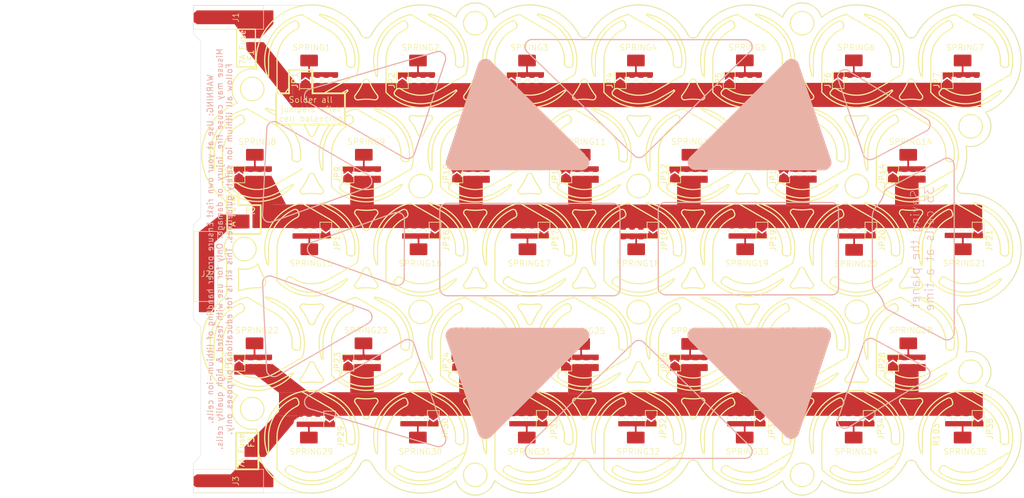
<source format=kicad_pcb>
(kicad_pcb (version 20240108) (generator "pcbnew") (generator_version "8.0")
  (layers (0 "F.Cu" signal) (31 "B.Cu" signal) (34 "B.Paste" user) (35 "F.Paste" user) (36 "B.SilkS" user "B.Silkscreen") (37 "F.SilkS" user "F.Silkscreen") (38 "B.Mask" user) (39 "F.Mask" user) (44 "Edge.Cuts" user))
  (net 0 "")
  (net 1 "Net-(JP1-A)")
  (net 2 "Net-(JP10-A)")
  (net 3 "Net-(JP22-A)")
  (net 4 "Net-(J1-Pin_1)")
  (net 5 "Net-(J2-Pin_1)")
  (net 6 "Net-(J3-Pin_1)")
  (net 7 "Net-(JP1-B)")
  (net 8 "Net-(JP2-B)")
  (net 9 "Net-(JP3-B)")
  (net 10 "Net-(JP4-B)")
  (net 11 "Net-(JP5-B)")
  (net 12 "Net-(JP6-B)")
  (net 13 "Net-(JP7-B)")
  (net 14 "Net-(JP8-B)")
  (net 15 "Net-(JP9-B)")
  (net 16 "Net-(JP10-B)")
  (net 17 "Net-(JP11-B)")
  (net 18 "Net-(JP12-B)")
  (net 19 "Net-(JP13-B)")
  (net 20 "Net-(JP14-B)")
  (net 21 "Net-(JP15-B)")
  (net 22 "Net-(JP22-B)")
  (net 23 "Net-(JP23-B)")
  (net 24 "Net-(JP24-B)")
  (net 25 "Net-(JP25-B)")
  (net 26 "Net-(JP26-B)")
  (net 27 "Net-(JP27-B)")
  (net 28 "Net-(JP28-B)")
  (net 29 "Net-(JP29-B)")
  (net 30 "Net-(JP30-B)")
  (net 31 "Net-(JP31-B)")
  (net 32 "Net-(JP32-B)")
  (net 33 "Net-(JP33-B)")
  (net 34 "Net-(JP34-B)")
  (net 35 "Net-(JP35-B)")
  (net 36 "Net-(JP16-B)")
  (net 37 "Net-(JP17-B)")
  (net 38 "Net-(JP19-B)")
  (net 39 "Net-(JP20-B)")
  (net 40 "Net-(JP21-B)")
  (net 41 "Net-(JP18-B)")
  (footprint "Resistor_SMD:R_0603_1608Metric" (layer "F.Cu") (at 24.8 25.5 -90)
    (property "Reference" "R2" (hide yes))
    (property "Value" "R" (hide yes))
  )
  (footprint "Resistor_SMD:R_0603_1608Metric" (layer "F.Cu") (at 96.5 83 -90)
    (property "Reference" "R97" (hide yes))
    (property "Value" "R" (hide yes))
  )
  (footprint "Resistor_SMD:R_0603_1608Metric" (layer "F.Cu") (at 115 83 -90)
    (property "Reference" "R100" (hide yes))
    (property "Value" "R" (hide yes))
  )
  (footprint "Resistor_SMD:R_0603_1608Metric" (layer "F.Cu") (at 23.4 83.1 -90)
    (property "Reference" "R85" (hide yes))
    (property "Value" "R" (hide yes))
  )
  (footprint "Resistor_SMD:R_0603_1608Metric" (layer "F.Cu") (at 96.75 51.1 -90)
    (property "Reference" "R55" (hide yes))
    (property "Value" "R" (hide yes))
  )
  (footprint "spring_tab:spring_tab" (layer "F.Cu") (at 114.872496 86.203427)
    (property "Reference" "SPRING34")
    (property "Value" "spring_tab" (hide yes))
  )
  (footprint "spring_tab:spring_tab" (layer "F.Cu") (at 59.372486 86.203417)
    (property "Reference" "SPRING31")
    (property "Value" "spring_tab" (hide yes))
  )
  (footprint "Resistor_SMD:R_0603_1608Metric" (layer "F.Cu") (at 38.25 51.1 -90)
    (property "Reference" "R48" (hide yes))
    (property "Value" "R" (hide yes))
  )
  (footprint "Jumper:SolderJumper-2_P1.3mm_Open_TrianglePad1.0x1.5mm" (layer "F.Cu") (at 98.8 51 -90)
    (property "Reference" "JP19")
    (property "Value" "SolderJumper_2_Open" (hide yes))
  )
  (footprint "Jumper:SolderJumper-2_P1.3mm_Open_TrianglePad1.0x1.5mm" (layer "F.Cu") (at 84 73.5 90)
    (property "Reference" "JP26")
    (property "Value" "SolderJumper_2_Open" (hide yes))
  )
  (footprint "Resistor_SMD:R_0603_1608Metric" (layer "F.Cu") (at 86 73.5 -90)
    (property "Reference" "R78" (hide yes))
    (property "Value" "R" (hide yes))
  )
  (footprint "Resistor_SMD:R_0603_1608Metric" (layer "F.Cu") (at 58.25 51.1 -90)
    (property "Reference" "R50" (hide yes))
    (property "Value" "R" (hide yes))
  )
  (footprint "Resistor_SMD:R_0603_1608Metric" (layer "F.Cu") (at 12 73.5 -90)
    (property "Reference" "R66" (hide yes))
    (property "Value" "R" (hide yes))
  )
  (footprint "Resistor_SMD:R_0603_1608Metric" (layer "F.Cu") (at 30.49 73.5 -90)
    (property "Reference" "R69" (hide yes))
    (property "Value" "R" (hide yes))
  )
  (footprint "Resistor_SMD:R_0603_1608Metric" (layer "F.Cu") (at 89 41.5 -90)
    (property "Reference" "R34" (hide yes))
    (property "Value" "R" (hide yes))
  )
  (footprint "Resistor_SMD:R_0603_1608Metric" (layer "F.Cu") (at 76.75 25.5 -90)
    (property "Reference" "R12" (hide yes))
    (property "Value" "R" (hide yes))
  )
  (footprint "Resistor_SMD:R_0603_1608Metric" (layer "F.Cu") (at 95.25 51.1 -90)
    (property "Reference" "R56" (hide yes))
    (property "Value" "R" (hide yes))
  )
  (footprint "Resistor_SMD:R_0603_1608Metric" (layer "F.Cu") (at 116.75 25.5 -90)
    (property "Reference" "R16" (hide yes))
    (property "Value" "R" (hide yes))
  )
  (footprint "spring_tab:spring_tab" (layer "F.Cu") (at 96.372486 86.203417)
    (property "Reference" "SPRING33")
    (property "Value" "spring_tab" (hide yes))
  )
  (footprint "Jumper:SolderJumper-2_P1.3mm_Open_TrianglePad1.0x1.5mm" (layer "F.Cu") (at 43.3 51 -90)
    (property "Reference" "JP16")
    (property "Value" "SolderJumper_2_Open" (hide yes))
  )
  (footprint "Resistor_SMD:R_0603_1608Metric" (layer "F.Cu") (at 67.5 41.5 -90)
    (property "Reference" "R33" (hide yes))
    (property "Value" "R" (hide yes))
  )
  (footprint "Resistor_SMD:R_0603_1608Metric" (layer "F.Cu") (at 56.75 51.1 -90)
    (property "Reference" "R51" (hide yes))
    (property "Value" "R" (hide yes))
  )
  (footprint "Fuse:Fuse_0603_1608Metric_Pad1.05x0.95mm_HandSolder" (layer "F.Cu") (at 12 89.75 90)
    (property "Reference" "F3")
    (property "Value" "Fuse")
  )
  (footprint "spring_tab:spring_tab" (layer "F.Cu") (at 133.408222 54.194903)
    (property "Reference" "SPRING21")
    (property "Value" "spring_tab" (hide yes))
  )
  (footprint "Resistor_SMD:R_0603_1608Metric" (layer "F.Cu") (at 26.3 25.5 -90)
    (property "Reference" "R1" (hide yes))
    (property "Value" "R" (hide yes))
  )
  (footprint "MountingHole:MountingHole_3.2mm_M3" (layer "F.Cu") (at 50.164338 92.549144)
    (property "Reference" "REF**" (hide yes))
    (property "Value" "MountingHole_3.2mm_M3" (hide yes))
  )
  (footprint "spring_tab:spring_tab" (layer "F.Cu") (at 77.95003 54.20002)
    (property "Reference" "SPRING18")
    (property "Value" "spring_tab" (hide yes))
  )
  (footprint "MountingHole:MountingHole_3.2mm_M3" (layer "F.Cu") (at 134.238592 33.298585)
    (property "Reference" "REF**" (hide yes))
    (property "Value" "MountingHole_3.2mm_M3" (hide yes))
  )
  (footprint "spring_tab:spring_tab" (layer "F.Cu") (at 114.9 22.1)
    (property "Reference" "SPRING6")
    (property "Value" "spring_tab" (hide yes))
  )
  (footprint "Resistor_SMD:R_0603_1608Metric" (layer "F.Cu") (at 70.5 41.5 -90)
    (property "Reference" "R31" (hide yes))
    (property "Value" "R" (hide yes))
  )
  (footprint "MountingHole:MountingHole_3.2mm_M3" (layer "F.Cu") (at 12.256502 81.36292)
    (property "Reference" "REF**" (hide yes))
    (property "Value" "MountingHole_3.2mm_M3" (hide yes))
  )
  (footprint "spring_tab:spring_tab" (layer "F.Cu") (at 105.659387 38.237195)
    (property "Reference" "SPRING13")
    (property "Value" "spring_tab" (hide yes))
  )
  (footprint "Resistor_SMD:R_0603_1608Metric" (layer "F.Cu") (at 115.25 51.1 -90)
    (property "Reference" "R58" (hide yes))
    (property "Value" "R" (hide yes))
  )
  (footprint "Resistor_SMD:R_0603_1608Metric" (layer "F.Cu") (at 67.5 73.5 -90)
    (property "Reference" "R75" (hide yes))
    (property "Value" "R" (hide yes))
  )
  (footprint "Resistor_SMD:R_0603_1608Metric" (layer "F.Cu") (at 76.5 83 -90)
    (property "Reference" "R95" (hide yes))
    (property "Value" "R" (hide yes))
  )
  (footprint "Jumper:SolderJumper-2_P1.3mm_Open_TrianglePad1.0x1.5mm" (layer "F.Cu") (at 65.5 41.5 90)
    (property "Reference" "JP11")
    (property "Value" "SolderJumper_2_Open" (hide yes))
  )
  (footprint "Resistor_SMD:R_0603_1608Metric" (layer "F.Cu") (at 106 73.5 -90)
    (property "Reference" "R80" (hide yes))
    (property "Value" "R" (hide yes))
  )
  (footprint "Resistor_SMD:R_0603_1608Metric" (layer "F.Cu") (at 115.25 25.5 -90)
    (property "Reference" "R17" (hide yes))
    (property "Value" "R" (hide yes))
  )
  (footprint "Resistor_SMD:R_0603_1608Metric" (layer "F.Cu") (at 93.75 51.1 -90)
    (property "Reference" "R57" (hide yes))
    (property "Value" "R" (hide yes))
  )
  (footprint "Resistor_SMD:R_0603_1608Metric" (layer "F.Cu") (at 89 73.5 -90)
    (property "Reference" "R76" (hide yes))
    (property "Value" "R" (hide yes))
  )
  (footprint "Jumper:SolderJumper-2_P1.3mm_Open_TrianglePad1.0x1.5mm" (layer "F.Cu") (at 47 41.5 90)
    (property "Reference" "JP10")
    (property "Value" "SolderJumper_2_Open" (hide yes))
  )
  (footprint "Jumper:SolderJumper-2_P1.3mm_Open_TrianglePad1.0x1.5mm" (layer "F.Cu") (at 130.25 25.5 90)
    (property "Reference" "JP7")
    (property "Value" "SolderJumper_2_Open" (hide yes))
  )
  (footprint "Resistor_SMD:R_0603_1608Metric" (layer "F.Cu") (at 39.75 51.1 -90)
    (property "Reference" "R47" (hide yes))
    (property "Value" "R" (hide yes))
  )
  (footprint "spring_tab:spring_tab" (layer "F.Cu") (at 124.1475 70.189537)
    (property "Reference" "SPRING28")
    (property "Value" "spring_tab" (hide yes))
  )
  (footprint "Resistor_SMD:R_0603_1608Metric" (layer "F.Cu") (at 41 83 -90)
    (property "Reference" "R88" (hide yes))
    (property "Value" "R" (hide yes))
  )
  (footprint "Resistor_SMD:R_0603_1608Metric" (layer "F.Cu") (at 49 41.5 -90)
    (property "Reference" "R30" (hide yes))
    (property "Value" "R" (hide yes))
  )
  (footprint "Jumper:SolderJumper-2_P1.3mm_Open_TrianglePad1.0x1.5mm" (layer "F.Cu") (at 21.3 25.5 90)
    (property "Reference" "JP1")
    (property "Value" "SolderJumper_2_Open" (hide yes))
  )
  (footprint "SMD_spring_clamp_connector:SMD_spring_clamp_connector_1x1" (layer "F.Cu") (at 14.175 14.8 90)
    (property "Reference" "J1")
    (property "Value" "Conn_01x01_Pin" (hide yes))
  )
  (footprint "MountingHole:MountingHole_3.2mm_M3" (layer "F.Cu") (at 114.914338 64.846616)
    (property "Reference" "REF**" (hide yes))
    (property "Value" "MountingHole_3.2mm_M3" (hide yes))
  )
  (footprint "Resistor_SMD:R_0603_1608Metric" (layer "F.Cu") (at 21.25 51.1 -90)
    (property "Reference" "R44" (hide yes))
    (property "Value" "R" (hide yes))
  )
  (footprint "Resistor_SMD:R_0603_1608Metric" (layer "F.Cu") (at 13.5 41.5 -90)
    (property "Reference" "R23" (hide yes))
    (property "Value" "R" (hide yes))
  )
  (footprint "Resistor_SMD:R_0603_1608Metric" (layer "F.Cu") (at 23.3 25.5 -90)
    (property "Reference" "R3" (hide yes))
    (property "Value" "R")
  )
  (footprint "Resistor_SMD:R_0603_1608Metric" (layer "F.Cu") (at 69 41.5 -90)
    (property "Reference" "R32" (hide yes))
    (property "Value" "R" (hide yes))
  )
  (footprint "Resistor_SMD:R_0603_1608Metric" (layer "F.Cu") (at 33.5 41.5 -90)
    (property "Reference" "R25" (hide yes))
    (property "Value" "R" (hide yes))
  )
  (footprint "Resistor_SMD:R_0603_1608Metric" (layer "F.Cu") (at 49 73.5 -90)
    (property "Reference" "R72" (hide yes))
    (property "Value" "R" (hide yes))
  )
  (footprint "MountingHole:MountingHole_3.2mm_M3" (layer "F.Cu") (at 105.664338 92.549144)
    (property "Reference" "REF**" (hide yes))
    (property "Value" "MountingHole_3.2mm_M3" (hide yes))
  )
  (footprint "Jumper:SolderJumper-2_P1.3mm_Open_TrianglePad1.0x1.5mm" (layer "F.Cu") (at 61.8 51 -90)
    (property "Reference" "JP17")
    (property "Value" "SolderJumper_2_Open" (hide yes))
  )
  (footprint "Resistor_SMD:R_0603_1608Metric" (layer "F.Cu") (at 112 83 -90)
    (property "Reference" "R102" (hide yes))
    (property "Value" "R" (hide yes))
  )
  (footprint "spring_tab:spring_tab" (layer "F.Cu") (at 59.491888 54.205166)
    (property "Reference" "SPRING17")
    (property "Value" "spring_tab" (hide yes))
  )
  (footprint "Resistor_SMD:R_0603_1608Metric" (layer "F.Cu") (at 130.5 51 -90)
    (property "Reference" "R63" (hide yes))
    (property "Value" "R" (hide yes))
  )
  (footprint "spring_tab:spring_tab" (layer "F.Cu") (at 87.160652 38.136591)
    (property "Reference" "SPRING12")
    (property "Value" "spring_tab" (hide yes))
  )
  (footprint "spring_tab:spring_tab" (layer "F.Cu") (at 68.70251 38.141737)
    (property "Reference" "SPRING11")
    (property "Value" "spring_tab" (hide yes))
  )
  (footprint "spring_tab:spring_tab" (layer "F.Cu") (at 133.3725 22.1176)
    (property "Reference" "SPRING7")
    (property "Value" "spring_tab" (hide yes))
  )
  (footprint "Resistor_SMD:R_0603_1608Metric" (layer "F.Cu") (at 104.5 73.5 -90)
    (property "Reference" "R81" (hide yes))
    (property "Value" "R" (hide yes))
  )
  (footprint "Resistor_SMD:R_0603_1608Metric" (layer "F.Cu") (at 39.75 25.5 -90)
    (property "Reference" "R6" (hide yes))
    (property "Value" "R" (hide yes))
  )
  (footprint "Resistor_SMD:R_0603_1608Metric" (layer "F.Cu") (at 38 83 -90)
    (property "Reference" "R90" (hide yes))
    (property "Value" "R" (hide yes))
  )
  (footprint "Resistor_SMD:R_0603_1608Metric" (layer "F.Cu") (at 32 41.5 -90)
    (property "Reference" "R26" (hide yes))
    (property "Value" "R" (hide yes))
  )
  (footprint "Resistor_SMD:R_0603_1608Metric" (layer "F.Cu") (at 39.5 83 -90)
    (property "Reference" "R89" (hide yes))
    (property "Value" "R" (hide yes))
  )
  (footprint "Resistor_SMD:R_0603_1608Metric" (layer "F.Cu") (at 78.25 51.3 -90)
    (property "Reference" "R52" (hide yes))
    (property "Value" "R" (hide yes))
  )
  (footprint "Resistor_SMD:R_0603_1608Metric" (layer "F.Cu") (at 20.4 83.1 -90)
    (property "Reference" "R87" (hide yes))
    (property "Value" "R" (hide yes))
  )
  (footprint "Jumper:SolderJumper-2_P1.3mm_Open_TrianglePad1.0x1.5mm" (layer "F.Cu") (at 43 83 -90)
    (property "Reference" "JP30")
    (property "Value" "SolderJumper_2_Open" (hide yes))
  )
  (footprint "spring_tab:spring_tab" (layer "F.Cu") (at 40.9 22.122696)
    (property "Reference" "SPRING2")
    (property "Value" "spring_tab" (hide yes))
  )
  (footprint "Resistor_SMD:R_0603_1608Metric" (layer "F.Cu") (at 50.5 73.5 -90)
    (property "Reference" "R71" (hide yes))
    (property "Value" "R" (hide yes))
  )
  (footprint "Jumper:SolderJumper-2_P1.3mm_Open_TrianglePad1.0x1.5mm" (layer "F.Cu") (at 28.5 73.5 90)
    (property "Reference" "JP23")
    (property "Value" "SolderJumper_2_Open" (hide yes))
  )
  (footprint "Jumper:SolderJumper-2_P1.3mm_Open_TrianglePad1.0x1.5mm" (layer "F.Cu") (at 121 41.5 90)
    (property "Reference" "JP14")
    (property "Value" "SolderJumper_2_Open" (hide yes))
  )
  (footprint "Jumper:SolderJumper-2_P1.3mm_Open_TrianglePad1.0x1.5mm" (layer "F.Cu") (at 28.5 41.5 90)
    (property "Reference" "JP9")
    (property "Value" "SolderJumper_2_Open" (hide yes))
  )
  (footprint "SMD_spring_clamp_connector:SMD_spring_clamp_connector_1x1" (layer "F.Cu") (at 4.4 63.075)
    (property "Reference" "J2")
    (property "Value" "Conn_01x01_Pin" (hide yes))
  )
  (footprint "Jumper:SolderJumper-2_P1.3mm_Open_TrianglePad1.0x1.5mm" (layer "F.Cu") (at 74.75 25.5 90)
    (property "Reference" "JP4")
    (property "Value" "SolderJumper_2_Open" (hide yes))
  )
  (footprint "Resistor_SMD:R_0603_1608Metric" (layer "F.Cu") (at 85.99 41.5 -90)
    (property "Reference" "R36" (hide yes))
    (property "Value" "R" (hide yes))
  )
  (footprint "Resistor_SMD:R_0603_1608Metric" (layer "F.Cu") (at 58.25 25.5 -90)
    (property "Reference" "R9" (hide yes))
    (property "Value" "R" (hide yes))
  )
  (footprint "Resistor_SMD:R_0603_1608Metric" (layer "F.Cu") (at 41.25 25.5 -90)
    (property "Reference" "R5" (hide yes))
    (property "Value" "R" (hide yes))
  )
  (footprint "Resistor_SMD:R_0603_1608Metric" (layer "F.Cu") (at 104.5 41.5 -90)
    (property "Reference" "R39" (hide yes))
    (property "Value" "R" (hide yes))
  )
  (footprint "Resistor_SMD:R_0603_1608Metric" (layer "F.Cu") (at 124.5 73.5 -90)
    (property "Reference" "R83" (hide yes))
    (property "Value" "R" (hide yes))
  )
  (footprint "Resistor_SMD:R_0603_1608Metric" (layer "F.Cu") (at 33.5 73.5 -90)
    (property "Reference" "R67" (hide yes))
    (property "Value" "R" (hide yes))
  )
  (footprint "spring_tab:spring_tab" (layer "F.Cu") (at 105.605662 70.18443)
    (property "Reference" "SPRING27")
    (property "Value" "spring_tab" (hide yes))
  )
  (footprint "Resistor_SMD:R_0603_1608Metric" (layer "F.Cu") (at 96.75 25.5 -90)
    (property "Reference" "R14" (hide yes))
    (property "Value" "R" (hide yes))
  )
  (footprint "Resistor_SMD:R_0603_1608Metric" (layer "F.Cu") (at 107.5 41.5 -90)
    (property "Reference" "R37" (hide yes))
    (property "Value" "R" (hide yes))
  )
  (footprint "Jumper:SolderJumper-2_P1.3mm_Open_TrianglePad1.0x1.5mm" (layer "F.Cu") (at 37.75 25.5 90)
    (property "Reference" "JP2")
    (property "Value" "SolderJumper_2_Open" (hide yes))
  )
  (footprint "Resistor_SMD:R_0603_1608Metric" (layer "F.Cu") (at 41.25 51.1 -90)
    (property "Reference" "R46" (hide yes))
    (property "Value" "R" (hide yes))
  )
  (footprint "Jumper:SolderJumper-2_P1.3mm_Open_TrianglePad1.0x1.5mm" (layer "F.Cu") (at 65.5 73.5 90)
    (property "Reference" "JP25")
    (property "Value" "SolderJumper_2_Open" (hide yes))
  )
  (footprint "MountingHole:MountingHole_3.2mm_M3" (layer "F.Cu") (at 40.872505 64.841489)
    (property "Reference" "REF**" (hide yes))
    (property "Value" "MountingHole_3.2mm_M3" (hide yes))
  )
  (footprint "Jumper:SolderJumper-2_P1.3mm_Open_TrianglePad1.0x1.5mm" (layer "F.Cu") (at 117 83 -90)
    (property "Reference" "JP34")
    (property "Value" "SolderJumper_2_Open" (hide yes))
  )
  (footprint "MountingHole:MountingHole_3.2mm_M3" (layer "F.Cu") (at 77.9 64.9)
    (property "Reference" "REF**" (hide yes))
    (property "Value" "MountingHole_3.2mm_M3" (hide yes))
  )
  (footprint "Resistor_SMD:R_0603_1608Metric" (layer "F.Cu") (at 69 73.5 -90)
    (property "Reference" "R74" (hide yes))
    (property "Value" "R" (hide yes))
  )
  (footprint "Resistor_SMD:R_0603_1608Metric" (layer "F.Cu") (at 15 41.5 -90)
    (property "Reference" "R22" (hide yes))
    (property "Value" "R" (hide yes))
  )
  (footprint "Resistor_SMD:R_0603_1608Metric" (layer "F.Cu") (at 70.5 73.5 -90)
    (property "Reference" "R73" (hide yes))
    (property "Value" "R" (hide yes))
  )
  (footprint "Resistor_SMD:R_0603_1608Metric" (layer "F.Cu") (at 87.5 73.5 -90)
    (property "Reference" "R77" (hide yes))
    (property "Value" "R" (hide yes))
  )
  (footprint "Resistor_SMD:R_0603_1608Metric" (layer "F.Cu") (at 107.5 73.5 -90)
    (property "Reference" "R79" (hide yes))
    (property "Value" "R" (hide yes))
  )
  (footprint "Resistor_SMD:R_0603_1608Metric" (layer "F.Cu") (at 52 73.5 -90)
    (property "Reference" "R70" (hide yes))
    (property "Value" "R" (hide yes))
  )
  (footprint "Jumper:SolderJumper-2_P1.3mm_Open_TrianglePad1.0x1.5mm" (layer "F.Cu") (at 135.5 51 -90)
    (property "Reference" "JP21")
    (property "Value" "SolderJumper_2_Open" (hide yes))
  )
  (footprint "Jumper:SolderJumper-2_P1.3mm_Open_TrianglePad1.0x1.5mm" (layer "F.Cu") (at 25.4 83.1 -90)
    (property "Reference" "JP29")
    (property "Value" "SolderJumper_2_Open" (hide yes))
  )
  (footprint "SMD_spring_clamp_connector:SMD_spring_clamp_connector_1x1" (layer "F.Cu") (at 14.175 93.6 90)
    (property "Reference" "J3")
    (property "Value" "Conn_01x01_Pin" (hide yes))
  )
  (footprint "Resistor_SMD:R_0603_1608Metric" (layer "F.Cu") (at 95 83 -90)
    (property "Reference" "R98" (hide yes))
    (property "Value" "R" (hide yes))
  )
  (footprint "Resistor_SMD:R_0603_1608Metric" (layer "F.Cu") (at 126 41.5 -90)
    (property "Reference" "R40" (hide yes))
    (property "Value" "R" (hide yes))
  )
  (footprint "Resistor_SMD:R_0603_1608Metric" (layer "F.Cu") (at 78 83 -90)
    (property "Reference" "R94" (hide yes))
    (property "Value" "R" (hide yes))
  )
  (footprint "spring_tab:spring_tab" (layer "F.Cu") (at 22.37249 86.20343)
    (property "Reference" "SPRING29")
    (property "Value" "spring_tab" (hide yes))
  )
  (footprint "Resistor_SMD:R_0603_1608Metric" (layer "F.Cu") (at 113.75 51.1 -90)
    (property "Reference" "R59" (hide yes))
    (property "Value" "R" (hide yes))
  )
  (footprint "MountingHole:MountingHole_3.2mm_M3" (layer "F.Cu") (at 77.914338 43.452847)
    (property "Reference" "REF**" (hide yes))
    (property "Value" "MountingHole_3.2mm_M3" (hide yes))
  )
  (footprint "Fuse:Fuse_0603_1608Metric_Pad1.05x0.95mm_HandSolder" (layer "F.Cu") (at 12.025 18.65 -90)
    (property "Reference" "F1")
    (property "Value" "Fuse")
  )
  (footprint "Resistor_SMD:R_0603_1608Metric" (layer "F.Cu") (at 32 73.5 -90)
    (property "Reference" "R68" (hide yes))
    (property "Value" "R" (hide yes))
  )
  (footprint "Jumper:SolderJumper-2_P1.3mm_Open_TrianglePad1.0x1.5mm" (layer "F.Cu") (at 121 73.5 90)
    (property "Reference" "JP28")
    (property "Value" "SolderJumper_2_Open" (hide yes))
  )
  (footprint "Resistor_SMD:R_0603_1608Metric" (layer "F.Cu") (at 87.5 41.5 -90)
    (property "Reference" "R35" (hide yes))
    (property "Value" "R" (hide yes))
  )
  (footprint "spring_tab:spring_tab" (layer "F.Cu") (at 50.105632 70.18441)
    (property "Reference" "SPRING24")
    (property "Value" "spring_tab" (hide yes))
  )
  (footprint "Resistor_SMD:R_0603_1608Metric" (layer "F.Cu") (at 76.75 51.3 -90)
    (property "Reference" "R53" (hide yes))
    (property "Value" "R" (hide yes))
  )
  (footprint "Resistor_SMD:R_0603_1608Metric" (layer "F.Cu") (at 130.49 83 -90)
    (property "Reference" "R105" (hide yes))
    (property "Value" "R" (hide yes))
  )
  (footprint "Resistor_SMD:R_0603_1608Metric" (layer "F.Cu") (at 113.75 25.5 -90)
    (property "Reference" "R18" (hide yes))
    (property "Value" "R" (hide yes))
  )
  (footprint "Resistor_SMD:R_0603_1608Metric" (layer "F.Cu") (at 95.25 25.5 -90)
    (property "Reference" "R15" (hide yes))
    (property "Value" "R" (hide yes))
  )
  (footprint "Resistor_SMD:R_0603_1608Metric" (layer "F.Cu") (at 106 41.5 -90)
    (property "Reference" "R38" (hide yes))
    (property "Value" "R" (hide yes))
  )
  (footprint "Jumper:SolderJumper-2_P1.3mm_Open_TrianglePad1.0x1.5mm" (layer "F.Cu") (at 98.5 83 -90)
    (property "Reference" "JP33")
    (property "Value" "SolderJumper_2_Open" (hide yes))
  )
  (footprint "Resistor_SMD:R_0603_1608Metric" (layer "F.Cu") (at 61.25 25.5 -90)
    (property "Reference" "R7" (hide yes))
    (property "Value" "R" (hide yes))
  )
  (footprint "Resistor_SMD:R_0603_1608Metric" (layer "F.Cu") (at 58 83 -90)
    (property "Reference" "R92" (hide yes))
    (property "Value" "R" (hide yes))
  )
  (footprint "Jumper:SolderJumper-2_P1.3mm_Open_TrianglePad1.0x1.5mm" (layer "F.Cu") (at 61.5 83 -90)
    (property "Reference" "JP31")
    (property "Value" "SolderJumper_2_Open" (hide yes))
  )
  (footprint "Resistor_SMD:R_0603_1608Metric" (layer "F.Cu") (at 12 41.5 -90)
    (property "Reference" "R24" (hide yes))
    (property "Value" "R" (hide yes))
  )
  (footprint "Jumper:SolderJumper-2_P1.3mm_Open_TrianglePad1.0x1.5mm" (layer "F.Cu") (at 10 41.5 90)
    (property "Reference" "JP8")
    (property "Value" "SolderJumper_2_Open" (hide yes))
  )
  (footprint "MountingHole:MountingHole_3.2mm_M3" (layer "F.Cu") (at 50.164338 15.782128)
    (property "Reference" "REF**" (hide yes))
    (property "Value" "MountingHole_3.2mm_M3" (hide yes))
  )
  (footprint "spring_tab:spring_tab" (layer "F.Cu") (at 13.2 38.144167)
    (property "Reference" "SPRING8")
    (property "Value" "spring_tab" (hide yes))
  )
  (footprint "spring_tab:spring_tab" (layer "F.Cu") (at 22.45 54.2)
    (property "Reference" "SPRING15")
    (property "Value" "spring_tab" (hide yes))
  )
  (footprint "Resistor_SMD:R_0603_1608Metric" (layer "F.Cu") (at 132 51 -90)
    (property "Reference" "R62" (hide yes))
    (property "Value" "R" (hide yes))
  )
  (footprint "Resistor_SMD:R_0603_1608Metric" (layer "F.Cu") (at 56.5 83 -90)
    (property "Reference" "R93" (hide yes))
    (property "Value" "R" (hide yes))
  )
  (footprint "Jumper:SolderJumper-2_P1.3mm_Open_TrianglePad1.0x1.5mm" (layer "F.Cu") (at 135.5 83 -90)
    (property "Reference" "JP35")
    (property "Value" "SolderJumper_2_Open" (hide yes))
  )
  (footprint "Resistor_SMD:R_0603_1608Metric" (layer "F.Cu") (at 124.5 41.5 -90)
    (property "Reference" "R41" (hide yes))
    (property "Value" "R" (hide yes))
  )
  (footprint "spring_tab:spring_tab" (layer "F.Cu") (at 22.414338 22.122696)
    (property "Reference" "SPRING1")
    (property "Value" "spring_tab" (hide yes))
  )
  (footprint "Resistor_SMD:R_0603_1608Metric" (layer "F.Cu") (at 112.25 51.1 -90)
    (property "Reference" "R60" (hide yes))
    (property "Value" "R" (hide yes))
  )
  (footprint "Resistor_SMD:R_0603_1608Metric" (layer "F.Cu") (at 133.75 25.5 -90)
    (property "Reference" "R20" (hide yes))
    (property "Value" "R" (hide yes))
  )
  (footprint "Resistor_SMD:R_0603_1608Metric" (layer "F.Cu") (at 42.75 25.5 -90)
    (property "Reference" "R4" (hide yes))
    (property "Value" "R" (hide yes))
  )
  (footprint "Resistor_SMD:R_0603_1608Metric" (layer "F.Cu") (at 133.5 51 -90)
    (property "Reference" "R61" (hide yes))
    (property "Value" "R" (hide yes))
  )
  (footprint "Jumper:SolderJumper-2_P1.3mm_Open_TrianglePad1.0x1.5mm" (layer "F.Cu") (at 47 73.5 90)
    (property "Reference" "JP24")
    (property "Value" "SolderJumper_2_Open" (hide yes))
  )
  (footprint "Jumper:SolderJumper-2_P1.3mm_Open_TrianglePad1.0x1.5mm" (layer "F.Cu") (at 102.5 73.5 90)
    (property "Reference" "JP27")
    (property "Value" "SolderJumper_2_Open" (hide yes))
  )
  (footprint "Resistor_SMD:R_0603_1608Metric" (layer "F.Cu") (at 50.5 41.5 -90)
    (property "Reference" "R29" (hide yes))
    (property "Value" "R" (hide yes))
  )
  (footprint "Resistor_SMD:R_0603_1608Metric" (layer "F.Cu") (at 13.5 73.5 -90)
    (property "Reference" "R65" (hide yes))
    (property "Value" "R" (hide yes))
  )
  (footprint "MountingHole:MountingHole_3.2mm_M3" (layer "F.Cu") (at 134.238594 75.022433)
    (property "Reference" "REF**" (hide yes))
    (property "Value" "MountingHole_3.2mm_M3" (hide yes))
  )
  (footprint "Resistor_SMD:R_0603_1608Metric" (layer "F.Cu") (at 79.75 25.5 -90)
    (property "Reference" "R10" (hide yes))
    (property "Value" "R" (hide yes))
  )
  (footprint "Resistor_SMD:R_0603_1608Metric" (layer "F.Cu") (at 123 73.5 -90)
    (property "Reference" "R84" (hide yes))
    (property "Value" "R" (hide yes))
  )
  (footprint "MountingHole:MountingHole_3.2mm_M3" (layer "F.Cu") (at 12.256412 26.95802)
    (property "Reference" "REF**" (hide yes))
    (property "Value" "MountingHole_3.2mm_M3" (hide yes))
  )
  (footprint "Jumper:SolderJumper-2_P1.3mm_Open_TrianglePad1.0x1.5mm" (layer "F.Cu") (at 84 41.5 90)
    (property "Reference" "JP12")
    (property "Value" "SolderJumper_2_Open" (hide yes))
  )
  (footprint "Resistor_SMD:R_0603_1608Metric" (layer "F.Cu") (at 133.5 83 -90)
    (property "Reference" "R103")
    (property "Value" "R" (hide yes))
  )
  (footprint "Jumper:SolderJumper-2_P1.3mm_Open_TrianglePad1.0x1.5mm" (layer "F.Cu") (at 102.5 41.5 90)
    (property "Reference" "JP13")
    (property "Value" "SolderJumper_2_Open" (hide yes))
  )
  (footprint "spring_tab:spring_tab" (layer "F.Cu") (at 77.9 22.11755)
    (property "Reference" "SPRING4")
    (property "Value" "spring_tab" (hide yes))
  )
  (footprint "Resistor_SMD:R_0603_1608Metric" (layer "F.Cu") (at 93.5 83 -90)
    (property "Reference" "R99" (hide yes))
    (property "Value" "R" (hide yes))
  )
  (footprint "Resistor_SMD:R_0603_1608Metric" (layer "F.Cu") (at 30.5 41.5 -90)
    (property "Reference" "R27" (hide yes))
    (property "Value" "R" (hide yes))
  )
  (footprint "Resistor_SMD:R_0603_1608Metric" (layer "F.Cu") (at 59.75 51.1 -90)
    (property "Reference" "R49" (hide yes))
    (property "Value" "R" (hide yes))
  )
  (footprint "MountingHole:MountingHole_3.2mm_M3" (layer "F.Cu") (at 114.914338 43.484656)
    (property "Reference" "REF**" (hide yes))
    (property "Value" "MountingHole_3.2mm_M3")
  )
  (footprint "Resistor_SMD:R_0603_1608Metric" (layer "F.Cu") (at 113.5 83 -90)
    (property "Reference" "R101" (hide yes))
    (property "Value" "R" (hide yes))
  )
  (footprint "Resistor_SMD:R_0603_1608Metric" (layer "F.Cu") (at 78.26 25.5 -90)
    (property "Reference" "R11" (hide yes))
    (property "Value" "R" (hide yes))
  )
  (footprint "MountingHole:MountingHole_3.2mm_M3" (layer "F.Cu") (at 40.872505 43.479529)
    (property "Reference" "REF**" (hide yes))
    (property "Value" "MountingHole_3.2mm_M3" (hide yes))
  )
  (footprint "spring_tab:spring_tab" (layer "F.Cu") (at 133.372486 86.203427)
    (property "Reference" "SPRING35")
    (property "Value" "spring_tab" (hide yes))
  )
  (footprint "spring_tab:spring_tab" (layer "F.Cu") (at 124.135663 38.15)
    (property "Reference" "SPRING14")
    (property "Value" "spring_tab" (hide yes))
  )
  (footprint "MountingHole:MountingHole_3.2mm_M3" (layer "F.Cu") (at 10.932505 54.160509)
    (property "Reference" "REF**" (hide yes))
    (property "Value" "MountingHole_3.2mm_M3" (hide yes))
  )
  (footprint "Resistor_SMD:R_0603_1608Metric" (layer "F.Cu") (at 123 41.5 -90)
    (property "Reference" "R42" (hide yes))
    (property "Value" "R" (hide yes))
  )
  (footprint "spring_tab:spring_tab" (layer "F.Cu") (at 13.15 70.187126)
    (property "Reference" "SPRING22")
    (property "Value" "spring_tab" (hide yes))
  )
  (footprint "spring_tab:spring_tab" (layer "F.Cu") (at 96.45254 54.19759)
    (property "Reference" "SPRING19")
    (property "Value" "spring_tab" (hide yes))
  )
  (footprint "spring_tab:spring_tab" (layer "F.Cu") (at 68.604367 70.285014)
    (property "Reference" "SPRING25")
    (property "Value" "spring_tab" (hide yes))
  )
  (footprint "Jumper:SolderJumper-2_P1.3mm_Open_TrianglePad1.0x1.5mm" (layer "F.Cu") (at 117.3 51 -90)
    (property "Reference" "JP20")
    (property "Value" "SolderJumper_2_Open" (hide yes))
  )
  (footprint "Resistor_SMD:R_0603_1608Metric" (layer "F.Cu") (at 75.25 51.3 -90)
    (property "Reference" "R54" (hide yes))
    (property "Value" "R" (hide yes))
  )
  (footprint "spring_tab:spring_tab" (layer "F.Cu") (at 96.4 22.1)
    (property "Reference" "SPRING5")
    (property "Value" "spring_tab" (hide yes))
  )
  (footprint "spring_tab:spring_tab" (layer "F.Cu") (at 59.414338 22.122696)
    (property "Reference" "SPRING3")
    (property "Value" "spring_tab" (hide yes))
  )
  (footprint "Resistor_SMD:R_0603_1608Metric" (layer "F.Cu") (at 132.25 25.5 -90)
    (property "Reference" "R21" (hide yes))
    (property "Value" "R" (hide yes))
  )
  (footprint "Resistor_SMD:R_0603_1608Metric" (layer "F.Cu") (at 98.25 25.5 -90)
    (property "Reference" "R13" (hide yes))
    (property "Value" "R" (hide yes))
  )
  (footprint "Resistor_SMD:R_0603_1608Metric" (layer "F.Cu") (at 19.75 51.1 -90)
    (property "Reference" "R45" (hide yes))
    (property "Value" "R" (hide yes))
  )
  (footprint "spring_tab:spring_tab" (layer "F.Cu") (at 77.872486 86.203417)
    (property "Reference" "SPRING32")
    (property "Value" "spring_tab" (hide yes))
  )
  (footprint "Jumper:SolderJumper-2_P1.3mm_Open_TrianglePad1.0x1.5mm" (layer "F.Cu") (at 80 83 -90)
    (property "Reference" "JP32")
    (property "Value" "SolderJumper_2_Open" (hide yes))
  )
  (footprint "Fuse:Fuse_0603_1608Metric_Pad1.05x0.95mm_HandSolder" (layer "F.Cu") (at 11.95 49.1)
    (property "Reference" "F2")
    (property "Value" "Fuse")
  )
  (footprint "spring_tab:spring_tab" (layer "F.Cu") (at 114.951275 54.298194)
    (property "Reference" "SPRING20")
    (property "Value" "spring_tab" (hide yes))
  )
  (footprint "Resistor_SMD:R_0603_1608Metric" (layer "F.Cu") (at 126 73.5 -90)
    (property "Reference" "R82" (hide yes))
    (property "Value" "R" (hide yes))
  )
  (footprint "Resistor_SMD:R_0603_1608Metric" (layer "F.Cu") (at 52 41.5 -90)
    (property "Reference" "R28" (hide yes))
    (property "Value" "R" (hide yes))
  )
  (footprint "spring_tab:spring_tab" (layer "F.Cu") (at 31.64749 70.189556)
    (property "Reference" "SPRING23")
    (property "Value" "spring_tab" (hide yes))
  )
  (footprint "Resistor_SMD:R_0603_1608Metric" (layer "F.Cu") (at 22.75 51.1 -90)
    (property "Reference" "R43" (hide yes))
    (property "Value" "R" (hide yes))
  )
  (footprint "Resistor_SMD:R_0603_1608Metric" (layer "F.Cu") (at 135.25 25.5 -90)
    (property "Reference" "R19" (hide yes))
    (property "Value" "R" (hide yes))
  )
  (footprint "Resistor_SMD:R_0603_1608Metric" (layer "F.Cu") (at 59.5 83 -90)
    (property "Reference" "R91" (hide yes))
    (property "Value" "R" (hide yes))
  )
  (footprint "Jumper:SolderJumper-2_P1.3mm_Open_TrianglePad1.0x1.5mm" (layer "F.Cu") (at 24.75 51 -90)
    (property "Reference" "JP15")
    (property "Value" "SolderJumper_2_Open" (hide yes))
  )
  (footprint "Jumper:SolderJumper-2_P1.3mm_Open_TrianglePad1.0x1.5mm" (layer "F.Cu") (at 56.25 25.5 90)
    (property "Reference" "JP3")
    (property "Value" "SolderJumper_2_Open" (hide yes))
  )
  (footprint "Resistor_SMD:R_0603_1608Metric" (layer "F.Cu") (at 59.75 25.5 -90)
    (property "Reference" "R8" (hide yes))
    (property "Value" "R" (hide yes))
  )
  (footprint "Resistor_SMD:R_0603_1608Metric" (layer "F.Cu") (at 21.9 83.1 -90)
    (property "Reference" "R86" (hide yes))
    (property "Value" "R" (hide yes))
  )
  (footprint "Jumper:SolderJumper-2_P1.3mm_Open_TrianglePad1.0x1.5mm" (layer "F.Cu") (at 111.75 25.5 90)
    (property "Reference" "JP6")
    (property "Value" "SolderJumper_2_Open" (hide yes))
  )
  (footprint "spring_tab:spring_tab" (layer "F.Cu") (at 40.874996 86.200987)
    (property "Reference" "SPRING30")
    (property "Value" "spring_tab" (hide yes))
  )
  (footprint "spring_tab:spring_tab" (layer "F.Cu") (at 31.70251 38.141737)
    (property "Reference" "SPRING9")
    (property "Value" "spring_tab" (hide yes))
  )
  (footprint "MountingHole:MountingHole_3.2mm_M3" (layer "F.Cu") (at 105.664338 15.782126)
    (property "Reference" "REF**" (hide yes))
    (property "Value" "MountingHole_3.2mm_M3" (hide yes))
  )
  (footprint "Jumper:SolderJumper-2_P1.3mm_Open_TrianglePad1.0x1.5mm" (layer "F.Cu") (at 93.25 25.5 90)
    (property "Reference" "JP5")
    (property "Value" "SolderJumper_2_Open" (hide yes))
  )
  (footprint "spring_tab:spring_tab" (layer "F.Cu") (at 40.994398 54.202736)
    (property "Reference" "SPRING16")
    (property "Value" "spring_tab" (hide yes))
  )
  (footprint "Resistor_SMD:R_0603_1608Metric" (layer "F.Cu") (at 74.99 83 -90)
    (property "Reference" "R96" (hide yes))
    (property "Value" "R" (hide yes))
  )
  (footprint "spring_tab:spring_tab" (layer "F.Cu") (at 87.106877 70.282584)
    (property "Reference" "SPRING26")
    (property "Value" "spring_tab" (hide yes))
  )
  (footprint "Resistor_SMD:R_0603_1608Metric" (layer "F.Cu") (at 132 83 -90)
    (property "Reference" "R104" (hide yes))
    (property "Value" "R" (hide yes))
  )
  (footprint "Jumper:SolderJumper-2_P1.3mm_Open_TrianglePad1.0x1.5mm" (layer "F.Cu") (at 10 73.5 90)
    (property "Reference" "JP22")
    (property "Value" "SolderJumper_2_Open" (hide yes))
  )
  (footprint "Jumper:SolderJumper-2_P1.3mm_Open_TrianglePad1.0x1.5mm" (layer "F.Cu") (at 80.3 51 -90)
    (property "Reference" "JP18")
    (property "Value" "SolderJumper_2_Open" (hide yes))
  )
  (footprint "spring_tab:spring_tab" (layer "F.Cu") (at 50.2 38.144167)
    (property "Reference" "SPRING10")
    (property "Value" "spring_tab" (hide yes))
  )
  (footprint "Resistor_SMD:R_0603_1608Metric" (layer "F.Cu") (at 15 73.5 -90)
    (property "Reference" "R64" (hide yes))
    (property "Value" "R" (hide yes))
  )
  (gr_arc (start 16.550813 75.691421) (mid 15.34963 75.710537) (end 14.7 74.7) (stroke (width 0.2)) (layer "B.SilkS"))
  (gr_line (start 43.546411 87.707879) (end 21.991807 81.30796) (stroke (width 0.2)) (layer "B.SilkS"))
  (gr_arc (start 21.991807 81.30796) (mid 21.143039 80.269382) (end 21.8 79.1) (stroke (width 0.2)) (layer "B.SilkS"))
  (gr_line (start 16.6 32.7) (end 32 41.6) (stroke (width 0.2)) (layer "B.SilkS"))
  (gr_circle (center 46.426805 68.846183) (end 47.641563 68.846183) (stroke (width 0.2)) (fill solid) (layer "B.SilkS"))
  (gr_arc (start 81.2 47.45) (mid 81.551472 46.601472) (end 82.4 46.25) (stroke (width 0.2)) (layer "B.SilkS"))
  (gr_line (start 38.06468 59.167508) (end 38.1 49.2) (stroke (width 0.2)) (layer "B.SilkS"))
  (gr_arc (start 87.7 40.6) (mid 86.445899 39.980019) (end 86.660491 38.5976) (stroke (width 0.2)) (layer "B.SilkS"))
  (gr_line (start 95.94608 89.744523) (end 59.8 89.75) (stroke (width 0.2)) (layer "B.SilkS"))
  (gr_arc (start 78.899999 38.149999) (mid 78.020832 38.608296) (end 77.094138 38.255862) (stroke (width 0.2)) (layer "B.SilkS"))
  (gr_line (start 50.7 85.4) (end 45.300001 69.3) (stroke (width 0.2)) (layer "B.SilkS"))
  (gr_arc (start 21.72868 29.194088) (mid 21.13754 28.007168) (end 22 27) (stroke (width 0.2)) (layer "B.SilkS"))
  (gr_arc (start 44.999999 86) (mid 44.831427 87.329046) (end 43.546411 87.707879) (stroke (width 0.2)) (layer "B.SilkS"))
  (gr_line (start 74.7 47.6) (end 74.7 60.9) (stroke (width 0.2)) (layer "B.SilkS"))
  (gr_line (start 46.42785 67.631425) (end 68 67.700001) (stroke (width 0.2)) (layer "B.SilkS"))
  (gr_line (start 69.039509 69.702401) (end 52.716613 85.999263) (stroke (width 0.2)) (layer "B.SilkS"))
  (gr_line (start 116.020042 38.135342) (end 111.734051 25.304853) (stroke (width 0.2)) (layer "B.SilkS"))
  (gr_arc (start 119.478599 44.855413) (mid 119.036091 45.876852) (end 118.368698 46.767771) (stroke (width 0.2)) (layer "B.SilkS"))
  (gr_arc (start 39.791709 37.953831) (mid 39.110371 38.69257) (end 38.1056 38.672799) (stroke (width 0.2)) (layer "B.SilkS"))
  (gr_poly (pts (xy 102.983387 22.300738) (xy 86.660491 38.5976) (xy 87.7 40.6) (xy 109.273195 40.668576) (xy 110.399999 39.000001) (xy 105.026085 23.148564)) (stroke (width 0.2)) (fill solid) (layer "B.SilkS"))
  (gr_poly (pts (xy 110.364042 69.169766) (xy 104.964043 85.469766) (xy 102.767385 85.776104) (xy 86.623721 69.652127) (xy 87.764043 67.669767) (xy 109.237236 67.607631)) (stroke (width 0.2)) (fill solid) (layer "B.SilkS"))
  (gr_arc (start 129.7 38.850001) (mid 130.867272 38.900302) (end 131.436864 39.920409) (stroke (width 0.2)) (layer "B.SilkS"))
  (gr_arc (start 76.925584 70.182009) (mid 77.879871 69.689797) (end 78.849999 70.150001) (stroke (width 0.2)) (layer "B.SilkS"))
  (gr_line (start 21.8 79.1) (end 37.9 69.800001) (stroke (width 0.2)) (layer "B.SilkS"))
  (gr_circle (center 68.204408 68.864907) (end 69.387112 68.864907) (stroke (width 0.2)) (fill solid) (layer "B.SilkS"))
  (gr_arc (start 118.260107 61.439708) (mid 119.016338 62.402279) (end 119.502998 63.525484) (stroke (width 0.2)) (layer "B.SilkS"))
  (gr_circle (center 46.426807 39.474671) (end 47.614271 39.474671) (stroke (width 0.2)) (fill solid) (layer "B.SilkS"))
  (gr_arc (start 102.983387 22.300738) (mid 104.169842 22.000871) (end 105 22.900001) (stroke (width 0.2)) (layer "B.SilkS"))
  (gr_arc (start 111.8 60.75) (mid 111.515614 61.594831) (end 110.7 61.954536) (stroke (width 0.2)) (layer "B.SilkS"))
  (gr_arc (start 15.7 49.499999) (mid 14.526394 49.38327) (end 14.004778 48.325494) (stroke (width 0.2)) (layer "B.SilkS"))
  (gr_line (start 52.896658 22.493662) (end 69.040322 38.617639) (stroke (width 0.2)) (layer "B.SilkS"))
  (gr_line (start 105 22.900001) (end 110.399999 39.000001) (stroke (width 0.2)) (layer "B.SilkS"))
  (gr_circle (center 109.273195 39.453818) (end 110.487953 39.453818) (stroke (width 0.2)) (fill solid) (layer "B.SilkS"))
  (gr_line (start 36.459757 47.99638) (end 22.5 53.000001) (stroke (width 0.2)) (layer "B.SilkS"))
  (gr_line (start 14.7 74.7) (end 14.02107 59.994569) (stroke (width 0.2)) (layer "B.SilkS"))
  (gr_line (start 113.75 24.05) (end 126.85 32.05) (stroke (width 0.2)) (layer "B.SilkS"))
  (gr_arc (start 109.236215 67.607631) (mid 110.2 68.1) (end 110.364042 69.169766) (stroke (width 0.2)) (layer "B.SilkS"))
  (gr_line (start 73.5 46.4) (end 45.3 46.4) (stroke (width 0.2)) (layer "B.SilkS"))
  (gr_line (start 78.849999 70.150001) (end 96.799999 87.700001) (stroke (width 0.2)) (layer "B.SilkS"))
  (gr_arc (start 131.45 68.4) (mid 130.865137 69.437245) (end 129.674893 69.47271) (stroke (width 0.2)) (layer "B.SilkS"))
  (gr_arc (start 32 41.6) (mid 32.566825 42.73938) (end 31.781692 43.740901) (stroke (width 0.2)) (layer "B.SilkS"))
  (gr_circle (center 87.49559 39.43509) (end 88.678298 39.43509) (stroke (width 0.2)) (fill solid) (layer "B.SilkS"))
  (gr_line (start 111.7 83.15) (end 116.09603 70.191737) (stroke (width 0.2)) (layer "B.SilkS"))
  (gr_line (start 110.364042 69.169766) (end 104.964043 85.469766) (stroke (width 0.2)) (layer "B.SilkS"))
  (gr_arc (start 96.799999 87.700001) (mid 97.053921 89.00664) (end 95.94608 89.744523) (stroke (width 0.2)) (layer "B.SilkS"))
  (gr_arc (start 45.300001 69.3) (mid 45.420391 68.165912) (end 46.42785 67.631425) (stroke (width 0.2)) (layer "B.SilkS"))
  (gr_line (start 73.6 62.104536) (end 45.3 62.1) (stroke (width 0.2)) (layer "B.SilkS"))
  (gr_line (start 86.660491 38.5976) (end 102.983387 22.300738) (stroke (width 0.2)) (layer "B.SilkS"))
  (gr_arc (start 126.85 74.4) (mid 127.332725 75.393916) (end 126.784344 76.353172) (stroke (width 0.2)) (layer "B.SilkS"))
  (gr_arc (start 74.7 60.9) (mid 74.415614 61.744831) (end 73.6 62.104536) (stroke (width 0.2)) (layer "B.SilkS"))
  (gr_arc (start 95.946075 18.590091) (mid 97.051688 19.34543) (end 96.75 20.65) (stroke (width 0.2)) (layer "B.SilkS"))
  (gr_line (start 117.75 69.450001) (end 126.85 74.4) (stroke (width 0.2)) (layer "B.SilkS"))
  (gr_arc (start 14.02107 59.994569) (mid 14.495114 58.980375) (end 15.6 58.8) (stroke (width 0.2)) (layer "B.SilkS"))
  (gr_arc (start 68 67.700001) (mid 69.254096 68.319981) (end 69.039509 69.702401) (stroke (width 0.2)) (layer "B.SilkS"))
  (gr_arc (start 14.73291 33.641039) (mid 15.392249 32.626475) (end 16.6 32.7) (stroke (width 0.2)) (layer "B.SilkS"))
  (gr_line (start 102.767385 85.776104) (end 86.623721 69.652127) (stroke (width 0.2)) (layer "B.SilkS"))
  (gr_arc (start 69.040322 38.617639) (mid 69.230597 40.046248) (end 67.9 40.599999) (stroke (width 0.2)) (layer "B.SilkS"))
  (gr_arc (start 52.716613 85.999263) (mid 51.530158 86.29913) (end 50.7 85.4) (stroke (width 0.2)) (layer "B.SilkS"))
  (gr_arc (start 126.85 32.05) (mid 127.352901 33.116585) (end 126.708976 34.104447) (stroke (width 0.2)) (layer "B.SilkS"))
  (gr_poly (pts (xy 52.896658 22.493662) (xy 68.70251 38.141737) (xy 67.9 40.599999) (xy 46.427828 40.662135) (xy 45.300001 39.1) (xy 50.7 22.8)) (stroke (width 0.2)) (fill solid) (layer "B.SilkS"))
  (gr_arc (start 38.06468 59.167508) (mid 37.571501 60.133267) (end 36.5 60.3) (stroke (width 0.2)) (layer "B.SilkS"))
  (gr_line (start 43.7 20.6) (end 22 27) (stroke (width 0.2)) (layer "B.SilkS"))
  (gr_line (start 110.6 46.25) (end 82.4 46.25) (stroke (width 0.2)) (layer "B.SilkS"))
  (gr_line (start 77.094138 38.255862) (end 58.932603 20.645722) (stroke (width 0.2)) (layer "B.SilkS"))
  (gr_arc (start 118.260107 61.439708) (mid 117.740173 60.719045) (end 117.559608 59.84894) (stroke (width 0.2)) (layer "B.SilkS"))
  (gr_arc (start 36.459757 47.99638) (mid 37.599228 48.162994) (end 38.1 49.2) (stroke (width 0.2)) (layer "B.SilkS"))
  (gr_arc (start 111.734051 25.304853) (mid 112.246837 23.881895) (end 113.75 24.05) (stroke (width 0.2)) (layer "B.SilkS"))
  (gr_arc (start 46.427828 40.662135) (mid 45.464043 40.169766) (end 45.300001 39.1) (stroke (width 0.2)) (layer "B.SilkS"))
  (gr_line (start 45.300001 39.1) (end 50.7 22.8) (stroke (width 0.2)) (layer "B.SilkS"))
  (gr_line (start 31.781692 43.740901) (end 15.7 49.499999) (stroke (width 0.2)) (layer "B.SilkS"))
  (gr_arc (start 50.7 22.8) (mid 51.701583 21.953097) (end 52.896658 22.493662) (stroke (width 0.2)) (layer "B.SilkS"))
  (gr_circle (center 51.87121 85.151437) (end 52.934688 85.151437) (stroke (width 0.2)) (fill solid) (layer "B.SilkS"))
  (gr_line (start 111.8 47.45) (end 111.8 60.75) (stroke (width 0.2)) (layer "B.SilkS"))
  (gr_line (start 68.2 40.65) (end 46.427828 40.662135) (stroke (width 0.2)) (layer "B.SilkS"))
  (gr_arc (start 73.5 46.4) (mid 74.348528 46.751472) (end 74.7 47.6) (stroke (width 0.2)) (layer "B.SilkS"))
  (gr_arc (start 113.528136 84.441694) (mid 112.188835 84.39768) (end 111.7 83.15) (stroke (width 0.2)) (layer "B.SilkS"))
  (gr_line (start 39.791709 37.953831) (end 45.039255 22.165946) (stroke (width 0.2)) (layer "B.SilkS"))
  (gr_arc (start 44.1 47.6) (mid 44.451472 46.751472) (end 45.3 46.4) (stroke (width 0.2)) (layer "B.SilkS"))
  (gr_line (start 126.784344 76.353172) (end 113.528136 84.441694) (stroke (width 0.2)) (layer "B.SilkS"))
  (gr_circle (center 109.237236 68.795094) (end 110.4247 68.795094) (stroke (width 0.2)) (fill solid) (layer "B.SilkS"))
  (gr_arc (start 37.9 69.800001) (mid 38.982801 69.605916) (end 39.770063 70.374256) (stroke (width 0.2)) (layer "B.SilkS"))
  (gr_arc (start 119.478599 44.855413) (mid 119.680565 44.263401) (end 120.15 43.85) (stroke (width 0.2)) (layer "B.SilkS"))
  (gr_circle (center 103.82879 23.148564) (end 105.026085 23.148564) (stroke (width 0.2)) (fill solid) (layer "B.SilkS"))
  (gr_line (start 22.431056 55.298568) (end 36.5 60.3) (stroke (width 0.2)) (layer "B.SilkS"))
  (gr_line (start 129.674893 69.47271) (end 120.15 64.45) (stroke (width 0.2)) (layer "B.SilkS"))
  (gr_arc (start 117.7 38.85) (mid 116.699091 38.870971) (end 116.020042 38.135342) (stroke (width 0.2)) (layer "B.SilkS"))
  (gr_line (start 14.004778 48.325494) (end 14.73291 33.641039) (stroke (width 0.2)) (layer "B.SilkS"))
  (gr_line (start 96.75 20.65) (end 78.899999 38.149999) (stroke (width 0.2)) (layer "B.SilkS"))
  (gr_line (start 131.436864 39.920409) (end 131.45 68.4) (stroke (width 0.2)) (layer "B.SilkS"))
  (gr_arc (start 117.537825 48.7) (mid 117.754349 47.648351) (end 118.368698 46.767771) (stroke (width 0.2)) (layer "B.SilkS"))
  (gr_circle (center 87.459635 68.813814) (end 88.643494 68.813814) (stroke (width 0.2)) (fill solid) (layer "B.SilkS"))
  (gr_arc (start 86.623721 69.652127) (mid 86.433444 68.223514) (end 87.764043 67.669767) (stroke (width 0.2)) (layer "B.SilkS"))
  (gr_arc (start 110.399999 39.000001) (mid 110.279609 40.134089) (end 109.27215 40.668576) (stroke (width 0.2)) (layer "B.SilkS"))
  (gr_arc (start 120.15 64.45) (mid 119.710821 64.068697) (end 119.502998 63.525484) (stroke (width 0.2)) (layer "B.SilkS"))
  (gr_arc (start 31.9 64.600001) (mid 32.59852 65.651343) (end 31.990433 66.757454) (stroke (width 0.2)) (layer "B.SilkS"))
  (gr_arc (start 59.8 89.75) (mid 58.684539 89.005179) (end 58.947326 87.689902) (stroke (width 0.2)) (layer "B.SilkS"))
  (gr_line (start 31.990433 66.757454) (end 16.550813 75.691421) (stroke (width 0.2)) (layer "B.SilkS"))
  (gr_line (start 87.764043 67.669767) (end 109.236215 67.607631) (stroke (width 0.2)) (layer "B.SilkS"))
  (gr_circle (center 51.871206 23.169409) (end 53.099289 23.169409) (stroke (width 0.2)) (fill solid) (layer "B.SilkS"))
  (gr_arc (start 43.7 20.6) (mid 44.812627 21.004103) (end 45.039255 22.165946) (stroke (width 0.2)) (layer "B.SilkS"))
  (gr_line (start 59.8 18.55) (end 95.946075 18.590091) (stroke (width 0.2)) (layer "B.SilkS"))
  (gr_circle (center 68.204408 39.455949) (end 69.388265 39.455949) (stroke (width 0.2)) (fill solid) (layer "B.SilkS"))
  (gr_circle (center 103.792837 85.100357) (end 105.02092 85.100357) (stroke (width 0.2)) (fill solid) (layer "B.SilkS"))
  (gr_line (start 58.947326 87.689902) (end 76.925584 70.182009) (stroke (width 0.2)) (layer "B.SilkS"))
  (gr_arc (start 45.3 62.1) (mid 44.407353 61.645371) (end 44.100664 60.691722) (stroke (width 0.2)) (layer "B.SilkS"))
  (gr_poly (pts (xy 52.716613 85.999263) (xy 69.039509 69.702401) (xy 68 67.700001) (xy 46.42785 67.631425) (xy 45.300001 69.3) (xy 50.7 85.4)) (stroke (width 0.2)) (fill solid) (layer "B.SilkS"))
  (gr_line (start 31.9 64.600001) (end 15.6 58.8) (stroke (width 0.2)) (layer "B.SilkS"))
  (gr_line (start 21.72868 29.194088) (end 38.1056 38.6728) (stroke (width 0.2)) (layer "B.SilkS"))
  (gr_arc (start 58.932603 20.645722) (mid 58.665268 19.307711) (end 59.8 18.55) (stroke (width 0.2)) (layer "B.SilkS"))
  (gr_arc (start 110.6 46.25) (mid 111.448528 46.601472) (end 111.8 47.45) (stroke (width 0.2)) (layer "B.SilkS"))
  (gr_line (start 117.537825 48.7) (end 117.559608 59.84894) (stroke (width 0.2)) (layer "B.SilkS"))
  (gr_arc (start 82.4 61.95) (mid 81.507353 61.495371) (end 81.200664 60.541722) (stroke (width 0.2)) (layer "B.SilkS"))
  (gr_line (start 126.708976 34.104447) (end 117.7 38.85) (stroke (width 0.2)) (layer "B.SilkS"))
  (gr_line (start 39.770063 70.374256) (end 44.999999 86) (stroke (width 0.2)) (layer "B.SilkS"))
  (gr_arc (start 116.09603 70.191737) (mid 116.755569 69.447486) (end 117.75 69.450001) (stroke (width 0.2)) (layer "B.SilkS"))
  (gr_arc (start 22.431056 55.298568) (mid 21.629231 54.1242) (end 22.5 53.000001) (stroke (width 0.2)) (layer "B.SilkS"))
  (gr_arc (start 104.964043 85.469766) (mid 103.96246 86.316669) (end 102.767385 85.776104) (stroke (width 0.2)) (layer "B.SilkS"))
  (gr_line (start 110.7 61.954536) (end 82.4 61.95) (stroke (width 0.2)) (layer "B.SilkS"))
  (gr_line (start 109.27215 40.668576) (end 87.7 40.6) (stroke (width 0.2)) (layer "B.SilkS"))
  (gr_line (start 120.15 43.85) (end 129.7 38.850001) (stroke (width 0.2)) (layer "B.SilkS"))
  (gr_line (start 44.1 60.7) (end 44.1 47.6) (stroke (width 0.2)) (layer "B.SilkS"))
  (gr_line (start 81.2 60.55) (end 81.2 47.45) (stroke (width 0.2)) (layer "B.SilkS"))
  (gr_arc (start 134.824818 46.293359) (mid 140.230967 50.042002) (end 140.999208 56.575652) (stroke (width 0.2)) (layer "F.SilkS"))
  (gr_arc (start 7.932954 52.476291) (mid 8.218826 52.04631) (end 8.565834 51.663959) (stroke (width 0.2)) (layer "F.SilkS"))
  (gr_arc (start 100.045001 60.521385) (mid 96.000189 61.495986) (end 92.074838 60.116864) (stroke (width 0.2)) (layer "F.SilkS"))
  (gr_arc (start 48.257658 48.280544) (mid 49.04778 49.440428) (end 49.657208 50.704636) (stroke (width 0.2)) (layer "F.SilkS"))
  (gr_line (start 11.40079 62.369362) (end 16.074999 65.068017) (stroke (width 0.2)) (layer "F.SilkS"))
  (gr_line (start 63.045001 92.564324) (end 65.333304 91.243172) (stroke (width 0.2)) (layer "F.SilkS"))
  (gr_line (start 75.001365 39.263724) (end 75.3455 39.324405) (stroke (width 0.2)) (layer "F.SilkS"))
  (gr_arc (start 18.328427 33.001209) (mid 20.044316 35.704244) (end 20.429756 38.882625) (stroke (width 0.2)) (layer "F.SilkS"))
  (gr_arc (start 47.251365 23.242254) (mid 46.880476 23.017839) (end 46.757579 22.602126) (stroke (width 0.2)) (layer "F.SilkS"))
  (gr_arc (start 87.587792 50.704636) (mid 88.19722 49.440428) (end 88.987342 48.280544) (stroke (width 0.2)) (layer "F.SilkS"))
  (gr_circle (center 12.256407 81.362917) (end 12.256407 83.362917) (stroke (width 0.2)) (fill none) (layer "F.SilkS"))
  (gr_line (start 44.544996 47.799469) (end 42.256665 46.478301) (stroke (width 0.2)) (layer "F.SilkS"))
  (gr_arc (start 66.679756 54.904095) (mid 66.48389 55.252293) (end 66.0955 55.345875) (stroke (width 0.2)) (layer "F.SilkS"))
  (gr_circle (center 77.8725 43.447639) (end 77.8725 45.447639) (stroke (width 0.2)) (fill none) (layer "F.SilkS"))
  (gr_line (start 121.251365 23.242254) (end 121.5955 23.302935) (stroke (width 0.2)) (layer "F.SilkS"))
  (gr_arc (start 58.907208 41.59475) (mid 59.3725 41.27779) (end 59.837792 41.59475) (stroke (width 0.2)) (layer "F.SilkS"))
  (gr_arc (start 13.051404 23.611063) (mid 19.398501 13.158195) (end 30.736485 17.740576) (stroke (width 0.2)) (layer "F.SilkS"))
  (gr_arc (start 57.97295 44.824751) (mid 59.3725 44.720428) (end 60.77205 44.824751) (stroke (width 0.2)) (layer "F.SilkS"))
  (gr_line (start 137.045001 28.478444) (end 139.333335 27.157274) (stroke (width 0.2)) (layer "F.SilkS"))
  (gr_arc (start 64.458992 43.100834) (mid 64.838786 42.891842) (end 65.260252 42.993267) (stroke (width 0.2)) (layer "F.SilkS"))
  (gr_line (start 48.499208 56.575652) (end 43.824999 59.274308) (stroke (width 0.2)) (layer "F.SilkS"))
  (gr_arc (start 107.5275 56.80277) (mid 107.44447 56.90132) (end 107.333259 56.836218) (stroke (width 0.2)) (layer "F.SilkS"))
  (gr_line (start 92.208991 27.079365) (end 91.984372 27.347056) (stroke (width 0.2)) (layer "F.SilkS"))
  (gr_line (start 109.294996 63.820939) (end 107.006665 62.499771) (stroke (width 0.2)) (layer "F.SilkS"))
  (gr_line (start 47.251365 23.242254) (end 47.5955 23.302935) (stroke (width 0.2)) (layer "F.SilkS"))
  (gr_line (start 16.795001 76.542854) (end 19.083335 75.221684) (stroke (width 0.2)) (layer "F.SilkS"))
  (gr_arc (start 109.294996 63.820939) (mid 112.161434 66.836549) (end 112.929756 70.925565) (stroke (width 0.2)) (layer "F.SilkS"))
  (gr_arc (start 90.075 43.252838) (mid 86.879977 44.038976) (end 83.760252 42.993267) (stroke (width 0.2)) (layer "F.SilkS"))
  (gr_arc (start 95.907208 41.59475) (mid 96.3725 41.27779) (end 96.837792 41.59475) (stroke (width 0.2)) (layer "F.SilkS"))
  (gr_arc (start 102.333335 27.157274) (mid 102.460197 27.179905) (end 102.459422 27.308767) (stroke (width 0.2)) (layer "F.SilkS"))
  (gr_arc (start 8.824838 76.138334) (mid 8.621223 75.794611) (end 8.734373 75.411464) (stroke (width 0.2)) (layer "F.SilkS"))
  (gr_arc (start 27.458992 43.100834) (mid 27.838786 42.891842) (end 28.260252 42.993267) (stroke (width 0.2)) (layer "F.SilkS"))
  (gr_arc (start 46.833335 27.157274) (mid 46.960197 27.179905) (end 46.959422 27.308767) (stroke (width 0.2)) (layer "F.SilkS"))
  (gr_arc (start 94.97295 44.824751) (mid 96.3725 44.720428) (end 97.77205 44.824751) (stroke (width 0.2)) (layer "F.SilkS"))
  (gr_arc (start 62.324999 49.046547) (mid 64.603327 51.42045) (end 65.257579 54.645066) (stroke (width 0.2)) (layer "F.SilkS"))
  (gr_arc (start 36.708992 27.079366) (mid 37.088785 26.870372) (end 37.510252 26.971797) (stroke (width 0.2)) (layer "F.SilkS"))
  (gr_arc (start 123.657208 57.61622) (mid 123.04778 58.880428) (end 122.257658 60.040312) (stroke (width 0.2)) (layer "F.SilkS"))
  (gr_arc (start 70.5275 22.117485) (mid 71.705876 18.127276) (end 74.862906 15.417386) (stroke (width 0.2)) (layer "F.SilkS"))
  (gr_line (start 47.907143 32.052315) (end 47.787626 31.723944) (stroke (width 0.2)) (layer "F.SilkS"))
  (gr_line (start 29.999208 56.575652) (end 25.325 59.274308) (stroke (width 0.2)) (layer "F.SilkS"))
  (gr_line (start 39.150791 78.390832) (end 43.825 81.089488) (stroke (width 0.2)) (layer "F.SilkS"))
  (gr_arc (start 114.407208 73.63769) (mid 114.8725 73.32073) (end 115.337792 73.63769) (stroke (width 0.2)) (layer "F.SilkS"))
  (gr_arc (start 94.157143 16.030845) (mid 94.148239 16.464253) (end 93.849669 16.778541) (stroke (width 0.2)) (layer "F.SilkS"))
  (gr_arc (start 111.862906 47.460326) (mid 112.262386 47.455851) (end 112.537626 47.745414) (stroke (width 0.2)) (layer "F.SilkS"))
  (gr_arc (start 7.932954 55.844567) (mid 7.4925 54.160429) (end 7.932954 52.476291) (stroke (width 0.2)) (layer "F.SilkS"))
  (gr_arc (start 67.22295 60.846221) (mid 68.6225 60.741898) (end 70.02205 60.846221) (stroke (width 0.2)) (layer "F.SilkS"))
  (gr_line (start 43.825 91.317247) (end 43.825 91.317248) (stroke (width 0.2)) (layer "F.SilkS"))
  (gr_line (start 63.044996 47.799469) (end 60.756665 46.478301) (stroke (width 0.2)) (layer "F.SilkS"))
  (gr_line (start 100.044999 79.842411) (end 97.756661 78.521238) (stroke (width 0.2)) (layer "F.SilkS"))
  (gr_arc (start 19.362906 15.417386) (mid 19.762386 15.412911) (end 20.037626 15.702474) (stroke (width 0.2)) (layer "F.SilkS"))
  (gr_arc (start 130.209422 43.330237) (mid 124.259927 46.137778) (end 118.2175 43.536268) (stroke (width 0.2)) (layer "F.SilkS"))
  (gr_arc (start 80.824999 17.003607) (mid 83.103327 19.37751) (end 83.757579 22.602126) (stroke (width 0.2)) (layer "F.SilkS"))
  (gr_line (start 33.5275 54.160425) (end 33.5275 56.80277) (stroke (width 0.2)) (layer "F.SilkS"))
  (gr_arc (start 98.237342 76.061782) (mid 97.44722 74.901898) (end 96.837792 73.63769) (stroke (width 0.2)) (layer "F.SilkS"))
  (gr_arc (start 48.72295 28.803281) (mid 48.215808 28.558807) (end 48.257658 27.997372) (stroke (width 0.2)) (layer "F.SilkS"))
  (gr_arc (start 136.739574 77.384275) (mid 140.427705 92.475343) (end 125.008515 90.58028) (stroke (width 0.2)) (layer "F.SilkS"))
  (gr_arc (start 16.074999 43.252838) (mid 12.879976 44.038976) (end 9.760252 42.993267) (stroke (width 0.2)) (layer "F.SilkS"))
  (gr_arc (start 14.399991 59.215395) (mid 13.743783 57.989115) (end 13.274878 56.679727) (stroke (width 0.2)) (layer "F.SilkS"))
  (gr_line (start 71.9675 27.514798) (end 71.9675 22.117491) (stroke (width 0.2)) (layer "F.SilkS"))
  (gr_arc (start 87.587792 82.747576) (mid 88.19722 81.483368) (end 88.987342 80.323484) (stroke (width 0.2)) (layer "F.SilkS"))
  (gr_arc (start 8.958992 75.143774) (mid 9.338786 74.934782) (end 9.760252 75.036207) (stroke (width 0.2)) (layer "F.SilkS"))
  (gr_arc (start 71.9675 22.117491) (mid 72.884196 18.957449) (end 75.349669 16.778541) (stroke (width 0.2)) (layer "F.SilkS"))
  (gr_arc (start 33.006665 30.456831) (mid 32.962833 30.33565) (end 33.074818 30.271889) (stroke (width 0.2)) (layer "F.SilkS"))
  (gr_arc (start 42.27205 31.453165) (mid 40.8725 31.557488) (end 39.47295 31.453165) (stroke (width 0.2)) (layer "F.SilkS"))
  (gr_arc (start 111.583335 43.178744) (mid 111.710197 43.201375) (end 111.709422 43.330237) (stroke (width 0.2)) (layer "F.SilkS"))
  (gr_line (start 24.2775 70.181895) (end 24.2775 72.82424) (stroke (width 0.2)) (layer "F.SilkS"))
  (gr_arc (start 44.545001 60.521385) (mid 40.500189 61.495986) (end 36.574838 60.116864) (stroke (width 0.2)) (layer "F.SilkS"))
  (gr_arc (start 116.7775 70.181895) (mid 117.955876 66.191686) (end 121.112906 63.481796) (stroke (width 0.2)) (layer "F.SilkS"))
  (gr_arc (start 124.587792 50.704636) (mid 124.1225 51.021596) (end 123.657208 50.704636) (stroke (width 0.2)) (layer "F.SilkS"))
  (gr_line (start 107.5275 54.160425) (end 107.5275 56.80277) (stroke (width 0.2)) (layer "F.SilkS"))
  (gr_arc (start 73.709008 91.165224) (mid 74.088795 90.956244) (end 74.510252 91.057677) (stroke (width 0.2)) (layer "F.SilkS"))
  (gr_line (start 76.15079 14.304952) (end 80.824999 17.003607) (stroke (width 0.2)) (layer "F.SilkS"))
  (gr_arc (start 70.02205 79.517575) (mid 70.529192 79.762049) (end 70.487342 80.323484) (stroke (width 0.2)) (layer "F.SilkS"))
  (gr_arc (start 5.7775 38.138955) (mid 6.955876 34.148746) (end 10.112906 31.438856) (stroke (width 0.2)) (layer "F.SilkS"))
  (gr_arc (start 119.824838 44.095394) (mid 119.621223 43.751671) (end 119.734373 43.368524) (stroke (width 0.2)) (layer "F.SilkS"))
  (gr_line (start 76.15079 46.347892) (end 80.824999 49.046547) (stroke (width 0.2)) (layer "F.SilkS"))
  (gr_line (start 98.2775 70.181895) (end 98.2775 72.82424) (stroke (width 0.2)) (layer "F.SilkS"))
  (gr_line (start 16.3 31.5) (end 14.506665 30.456831) (stroke (width 0.2)) (layer "F.SilkS"))
  (gr_line (start 38.657143 48.073786) (end 38.537626 47.745414) (stroke (width 0.2)) (layer "F.SilkS"))
  (gr_arc (start 14.506665 62.499771) (mid 14.462833 62.37859) (end 14.574818 62.314829) (stroke (width 0.2)) (layer "F.SilkS"))
  (gr_arc (start 68.157208 57.61622) (mid 67.54778 58.880428) (end 66.757658 60.040312) (stroke (width 0.2)) (layer "F.SilkS"))
  (gr_arc (start 51.987342 60.040312) (mid 51.19722 58.880428) (end 50.587792 57.61622) (stroke (width 0.2)) (layer "F.SilkS"))
  (gr_arc (start 28.612906 31.438856) (mid 29.012386 31.434381) (end 29.287626 31.723944) (stroke (width 0.2)) (layer "F.SilkS"))
  (gr_line (start 20.749208 72.597122) (end 16.075 75.295778) (stroke (width 0.2)) (layer "F.SilkS"))
  (gr_line (start 28 33) (end 28 27.7) (stroke (width 0.3)) (layer "F.SilkS"))
  (gr_line (start 11.40079 30.326422) (end 16.074999 33.025077) (stroke (width 0.2)) (layer "F.SilkS"))
  (gr_arc (start 47.251365 55.285194) (mid 46.880476 55.060779) (end 46.757579 54.645066) (stroke (width 0.2)) (layer "F.SilkS"))
  (gr_arc (start 36.708992 59.122304) (mid 37.088786 58.913312) (end 37.510252 59.014737) (stroke (width 0.2)) (layer "F.SilkS"))
  (gr_arc (start 115.337792 34.683166) (mid 114.8725 35.000126) (end 114.407208 34.683166) (stroke (width 0.2)) (layer "F.SilkS"))
  (gr_arc (start 46.826522 14.791969) (mid 50.1225 12.33692) (end 53.418478 14.791969) (stroke (width 0.2)) (layer "F.SilkS"))
  (gr_arc (start 79.737342 76.061782) (mid 79.779192 76.623217) (end 79.27205 76.867691) (stroke (width 0.2)) (layer "F.SilkS"))
  (gr_arc (start 108.574999 65.068017) (mid 110.853327 67.44192) (end 111.507579 70.666536) (stroke (width 0.2)) (layer "F.SilkS"))
  (gr_arc (start 15.0275 56.80277) (mid 14.94447 56.90132) (end 14.833259 56.836218) (stroke (width 0.2)) (layer "F.SilkS"))
  (gr_arc (start 18.074838 92.159804) (mid 17.871782 91.820098) (end 17.979146 91.439164) (stroke (width 0.2)) (layer "F.SilkS"))
  (gr_arc (start 117.825 91.317247) (mid 114.629977 92.103385) (end 111.510252 91.057677) (stroke (width 0.2)) (layer "F.SilkS"))
  (gr_line (start 108.9675 91.600678) (end 108.9675 86.203368) (stroke (width 0.2)) (layer "F.SilkS"))
  (gr_arc (start 21.907208 41.59475) (mid 22.3725 41.27779) (end 22.837792 41.59475) (stroke (width 0.2)) (layer "F.SilkS"))
  (gr_line (start 5.7775 70.181895) (end 5.7775 72.82424) (stroke (width 0.2)) (layer "F.SilkS"))
  (gr_arc (start 108.574999 75.295778) (mid 105.379976 76.081916) (end 102.260252 75.036207) (stroke (width 0.2)) (layer "F.SilkS"))
  (gr_line (start 113.249208 72.597123) (end 108.574999 75.295778) (stroke (width 0.2)) (layer "F.SilkS"))
  (gr_line (start 81.2175 75.579208) (end 81.2175 70.181901) (stroke (width 0.2)) (layer "F.SilkS"))
  (gr_arc (start 109.295001 44.499915) (mid 105.250189 45.474516) (end 101.324838 44.095394) (stroke (width 0.2)) (layer "F.SilkS"))
  (gr_arc (start 60.77205 63.496105) (mid 59.3725 63.600428) (end 57.97295 63.496105) (stroke (width 0.2)) (layer "F.SilkS"))
  (gr_arc (start 14.574818 62.314829) (mid 19.980967 66.063472) (end 20.749208 72.597122) (stroke (width 0.2)) (layer "F.SilkS"))
  (gr_line (start 75.657144 80.116726) (end 75.535787 79.783303) (stroke (width 0.2)) (layer "F.SilkS"))
  (gr_arc (start 98.2775 72.82424) (mid 98.19447 72.92279) (end 98.083259 72.857688) (stroke (width 0.2)) (layer "F.SilkS"))
  (gr_arc (start 126.0275 56.80277) (mid 125.94447 56.90132) (end 125.833259 56.836218) (stroke (width 0.2)) (layer "F.SilkS"))
  (gr_line (start 122.40079 62.369362) (end 127.074999 65.068017) (stroke (width 0.2)) (layer "F.SilkS"))
  (gr_arc (start 65.333304 91.243172) (mid 65.460145 91.26579) (end 65.459422 91.394647) (stroke (width 0.2)) (layer "F.SilkS"))
  (gr_arc (start 97.77205 63.496105) (mid 96.3725 63.600428) (end 94.97295 63.496105) (stroke (width 0.2)) (layer "F.SilkS"))
  (gr_arc (start 60.756661 78.521238) (mid 60.712832 78.400058) (end 60.824818 78.336299) (stroke (width 0.2)) (layer "F.SilkS"))
  (gr_arc (start 110.574838 60.116864) (mid 110.371223 59.773141) (end 110.484373 59.389994) (stroke (width 0.2)) (layer "F.SilkS"))
  (gr_arc (start 45.824838 44.095394) (mid 45.621223 43.751671) (end 45.734373 43.368524) (stroke (width 0.2)) (layer "F.SilkS"))
  (gr_arc (start 21.051921 33.031307) (mid 21.520658 33.835959) (end 21.907208 34.683166) (stroke (width 0.2)) (layer "F.SilkS"))
  (gr_arc (start 8.824838 44.095394) (mid 8.621223 43.751671) (end 8.734373 43.368524) (stroke (width 0.2)) (layer "F.SilkS"))
  (gr_arc (start 67.736485 90.58028) (mid 68.6225 90.043937) (end 69.508515 90.58028) (stroke (width 0.2)) (layer "F.SilkS"))
  (gr_arc (start 88.574818 30.271889) (mid 93.980967 34.020532) (end 94.749208 40.554182) (stroke (width 0.2)) (layer "F.SilkS"))
  (gr_arc (start 33.5275 22.117485) (mid 34.705876 18.127276) (end 37.862906 15.417386) (stroke (width 0.2)) (layer "F.SilkS"))
  (gr_line (start 57.65079 46.347892) (end 62.324999 49.046547) (stroke (width 0.2)) (layer "F.SilkS"))
  (gr_arc (start 90.794997 63.820939) (mid 93.661434 66.836549) (end 94.429756 70.925565) (stroke (width 0.2)) (layer "F.SilkS"))
  (gr_arc (start 109.294996 31.777999) (mid 112.161434 34.793609) (end 112.929756 38.882625) (stroke (width 0.2)) (layer "F.SilkS"))
  (gr_arc (start 5.7775 70.181895) (mid 6.955876 66.191686) (end 10.112906 63.481796) (stroke (width 0.2)) (layer "F.SilkS"))
  (gr_arc (start 70.5275 88.845668) (mid 70.44449 88.944214) (end 70.333259 88.879158) (stroke (width 0.2)) (layer "F.SilkS"))
  (gr_arc (start 9.755426 29.319865) (mid 9.277279 25.237939) (end 13.051404 23.611063) (stroke (width 0.2)) (layer "F.SilkS"))
  (gr_arc (start 61.2775 38.138955) (mid 62.455876 34.148746) (end 65.612906 31.438856) (stroke (width 0.2)) (layer "F.SilkS"))
  (gr_line (start 26.045 92.564325) (end 28.333304 91.243172) (stroke (width 0.2)) (layer "F.SilkS"))
  (gr_arc (start 130.362906 79.503266) (mid 130.759919 79.497739) (end 131.035787 79.783303) (stroke (width 0.2)) (layer "F.SilkS"))
  (gr_arc (start 44.2175 38.138961) (mid 45.134196 34.978919) (end 47.599669 32.800011) (stroke (width 0.2)) (layer "F.SilkS"))
  (gr_line (start 47.907143 64.095255) (end 47.787626 63.766884) (stroke (width 0.2)) (layer "F.SilkS"))
  (gr_arc (start 134.756665 46.478301) (mid 134.712833 46.35712) (end 134.824818 46.293359) (stroke (width 0.2)) (layer "F.SilkS"))
  (gr_arc (start 25.325 59.274308) (mid 22.129977 60.060446) (end 19.010252 59.014737) (stroke (width 0.2)) (layer "F.SilkS"))
  (gr_arc (start 14.833259 56.836218) (mid 15.376605 50.280034) (end 20.65079 46.347892) (stroke (width 0.2)) (layer "F.SilkS"))
  (gr_arc (start 12.966985 85.39717) (mid 13.002889 85.052707) (end 13.051405 84.709793) (stroke (width 0.2)) (layer "F.SilkS"))
  (gr_arc (start 122.72295 28.803281) (mid 124.1225 28.698958) (end 125.52205 28.803281) (stroke (width 0.2)) (layer "F.SilkS"))
  (gr_arc (start 69.087792 82.747576) (mid 69.69722 81.483368) (end 70.487342 80.323484) (stroke (width 0.2)) (layer "F.SilkS"))
  (gr_arc (start 47.251454 87.328149) (mid 46.880531 87.103733) (end 46.757579 86.688006) (stroke (width 0.2)) (layer "F.SilkS"))
  (gr_arc (start 80.824999 27.231368) (mid 77.629976 28.017506) (end 74.510252 26.971797) (stroke (width 0.2)) (layer "F.SilkS"))
  (gr_arc (start 80.824999 49.046547) (mid 83.103327 51.42045) (end 83.757579 54.645066) (stroke (width 0.2)) (layer "F.SilkS"))
  (gr_arc (start 74.583335 43.178744) (mid 74.710197 43.201375) (end 74.709422 43.330237) (stroke (width 0.2)) (layer "F.SilkS"))
  (gr_arc (start 60.77205 31.453165) (mid 59.3725 31.557488) (end 57.97295 31.453165) (stroke (width 0.2)) (layer "F.SilkS"))
  (gr_arc (start 81.545001 28.478445) (mid 77.500189 29.453046) (end 73.574838 28.073924) (stroke (width 0.2)) (layer "F.SilkS"))
  (gr_arc (start 37.709422 75.373177) (mid 31.759927 78.180718) (end 25.7175 75.579208) (stroke (width 0.2)) (layer "F.SilkS"))
  (gr_arc (start 45.958992 75.143774) (mid 46.338786 74.934782) (end 46.760252 75.036207) (stroke (width 0.2)) (layer "F.SilkS"))
  (gr_arc (start 48.72295 60.846221) (mid 50.1225 60.741898) (end 51.52205 60.846221) (stroke (width 0.2)) (layer "F.SilkS"))
  (gr_arc (start 107.45815 60.038565) (mid 107.5 60.6) (end 106.992858 60.844474) (stroke (width 0.2)) (layer "F.SilkS"))
  (gr_line (start 85.499208 24.532712) (end 80.824999 27.231368) (stroke (width 0.2)) (layer "F.SilkS"))
  (gr_arc (start 136.324999 49.046547) (mid 138.603327 51.42045) (end 139.257579 54.645066) (stroke (width 0.2)) (layer "F.SilkS"))
  (gr_arc (start 88.833259 88.879158) (mid 91.254812 80.054443) (end 100.3725 79.275165) (stroke (width 0.2)) (layer "F.SilkS"))
  (gr_arc (start 101.458992 43.100834) (mid 101.838786 42.891842) (end 102.260252 42.993267) (stroke (width 0.2)) (layer "F.SilkS"))
  (gr_arc (start 92.074838 60.116864) (mid 91.871223 59.773141) (end 91.984373 59.389994) (stroke (width 0.2)) (layer "F.SilkS"))
  (gr_arc (start 102.459422 59.351707) (mid 96.509927 62.159248) (end 90.4675 59.557738) (stroke (width 0.2)) (layer "F.SilkS"))
  (gr_arc (start 136.325 27.231368) (mid 133.129977 28.017506) (end 130.010252 26.971797) (stroke (width 0.2)) (layer "F.SilkS"))
  (gr_arc (start 125.987342 27.997372) (mid 126.029192 28.558807) (end 125.52205 28.803281) (stroke (width 0.2)) (layer "F.SilkS"))
  (gr_line (start 57.650791 78.390832) (end 62.325 81.089488) (stroke (width 0.2)) (layer "F.SilkS"))
  (gr_arc (start 112.929756 38.882625) (mid 112.73389 39.230823) (end 112.3455 39.324405) (stroke (width 0.2)) (layer "F.SilkS"))
  (gr_arc (start 94.429756 70.925565) (mid 94.233892 71.273761) (end 93.845503 71.367344) (stroke (width 0.2)) (layer "F.SilkS"))
  (gr_arc (start 63.045001 28.478445) (mid 59.000189 29.453046) (end 55.074838 28.073924) (stroke (width 0.2)) (layer "F.SilkS"))
  (gr_arc (start 28.612906 63.481796) (mid 29.012386 63.477321) (end 29.287626 63.766884) (stroke (width 0.2)) (layer "F.SilkS"))
  (gr_arc (start 7.189868 45.48181) (mid 3.799236 36.658977) (end 9.755426 29.319865) (stroke (width 0.2)) (layer "F.SilkS"))
  (gr_line (start 94.157143 16.030845) (end 94.037626 15.702474) (stroke (width 0.2)) (layer "F.SilkS"))
  (gr_arc (start 90.074999 65.068017) (mid 92.353327 67.44192) (end 93.007579 70.666536) (stroke (width 0.2)) (layer "F.SilkS"))
  (gr_line (start 66.999208 56.575652) (end 62.324999 59.274308) (stroke (width 0.2)) (layer "F.SilkS"))
  (gr_arc (start 137.045001 92.564324) (mid 133.000189 93.538926) (end 129.074838 92.159804) (stroke (width 0.2)) (layer "F.SilkS"))
  (gr_arc (start 112.001367 71.306664) (mid 111.630477 71.08225) (end 111.507579 70.666536) (stroke (width 0.2)) (layer "F.SilkS"))
  (gr_arc (start 122.179756 54.904095) (mid 121.98389 55.252293) (end 121.5955 55.345875) (stroke (width 0.2)) (layer "F.SilkS"))
  (gr_line (start 118.544997 47.799469) (end 116.256665 46.478301) (stroke (width 0.2)) (layer "F.SilkS"))
  (gr_line (start 103.407143 32.052316) (end 103.287626 31.723944) (stroke (width 0.2)) (layer "F.SilkS"))
  (gr_arc (start 56.083335 75.221684) (mid 56.210197 75.244315) (end 56.209422 75.373177) (stroke (width 0.2)) (layer "F.SilkS"))
  (gr_arc (start 137.045001 28.478444) (mid 133.000189 29.453046) (end 129.074838 28.073924) (stroke (width 0.2)) (layer "F.SilkS"))
  (gr_arc (start 52.0275 54.160425) (mid 53.205876 50.170216) (end 56.362906 47.460326) (stroke (width 0.2)) (layer "F.SilkS"))
  (gr_arc (start 127.794997 63.820939) (mid 130.661434 66.836549) (end 131.429756 70.925565) (stroke (width 0.2)) (layer "F.SilkS"))
  (gr_line (start 62.325 81.089489) (end 62.325 81.089488) (stroke (width 0.2)) (layer "F.SilkS"))
  (gr_line (start 56.501367 71.306664) (end 56.845503 71.367344) (stroke (width 0.2)) (layer "F.SilkS"))
  (gr_circle (center 134.238593 33.298507) (end 134.238593 35.298507) (stroke (width 0.2)) (fill none) (layer "F.SilkS"))
  (gr_arc (start 94.97295 76.867691) (mid 94.465808 76.623217) (end 94.507658 76.061782) (stroke (width 0.2)) (layer "F.SilkS"))
  (gr_arc (start 136.325 91.317247) (mid 133.129977 92.103385) (end 130.010252 91.057677) (stroke (width 0.2)) (layer "F.SilkS"))
  (gr_arc (start 129.074838 92.159804) (mid 128.871782 91.820099) (end 128.979145 91.439165) (stroke (width 0.2)) (layer "F.SilkS"))
  (gr_line (start 28.751365 55.285194) (end 29.0955 55.345875) (stroke (width 0.2)) (layer "F.SilkS"))
  (gr_arc (start 116.27205 31.453165) (mid 116.779192 31.697639) (end 116.737342 32.259074) (stroke (width 0.2)) (layer "F.SilkS"))
  (gr_arc (start 118.545001 15.756533) (mid 121.411436 18.772142) (end 122.179756 22.861155) (stroke (width 0.2)) (layer "F.SilkS"))
  (gr_arc (start 116.7775 72.82424) (mid 116.69447 72.92279) (end 116.583259 72.857688) (stroke (width 0.2)) (layer "F.SilkS"))
  (gr_line (start 99.325 81.089489) (end 99.325 81.089488) (stroke (width 0.2)) (layer "F.SilkS"))
  (gr_arc (start 80.825 81.089489) (mid 83.103326 83.463391) (end 83.757579 86.688006) (stroke (width 0.2)) (layer "F.SilkS"))
  (gr_line (start 76.249208 72.597123) (end 71.574999 75.295778) (stroke (width 0.2)) (layer "F.SilkS"))
  (gr_arc (start 34.9675 22.117491) (mid 35.884196 18.957449) (end 38.349669 16.778541) (stroke (width 0.2)) (layer "F.SilkS"))
  (gr_line (start 20.157143 48.073785) (end 20.037626 47.745414) (stroke (width 0.2)) (layer "F.SilkS"))
  (gr_circle (center 50.1225 15.77692) (end 50.1225 17.77692) (stroke (width 0.2)) (fill none) (layer "F.SilkS"))
  (gr_line (start 116.7775 70.181895) (end 116.7775 72.82424) (stroke (width 0.2)) (layer "F.SilkS"))
  (gr_line (start 45.958992 43.100834) (end 45.734373 43.368524) (stroke (width 0.2)) (layer "F.SilkS"))
  (gr_line (start 99.7175 75.579208) (end 99.7175 70.181901) (stroke (width 0.2)) (layer "F.SilkS"))
  (gr_arc (start 85.257658 48.280544) (mid 85.215808 47.719109) (end 85.72295 47.474635) (stroke (width 0.2)) (layer "F.SilkS"))
  (gr_line (start 7.2175 43.536268) (end 7.2175 38.138961) (stroke (width 0.2)) (layer "F.SilkS"))
  (gr_arc (start 44.545 79.842411) (mid 47.411436 82.858021) (end 48.179756 86.947035) (stroke (width 0.2)) (layer "F.SilkS"))
  (gr_line (start 61.2775 38.138955) (end 61.2775 40.7813) (stroke (width 0.2)) (layer "F.SilkS"))
  (gr_line (start 90.794997 63.820939) (end 88.506665 62.499771) (stroke (width 0.2)) (layer "F.SilkS"))
  (gr_line (start 38.657143 80.116726) (end 38.535787 79.783304) (stroke (width 0.2)) (layer "F.SilkS"))
  (gr_circle (center 105.6225 92.543936) (end 105.6225 94.543936) (stroke (width 0.2)) (fill none) (layer "F.SilkS"))
  (gr_arc (start 132.095009 65.126931) (mid 133.368475 68.27781) (end 133.443596 71.675473) (stroke (width 0.2)) (layer "F.SilkS"))
  (gr_line (start 34.9675 91.600678) (end 34.9675 86.203368) (stroke (width 0.2)) (layer "F.SilkS"))
  (gr_arc (start 75.657143 16.030846) (mid 75.648238 16.464253) (end 75.349669 16.778541) (stroke (width 0.2)) (layer "F.SilkS"))
  (gr_line (start 70.5275 22.117485) (end 70.5275 24.75983) (stroke (width 0.2)) (layer "F.SilkS"))
  (gr_line (start 117.825 81.089489) (end 117.825 81.089488) (stroke (width 0.2)) (layer "F.SilkS"))
  (gr_arc (start 79.324818 14.250419) (mid 84.730967 17.999062) (end 85.499208 24.532712) (stroke (width 0.2)) (layer "F.SilkS"))
  (gr_arc (start 20.429756 70.925565) (mid 20.233892 71.273761) (end 19.845504 71.367344) (stroke (width 0.2)) (layer "F.SilkS"))
  (gr_arc (start 38.657143 80.116726) (mid 38.648239 80.550133) (end 38.349669 80.864421) (stroke (width 0.2)) (layer "F.SilkS"))
  (gr_arc (start 111.862906 15.417386) (mid 112.262386 15.412911) (end 112.537626 15.702474) (stroke (width 0.2)) (layer "F.SilkS"))
  (gr_arc (start 120.833335 27.157274) (mid 120.960197 27.179905) (end 120.959422 27.308767) (stroke (width 0.2)) (layer "F.SilkS"))
  (gr_arc (start 140.679756 86.947035) (mid 140.483868 87.295224) (end 140.095472 87.388801) (stroke (width 0.2)) (layer "F.SilkS"))
  (gr_line (start 85.499209 88.618592) (end 80.825 91.317248) (stroke (width 0.2)) (layer "F.SilkS"))
  (gr_arc (start 119.824838 76.138334) (mid 119.621223 75.794611) (end 119.734373 75.411464) (stroke (width 0.2)) (layer "F.SilkS"))
  (gr_arc (start 83.959422 59.351707) (mid 78.009927 62.159248) (end 71.9675 59.557738) (stroke (width 0.2)) (layer "F.SilkS"))
  (gr_line (start 55.208992 27.079366) (end 55.208991 27.079365) (stroke (width 0.2)) (layer "F.SilkS"))
  (gr_arc (start 35.294997 31.777999) (mid 38.161434 34.793609) (end 38.929756 38.882625) (stroke (width 0.2)) (layer "F.SilkS"))
  (gr_line (start 19.501367 71.306664) (end 19.845504 71.367344) (stroke (width 0.2)) (layer "F.SilkS"))
  (gr_line (start 71.9675 59.557738) (end 71.9675 54.160431) (stroke (width 0.2)) (layer "F.SilkS"))
  (gr_arc (start 24.2775 72.82424) (mid 24.19447 72.92279) (end 24.083259 72.857688) (stroke (width 0.2)) (layer "F.SilkS"))
  (gr_line (start 29.999209 88.618592) (end 25.325 91.317248) (stroke (width 0.2)) (layer "F.SilkS"))
  (gr_arc (start 65.751365 55.285194) (mid 65.380476 55.060779) (end 65.257579 54.645066) (stroke (width 0.2)) (layer "F.SilkS"))
  (gr_arc (start 117.824999 17.003607) (mid 120.103327 19.37751) (end 120.757579 22.602126) (stroke (width 0.2)) (layer "F.SilkS"))
  (gr_arc (start 56.209422 75.373177) (mid 50.259927 78.180718) (end 44.2175 75.579208) (stroke (width 0.2)) (layer "F.SilkS"))
  (gr_arc (start 113.47295 76.867691) (mid 114.8725 76.763368) (end 116.27205 76.867691) (stroke (width 0.2)) (layer "F.SilkS"))
  (gr_line (start 79.7775 70.181895) (end 79.7775 72.82424) (stroke (width 0.2)) (layer "F.SilkS"))
  (gr_arc (start 112.001365 39.263724) (mid 111.630476 39.039309) (end 111.507579 38.623596) (stroke (width 0.2)) (layer "F.SilkS"))
  (gr_arc (start 55.209008 91.165224) (mid 55.588795 90.956244) (end 56.010252 91.057677) (stroke (width 0.2)) (layer "F.SilkS"))
  (gr_arc (start 16.4675 86.203368) (mid 17.384197 83.043328) (end 19.849669 80.864421) (stroke (width 0.2)) (layer "F.SilkS"))
  (gr_line (start 75.657143 16.030846) (end 75.537626 15.702474) (stroke (width 0.2)) (layer "F.SilkS"))
  (gr_arc (start 125.987342 27.997372) (mid 125.19722 26.837488) (end 124.587792 25.57328) (stroke (width 0.2)) (layer "F.SilkS"))
  (gr_arc (start 36.709008 91.165225) (mid 37.088794 90.956245) (end 37.510252 91.057677) (stroke (width 0.2)) (layer "F.SilkS"))
  (gr_arc (start 10.112906 63.481796) (mid 10.512386 63.477321) (end 10.787626 63.766884) (stroke (width 0.2)) (layer "F.SilkS"))
  (gr_line (start 20.258992 27.079366) (end 20.258991 27.079365) (stroke (width 0.2)) (layer "F.SilkS"))
  (gr_arc (start 16.075 75.295778) (mid 12.879977 76.081916) (end 9.760252 75.036207) (stroke (width 0.2)) (layer "F.SilkS"))
  (gr_arc (start 84.112906 63.481796) (mid 84.512386 63.477321) (end 84.787626 63.766884) (stroke (width 0.2)) (layer "F.SilkS"))
  (gr_line (start 34.9675 27.514798) (end 34.9675 22.117491) (stroke (width 0.2)) (layer "F.SilkS"))
  (gr_arc (start 92.208992 27.079366) (mid 92.588785 26.870372) (end 93.010252 26.971797) (stroke (width 0.2)) (layer "F.SilkS"))
  (gr_arc (start 90.074999 33.025077) (mid 92.353327 35.39898) (end 93.007579 38.623596) (stroke (width 0.2)) (layer "F.SilkS"))
  (gr_arc (start 120.959422 27.308767) (mid 115.009927 30.116308) (end 108.9675 27.514798) (stroke (width 0.2)) (layer "F.SilkS"))
  (gr_arc (start 133.443596 36.645383) (mid 133.368475 40.043046) (end 132.095009 43.193925) (stroke (width 0.2)) (layer "F.SilkS"))
  (gr_arc (start 46.959422 59.351707) (mid 41.009927 62.159248) (end 34.9675 59.557738) (stroke (width 0.2)) (layer "F.SilkS"))
  (gr_arc (start 30.22295 60.846221) (mid 31.6225 60.741898) (end 33.02205 60.846221) (stroke (width 0.2)) (layer "F.SilkS"))
  (gr_arc (start 51.833259 56.836218) (mid 52.376605 50.280034) (end 57.65079 46.347892) (stroke (width 0.2)) (layer "F.SilkS"))
  (gr_arc (start 127.075 75.295778) (mid 123.879977 76.081916) (end 120.760252 75.036207) (stroke (width 0.2)) (layer "F.SilkS"))
  (gr_arc (start 116.7775 38.138955) (mid 117.955876 34.148746) (end 121.112906 31.438856) (stroke (width 0.2)) (layer "F.SilkS"))
  (gr_line (start 38.001365 39.263724) (end 38.3455 39.324405) (stroke (width 0.2)) (layer "F.SilkS"))
  (gr_arc (start 88.008515 17.740576) (mid 87.1225 18.27692) (end 86.236485 17.740576) (stroke (width 0.2)) (layer "F.SilkS"))
  (gr_arc (start 75.929756 38.882625) (mid 75.73389 39.230823) (end 75.3455 39.324405) (stroke (width 0.2)) (layer "F.SilkS"))
  (gr_arc (start 79.583259 72.857688) (mid 80.126605 66.301504) (end 85.40079 62.369362) (stroke (width 0.2)) (layer "F.SilkS"))
  (gr_arc (start 127.795001 76.542854) (mid 123.750189 77.517456) (end 119.824838 76.138334) (stroke (width 0.2)) (layer "F.SilkS"))
  (gr_line (start 100.045001 28.478444) (end 102.333335 27.157274) (stroke (width 0.2)) (layer "F.SilkS"))
  (gr_arc (start 125.52205 47.474635) (mid 124.1225 47.578958) (end 122.72295 47.474635) (stroke (width 0.2)) (layer "F.SilkS"))
  (gr_arc (start 47.112906 31.438856) (mid 47.512386 31.434381) (end 47.787626 31.723944) (stroke (width 0.2)) (layer "F.SilkS"))
  (gr_arc (start 57.429756 70.925565) (mid 57.233892 71.273761) (end 56.845503 71.367344) (stroke (width 0.2)) (layer "F.SilkS"))
  (gr_arc (start 120.959422 91.394647) (mid 115.009927 94.202187) (end 108.9675 91.600678) (stroke (width 0.2)) (layer "F.SilkS"))
  (gr_line (start 52.0275 54.160425) (end 52.0275 56.80277) (stroke (width 0.2)) (layer "F.SilkS"))
  (gr_arc (start 125.833259 24.793278) (mid 126.376605 18.237094) (end 131.65079 14.304952) (stroke (width 0.2)) (layer "F.SilkS"))
  (gr_arc (start 66.757658 48.280544) (mid 66.715808 47.719109) (end 67.22295 47.474635) (stroke (width 0.2)) (layer "F.SilkS"))
  (gr_line (start 137.044999 79.842411) (end 134.756661 78.521238) (stroke (width 0.2)) (layer "F.SilkS"))
  (gr_arc (start 64.324838 44.095394) (mid 64.121223 43.751671) (end 64.234373 43.368524) (stroke (width 0.2)) (layer "F.SilkS"))
  (gr_arc (start 19.083335 75.221684) (mid 19.210197 75.244315) (end 19.209422 75.373177) (stroke (width 0.2)) (layer "F.SilkS"))
  (gr_arc (start 57.507658 64.302014) (mid 58.29778 65.461898) (end 58.907208 66.726106) (stroke (width 0.2)) (layer "F.SilkS"))
  (gr_arc (start 71.574999 43.252838) (mid 68.379976 44.038976) (end 65.260252 42.993267) (stroke (width 0.2)) (layer "F.SilkS"))
  (gr_arc (start 61.2775 72.82424) (mid 61.19447 72.92279) (end 61.083259 72.857688) (stroke (width 0.2)) (layer "F.SilkS"))
  (gr_arc (start 133.443596 71.675473) (mid 137.21772 73.302349) (end 136.739574 77.384275) (stroke (width 0.2)) (layer "F.SilkS"))
  (gr_arc (start 78.337792 34.683166) (mid 77.8725 35.000126) (end 77.407208 34.683166) (stroke (width 0.2)) (layer "F.SilkS"))
  (gr_arc (start 44.544999 15.756532) (mid 47.411435 18.772141) (end 48.179756 22.861155) (stroke (width 0.2)) (layer "F.SilkS"))
  (gr_arc (start 130.362906 15.417386) (mid 130.762386 15.412911) (end 131.037626 15.702474) (stroke (width 0.2)) (layer "F.SilkS"))
  (gr_arc (start 122.179756 86.947035) (mid 121.983868 87.295224) (end 121.595472 87.388801) (stroke (width 0.2)) (layer "F.SilkS"))
  (gr_arc (start 53.794997 31.777999) (mid 56.661434 34.793609) (end 57.429756 38.882625) (stroke (width 0.2)) (layer "F.SilkS"))
  (gr_arc (start 76.007658 32.259074) (mid 76.79778 33.418958) (end 77.407208 34.683166) (stroke (width 0.2)) (layer "F.SilkS"))
  (gr_arc (start 28.333304 91.243172) (mid 28.460145 91.26579) (end 28.459422 91.394647) (stroke (width 0.2)) (layer "F.SilkS"))
  (gr_line (start 25.7175 43.536268) (end 25.7175 38.138961) (stroke (width 0.2)) (layer "F.SilkS"))
  (gr_arc (start 125.574818 62.314829) (mid 130.980967 66.063472) (end 131.749208 72.597122) (stroke (width 0.2)) (layer "F.SilkS"))
  (gr_arc (start 5.583259 40.814748) (mid 6.126605 34.258564) (end 11.40079 30.326422) (stroke (width 0.2)) (layer "F.SilkS"))
  (gr_arc (start 37.583335 75.221684) (mid 37.710197 75.244315) (end 37.709422 75.373177) (stroke (width 0.2)) (layer "F.SilkS"))
  (gr_arc (start 39.47295 76.867691) (mid 38.965808 76.623217) (end 39.007658 76.061782) (stroke (width 0.2)) (layer "F.SilkS"))
  (gr_arc (start 23.77205 63.496105) (mid 24.279192 63.740579) (end 24.237342 64.302014) (stroke (width 0.2)) (layer "F.SilkS"))
  (gr_line (start 20.65079 46.347892) (end 25.324999 49.046547) (stroke (width 0.2)) (layer "F.SilkS"))
  (gr_arc (start 51.987342 60.040312) (mid 52.029192 60.601747) (end 51.52205 60.846221) (stroke (width 0.2)) (layer "F.SilkS"))
  (gr_arc (start 82.824838 76.138334) (mid 82.621223 75.794611) (end 82.734373 75.411464) (stroke (width 0.2)) (layer "F.SilkS"))
  (gr_arc (start 96.837792 66.726106) (mid 96.3725 67.043066) (end 95.907208 66.726106) (stroke (width 0.2)) (layer "F.SilkS"))
  (gr_arc (start 24.2775 40.7813) (mid 24.19447 40.87985) (end 24.083259 40.814748) (stroke (width 0.2)) (layer "F.SilkS"))
  (gr_line (start 118.2175 75.579208) (end 118.2175 70.181901) (stroke (width 0.2)) (layer "F.SilkS"))
  (gr_arc (start 26.045 79.842411) (mid 28.911436 82.858021) (end 29.679756 86.947035) (stroke (width 0.2)) (layer "F.SilkS"))
  (gr_arc (start 5.7775 40.7813) (mid 5.69447 40.87985) (end 5.583259 40.814748) (stroke (width 0.2)) (layer "F.SilkS"))
  (gr_arc (start 94.507658 32.259074) (mid 95.29778 33.418958) (end 95.907208 34.683166) (stroke (width 0.2)) (layer "F.SilkS"))
  (gr_arc (start 51.833259 88.879158) (mid 54.254812 80.054443) (end 63.3725 79.275165) (stroke (width 0.2)) (layer "F.SilkS"))
  (gr_arc (start 73.708992 27.079366) (mid 74.088785 26.870372) (end 74.510252 26.971797) (stroke (width 0.2)) (layer "F.SilkS"))
  (gr_arc (start 127.4675 22.117491) (mid 128.384196 18.957449) (end 130.849669 16.778541) (stroke (width 0.2)) (layer "F.SilkS"))
  (gr_arc (start 7.2175 70.181901) (mid 8.134196 67.021859) (end 10.599669 64.842951) (stroke (width 0.2)) (layer "F.SilkS"))
  (gr_arc (start 88.506665 62.499771) (mid 88.462833 62.37859) (end 88.574818 62.314829) (stroke (width 0.2)) (layer "F.SilkS"))
  (gr_line (start 18.209008 91.165225) (end 17.979146 91.439164) (stroke (width 0.2)) (layer "F.SilkS"))
  (gr_arc (start 28.459422 91.394647) (mid 22.509927 94.202187) (end 16.4675 91.600678) (stroke (width 0.2)) (layer "F.SilkS"))
  (gr_arc (start 33.5275 56.80277) (mid 33.44447 56.90132) (end 33.333259 56.836218) (stroke (width 0.2)) (layer "F.SilkS"))
  (gr_line (start 63.045001 28.478445) (end 65.333335 27.157274) (stroke (width 0.2)) (layer "F.SilkS"))
  (gr_line (start 53.795001 44.499914) (end 56.083335 43.178744) (stroke (width 0.2)) (layer "F.SilkS"))
  (gr_arc (start 35.295001 44.499914) (mid 31.250189 45.474516) (end 27.324838 44.095394) (stroke (width 0.2)) (layer "F.SilkS"))
  (gr_arc (start 29.679756 54.904095) (mid 29.48389 55.252293) (end 29.0955 55.345875) (stroke (width 0.2)) (layer "F.SilkS"))
  (gr_arc (start 83.959422 27.308767) (mid 78.009927 30.116308) (end 71.9675 27.514798) (stroke (width 0.2)) (layer "F.SilkS"))
  (gr_arc (start 67.736485 90.58028) (mid 61.276588 95.449343) (end 53.418478 93.528887) (stroke (width 0.2)) (layer "F.SilkS"))
  (gr_arc (start 84.907143 32.052315) (mid 84.898239 32.485723) (end 84.599669 32.800011) (stroke (width 0.2)) (layer "F.SilkS"))
  (gr_arc (start 62.325 91.317247) (mid 59.129977 92.103385) (end 56.010252 91.057677) (stroke (width 0.2)) (layer "F.SilkS"))
  (gr_arc (start 15.0275 86.203368) (mid 16.205876 82.213158) (end 19.362906 79.503266) (stroke (width 0.2)) (layer "F.SilkS"))
  (gr_arc (start 20.97295 76.867691) (mid 22.3725 76.763368) (end 23.77205 76.867691) (stroke (width 0.2)) (layer "F.SilkS"))
  (gr_arc (start 48.179756 22.861155) (mid 47.98389 23.209353) (end 47.5955 23.302935) (stroke (width 0.2)) (layer "F.SilkS"))
  (gr_line (start 26.045001 60.521384) (end 28.333335 59.200214) (stroke (width 0.2)) (layer "F.SilkS"))
  (gr_arc (start 81.2175 70.181901) (mid 82.134196 67.021859) (end 84.599669 64.842951) (stroke (width 0.2)) (layer "F.SilkS"))
  (gr_line (start 16.794997 63.820939) (end 14.506665 62.499771) (stroke (width 0.2)) (layer "F.SilkS"))
  (gr_line (start 22.5 27.7) (end 22.5 23.7) (stroke (width 0.3)) (layer "F.SilkS"))
  (gr_line (start 118.545001 60.521384) (end 120.833335 59.200214) (stroke (width 0.2)) (layer "F.SilkS"))
  (gr_arc (start 123.657208 25.57328) (mid 123.04778 26.837488) (end 122.257658 27.997372) (stroke (width 0.2)) (layer "F.SilkS"))
  (gr_line (start 122.499208 56.575652) (end 117.825 59.274308) (stroke (width 0.2)) (layer "F.SilkS"))
  (gr_line (start 24.2775 38.138955) (end 24.2775 40.7813) (stroke (width 0.2)) (layer "F.SilkS"))
  (gr_arc (start 98.2775 70.181895) (mid 99.455876 66.191686) (end 102.612906 63.481796) (stroke (width 0.2)) (layer "F.SilkS"))
  (gr_line (start 131.749208 72.597122) (end 127.075 75.295778) (stroke (width 0.2)) (layer "F.SilkS"))
  (gr_line (start 15.0275 54.160425) (end 15.0275 56.80277) (stroke (width 0.2)) (layer "F.SilkS"))
  (gr_arc (start 139.333335 27.157274) (mid 139.460197 27.179905) (end 139.459422 27.308767) (stroke (width 0.2)) (layer "F.SilkS"))
  (gr_arc (start 132.981025 44.728549) (mid 142.8125 54.160428) (end 132.981025 63.592307) (stroke (width 0.2)) (layer "F.SilkS"))
  (gr_arc (start 20.97295 44.824751) (mid 22.3725 44.720428) (end 23.77205 44.824751) (stroke (width 0.2)) (layer "F.SilkS"))
  (gr_arc (start 22.841088 34.684452) (mid 23.228586 33.820831) (end 23.700001 33) (stroke (width 0.2)) (layer "F.SilkS"))
  (gr_arc (start 30.22295 60.846221) (mid 29.715808 60.601747) (end 29.757658 60.040312) (stroke (width 0.2)) (layer "F.SilkS"))
  (gr_arc (start 16.4675 54.160431) (mid 17.384196 51.000389) (end 19.849669 48.821481) (stroke (width 0.2)) (layer "F.SilkS"))
  (gr_arc (start 127.795001 44.499914) (mid 123.750189 45.474516) (end 119.824838 44.095394) (stroke (width 0.2)) (layer "F.SilkS"))
  (gr_arc (start 48.72295 28.803281) (mid 50.1225 28.698958) (end 51.52205 28.803281) (stroke (width 0.2)) (layer "F.SilkS"))
  (gr_line (start 102.751365 55.285194) (end 103.0955 55.345875) (stroke (width 0.2)) (layer "F.SilkS"))
  (gr_arc (start 66.757658 80.323484) (mid 66.715807 79.762048) (end 67.22295 79.517575) (stroke (width 0.2)) (layer "F.SilkS"))
  (gr_arc (start 55.074838 92.159804) (mid 54.871782 91.820099) (end 54.979145 91.439165) (stroke (width 0.2)) (layer "F.SilkS"))
  (gr_arc (start 33.333259 88.879158) (mid 35.754812 80.054443) (end 44.8725 79.275165) (stroke (width 0.2)) (layer "F.SilkS"))
  (gr_arc (start 60.824818 78.336299) (mid 67.256469 84.845783) (end 63.3725 93.131571) (stroke (width 0.2)) (layer "F.SilkS"))
  (gr_arc (start 25.324999 49.046547) (mid 27.603327 51.42045) (end 28.257579 54.645066) (stroke (width 0.2)) (layer "F.SilkS"))
  (gr_line (start 36.709008 91.165225) (end 36.479146 91.439164) (stroke (width 0.2)) (layer "F.SilkS"))
  (gr_arc (start 38.929756 70.925565) (mid 38.733892 71.273761) (end 38.345503 71.367344) (stroke (width 0.2)) (layer "F.SilkS"))
  (gr_line (start 110.709008 91.165224) (end 110.479145 91.439165) (stroke (width 0.2)) (layer "F.SilkS"))
  (gr_arc (start 80.825 91.317247) (mid 77.629977 92.103385) (end 74.510252 91.057677) (stroke (width 0.2)) (layer "F.SilkS"))
  (gr_line (start 103.90079 30.326422) (end 108.574999 33.025077) (stroke (width 0.2)) (layer "F.SilkS"))
  (gr_arc (start 82.958992 75.143774) (mid 83.338786 74.934782) (end 83.760252 75.036207) (stroke (width 0.2)) (layer "F.SilkS"))
  (gr_arc (start 88.987342 60.040312) (mid 88.19722 58.880428) (end 87.587792 57.61622) (stroke (width 0.2)) (layer "F.SilkS"))
  (gr_line (start 48.40079 62.369362) (end 53.074999 65.068017) (stroke (width 0.2)) (layer "F.SilkS"))
  (gr_arc (start 101.458992 75.143774) (mid 101.838786 74.934782) (end 102.260252 75.036207) (stroke (width 0.2)) (layer "F.SilkS"))
  (gr_line (start 34.9675 59.557738) (end 34.9675 54.160431) (stroke (width 0.2)) (layer "F.SilkS"))
  (gr_arc (start 89.0275 54.160425) (mid 90.205876 50.170216) (end 93.362906 47.460326) (stroke (width 0.2)) (layer "F.SilkS"))
  (gr_arc (start 43.824999 59.274308) (mid 40.629976 60.060446) (end 37.510252 59.014737) (stroke (width 0.2)) (layer "F.SilkS"))
  (gr_arc (start 104.193758 60.844474) (mid 103.686616 60.6) (end 103.728466 60.038565) (stroke (width 0.2)) (layer "F.SilkS"))
  (gr_arc (start 53.418478 93.528887) (mid 50.1225 95.983937) (end 46.826522 93.528887) (stroke (width 0.2)) (layer "F.SilkS"))
  (gr_arc (start 66.757658 48.280544) (mid 67.54778 49.440428) (end 68.157208 50.704636) (stroke (width 0.2)) (layer "F.SilkS"))
  (gr_line (start 129.209008 91.165224) (end 128.979145 91.439165) (stroke (width 0.2)) (layer "F.SilkS"))
  (gr_line (start 112.657143 48.073785) (end 112.537626 47.745414) (stroke (width 0.2)) (layer "F.SilkS"))
  (gr_line (start 129.208992 59.122304) (end 128.984373 59.389994) (stroke (width 0.2)) (layer "F.SilkS"))
  (gr_line (start 62.7175 75.579208) (end 62.7175 70.181901) (stroke (width 0.2)) (layer "F.SilkS"))
  (gr_line (start 16.4675 27.514798) (end 16.6 27.7) (stroke (width 0.2)) (layer "F.SilkS"))
  (gr_line (start 7.932954 55.844567) (end 7.932954 61.283357) (stroke (width 0.2)) (layer "F.SilkS"))
  (gr_arc (start 83.959422 91.394647) (mid 78.009927 94.202187) (end 71.9675 91.600678) (stroke (width 0.2)) (layer "F.SilkS"))
  (gr_arc (start 61.237342 76.061782) (mid 60.44722 74.901898) (end 59.837792 73.63769) (stroke (width 0.2)) (layer "F.SilkS"))
  (gr_arc (start 24.083259 40.814748) (mid 23.924909 40.311277) (end 23.79979 39.798536) (stroke (width 0.2)) (layer "F.SilkS"))
  (gr_line (start 73.708992 27.079366) (end 73.708991 27.079365) (stroke (width 0.2)) (layer "F.SilkS"))
  (gr_line (start 48.499209 88.618592) (end 43.825 91.317248) (stroke (width 0.2)) (layer "F.SilkS"))
  (gr_arc (start 22.837792 66.726106) (mid 23.44722 65.461898) (end 24.237342 64.302014) (stroke (width 0.2)) (layer "F.SilkS"))
  (gr_line (start 22.5 23.7) (end 18.5 23.7) (stroke (width 0.3)) (layer "F.SilkS"))
  (gr_arc (start 23.824818 78.336299) (mid 30.256469 84.845783) (end 26.3725 93.131571) (stroke (width 0.2)) (layer "F.SilkS"))
  (gr_arc (start 48.257658 80.323484) (mid 49.04778 81.483368) (end 49.657208 82.747576) (stroke (width 0.2)) (layer "F.SilkS"))
  (gr_arc (start 111.583335 75.221684) (mid 111.710197 75.244315) (end 111.709422 75.373177) (stroke (width 0.2)) (layer "F.SilkS"))
  (gr_arc (start 127.074999 33.025077) (mid 129.353327 35.39898) (end 130.007579 38.623596) (stroke (width 0.2)) (layer "F.SilkS"))
  (gr_arc (start 65.612906 31.438856) (mid 66.012386 31.434381) (end 66.287626 31.723944) (stroke (width 0.2)) (layer "F.SilkS"))
  (gr_arc (start 119.958992 75.143774) (mid 120.338786 74.934782) (end 120.760252 75.036207) (stroke (width 0.2)) (layer "F.SilkS"))
  (gr_arc (start 88.506665 30.456831) (mid 88.462833 30.33565) (end 88.574818 30.271889) (stroke (width 0.2)) (layer "F.SilkS"))
  (gr_arc (start 57.157144 80.116726) (mid 57.14824 80.550134) (end 56.849669 80.864421) (stroke (width 0.2)) (layer "F.SilkS"))
  (gr_arc (start 107.487342 27.997372) (mid 106.69722 26.837488) (end 106.087792 25.57328) (stroke (width 0.2)) (layer "F.SilkS"))
  (gr_line (start 33.5275 86.203368) (end 33.5275 88.845668) (stroke (width 0.2)) (layer "F.SilkS"))
  (gr_arc (start 19.083335 43.178744) (mid 19.210197 43.201375) (end 19.209422 43.330237) (stroke (width 0.2)) (layer "F.SilkS"))
  (gr_arc (start 33.02205 47.474635) (mid 31.6225 47.578958) (end 30.22295 47.474635) (stroke (width 0.2)) (layer "F.SilkS"))
  (gr_arc (start 92.208992 59.122304) (mid 92.588786 58.913312) (end 93.010252 59.014737) (stroke (width 0.2)) (layer "F.SilkS"))
  (gr_arc (start 97.77205 31.453165) (mid 96.3725 31.557488) (end 94.97295 31.453165) (stroke (width 0.2)) (layer "F.SilkS"))
  (gr_arc (start 70.006665 62.499771) (mid 69.962833 62.37859) (end 70.074818 62.314829) (stroke (width 0.2)) (layer "F.SilkS"))
  (gr_arc (start 111.862906 79.503266) (mid 112.259919 79.497739) (end 112.535787 79.783303) (stroke (width 0.2)) (layer "F.SilkS"))
  (gr_line (start 53.794997 31.777999) (end 51.506665 30.456831) (stroke (width 0.2)) (layer "F.SilkS"))
  (gr_arc (start 46.959422 27.308767) (mid 41.009927 30.116308) (end 34.9675 27.514798) (stroke (width 0.2)) (layer "F.SilkS"))
  (gr_arc (start 107.333259 88.879158) (mid 109.754812 80.054443) (end 118.8725 79.275165) (stroke (width 0.2)) (layer "F.SilkS"))
  (gr_arc (start 97.824818 46.293359) (mid 103.230967 50.042002) (end 103.999208 56.575652) (stroke (width 0.2)) (layer "F.SilkS"))
  (gr_arc (start 131.429756 38.882625) (mid 131.23389 39.230823) (end 130.8455 39.324405) (stroke (width 0.2)) (layer "F.SilkS"))
  (gr_arc (start 85.72295 28.803281) (mid 85.215808 28.558807) (end 85.257658 27.997372) (stroke (width 0.2)) (layer "F.SilkS"))
  (gr_arc (start 51.52205 47.474635) (mid 52.029192 47.719109) (end 51.987342 48.280544) (stroke (width 0.2)) (layer "F.SilkS"))
  (gr_line (start 45.958992 75.143774) (end 45.734373 75.411464) (stroke (width 0.2)) (layer "F.SilkS"))
  (gr_arc (start 86.236485 90.58028) (mid 87.1225 90.043937) (end 88.008515 90.58028) (stroke (width 0.2)) (layer "F.SilkS"))
  (gr_arc (start 52.0275 24.75983) (mid 51.94447 24.85838) (end 51.833259 24.793278) (stroke (width 0.2)) (layer "F.SilkS"))
  (gr_line (start 131.749208 40.554182) (end 127.075 43.252838) (stroke (width 0.2)) (layer "F.SilkS"))
  (gr_circle (center 77.8725 64.873217) (end 77.8725 66.873217) (stroke (width 0.2)) (fill none) (layer "F.SilkS"))
  (gr_arc (start 35.295001 76.542854) (mid 31.250189 77.517456) (end 27.324838 76.138334) (stroke (width 0.2)) (layer "F.SilkS"))
  (gr_line (start 26.044997 47.799469) (end 23.756665 46.478301) (stroke (width 0.2)) (layer "F.SilkS"))
  (gr_arc (start 93.362906 47.460326) (mid 93.762386 47.455851) (end 94.037626 47.745414) (stroke (width 0.2)) (layer "F.SilkS"))
  (gr_arc (start 76.47295 76.867691) (mid 75.965808 76.623217) (end 76.007658 76.061782) (stroke (width 0.2)) (layer "F.SilkS"))
  (gr_arc (start 111.709422 43.330237) (mid 105.759927 46.137778) (end 99.7175 43.536268) (stroke (width 0.2)) (layer "F.SilkS"))
  (gr_arc (start 100.044999 79.842411) (mid 102.911435 82.85802) (end 103.679756 86.947035) (stroke (width 0.2)) (layer "F.SilkS"))
  (gr_arc (start 98.2775 38.138955) (mid 99.455876 34.148746) (end 102.612906 31.438856) (stroke (width 0.2)) (layer "F.SilkS"))
  (gr_arc (start 88.987342 27.997372) (mid 89.029192 28.558807) (end 88.52205 28.803281) (stroke (width 0.2)) (layer "F.SilkS"))
  (gr_line (start 8.958992 43.100834) (end 8.734373 43.368524) (stroke (width 0.2)) (layer "F.SilkS"))
  (gr_arc (start 84.112906 31.438856) (mid 84.512386 31.434381) (end 84.787626 31.723944) (stroke (width 0.2)) (layer "F.SilkS"))
  (gr_line (start 127.4675 91.600678) (end 127.4675 86.203368) (stroke (width 0.2)) (layer "F.SilkS"))
  (gr_arc (start 110.709008 91.165224) (mid 111.088795 90.956244) (end 111.510252 91.057677) (stroke (width 0.2)) (layer "F.SilkS"))
  (gr_arc (start 59.837792 34.683166) (mid 59.3725 35.000126) (end 58.907208 34.683166) (stroke (width 0.2)) (layer "F.SilkS"))
  (gr_arc (start 125.833259 56.836218) (mid 126.376605 50.280034) (end 131.65079 46.347892) (stroke (width 0.2)) (layer "F.SilkS"))
  (gr_arc (start 33.487342 27.997372) (mid 33.529192 28.558807) (end 33.02205 28.803281) (stroke (width 0.2)) (layer "F.SilkS"))
  (gr_arc (start 114.407208 73.63769) (mid 113.79778 74.901898) (end 113.007658 76.061782) (stroke (width 0.2)) (layer "F.SilkS"))
  (gr_arc (start 140.679756 54.904095) (mid 140.48389 55.252293) (end 140.0955 55.345875) (stroke (width 0.2)) (layer "F.SilkS"))
  (gr_line (start 122.40079 30.326422) (end 127.074999 33.025077) (stroke (width 0.2)) (layer "F.SilkS"))
  (gr_line (start 20.65079 14.304952) (end 25.324999 17.003607) (stroke (width 0.2)) (layer "F.SilkS"))
  (gr_arc (start 129.074838 28.073924) (mid 128.871223 27.730202) (end 128.984372 27.347056) (stroke (width 0.2)) (layer "F.SilkS"))
  (gr_arc (start 139.751365 55.285194) (mid 139.380476 55.060779) (end 139.257579 54.645066) (stroke (width 0.2)) (layer "F.SilkS"))
  (gr_arc (start 84.251454 87.32815) (mid 83.88053 87.103734) (end 83.757579 86.688006) (stroke (width 0.2)) (layer "F.SilkS"))
  (gr_arc (start 57.507658 64.302014) (mid 57.465808 63.740579) (end 57.97295 63.496105) (stroke (width 0.2)) (layer "F.SilkS"))
  (gr_arc (start 25.324999 17.003607) (mid 27.603327 19.37751) (end 28.257579 22.602126) (stroke (width 0.2)) (layer "F.SilkS"))
  (gr_arc (start 63.045001 92.564324) (mid 59.000189 93.538926) (end 55.074838 92.159804) (stroke (width 0.2)) (layer "F.SilkS"))
  (gr_arc (start 120.959422 59.351707) (mid 115.009927 62.159248) (end 108.9675 59.557738) (stroke (width 0.2)) (layer "F.SilkS"))
  (gr_line (start 29.407143 32.052315) (end 29.287626 31.723944) (stroke (width 0.2)) (layer "F.SilkS"))
  (gr_arc (start 110.708992 59.122304) (mid 111.088786 58.913312) (end 111.510252 59.014737) (stroke (width 0.2)) (layer "F.SilkS"))
  (gr_arc (start 63.044999 79.842411) (mid 65.911435 82.85802) (end 66.679756 86.947035) (stroke (width 0.2)) (layer "F.SilkS"))
  (gr_line (start 53.794997 63.820939) (end 51.506665 62.499771) (stroke (width 0.2)) (layer "F.SilkS"))
  (gr_arc (start 69.508515 17.740576) (mid 68.6225 18.27692) (end 67.736485 17.740576) (stroke (width 0.2)) (layer "F.SilkS"))
  (gr_line (start 117.825 91.317247) (end 117.825 91.317248) (stroke (width 0.2)) (layer "F.SilkS"))
  (gr_arc (start 37.862906 15.417386) (mid 38.262386 15.412911) (end 38.537626 15.702474) (stroke (width 0.2)) (layer "F.SilkS"))
  (gr_arc (start 67.22295 28.803281) (mid 68.6225 28.698958) (end 70.02205 28.803281) (stroke (width 0.2)) (layer "F.SilkS"))
  (gr_arc (start 23.824818 14.250419) (mid 29.230967 17.999062) (end 29.999208 24.532712) (stroke (width 0.2)) (layer "F.SilkS"))
  (gr_arc (start 69.087792 82.747576) (mid 68.6225 83.064538) (end 68.157208 82.747576) (stroke (width 0.2)) (layer "F.SilkS"))
  (gr_arc (start 126.0275 24.75983) (mid 125.94447 24.85838) (end 125.833259 24.793278) (stroke (width 0.2)) (layer "F.SilkS"))
  (gr_arc (start 106.065742 50.630001) (mid 105.60045 50.946961) (end 105.135158 50.630001) (stroke (width 0.2)) (layer "F.SilkS"))
  (gr_arc (start 137.044999 79.842411) (mid 139.911435 82.85802) (end 140.679756 86.947035) (stroke (width 0.2)) (layer "F.SilkS"))
  (gr_arc (start 24.237342 76.061782) (mid 24.279192 76.623217) (end 23.77205 76.867691) (stroke (width 0.2)) (layer "F.SilkS"))
  (gr_arc (start 29.757658 80.323484) (mid 30.54778 81.483368) (end 31.157208 82.747576) (stroke (width 0.2)) (layer "F.SilkS"))
  (gr_arc (start 60.77205 63.496105) (mid 61.279192 63.740579) (end 61.237342 64.302014) (stroke (width 0.2)) (layer "F.SilkS"))
  (gr_arc (start 89.0275 56.80277) (mid 88.94447 56.90132) (end 88.833259 56.836218) (stroke (width 0.2)) (layer "F.SilkS"))
  (gr_arc (start 103.679756 54.904095) (mid 103.48389 55.252293) (end 103.0955 55.345875) (stroke (width 0.2)) (layer "F.SilkS"))
  (gr_arc (start 70.333259 24.793278) (mid 70.876605 18.237094) (end 76.15079 14.304952) (stroke (width 0.2)) (layer "F.SilkS"))
  (gr_line (start 118.2175 43.536268) (end 118.2175 38.138961) (stroke (width 0.2)) (layer "F.SilkS"))
  (gr_arc (start 30.22295 28.803281) (mid 31.6225 28.698958) (end 33.02205 28.803281) (stroke (width 0.2)) (layer "F.SilkS"))
  (gr_line (start 27.458992 75.143774) (end 27.234373 75.411464) (stroke (width 0.2)) (layer "F.SilkS"))
  (gr_arc (start 44.2175 70.181901) (mid 45.134196 67.021859) (end 47.599669 64.842951) (stroke (width 0.2)) (layer "F.SilkS"))
  (gr_rect (start 9.5 85.4) (end 13.3 91.6) (stroke (width 0.3)) (fill none) (layer "F.SilkS"))
  (gr_arc (start 58.907208 41.59475) (mid 58.29778 42.858958) (end 57.507658 44.018842) (stroke (width 0.2)) (layer "F.SilkS"))
  (gr_line (start 85.40079 30.326422) (end 90.074999 33.025077) (stroke (width 0.2)) (layer "F.SilkS"))
  (gr_line (start 47.251454 87.328149) (end 47.59547 87.388809) (stroke (width 0.2)) (layer "F.SilkS"))
  (gr_line (start 20.157143 80.116726) (end 20.035787 79.783304) (stroke (width 0.2)) (layer "F.SilkS"))
  (gr_arc (start 49.657208 25.57328) (mid 49.04778 26.837488) (end 48.257658 27.997372) (stroke (width 0.2)) (layer "F.SilkS"))
  (gr_line (start 73.709008 91.165224) (end 73.479145 91.439165) (stroke (width 0.2)) (layer "F.SilkS"))
  (gr_arc (start 46.833304 91.243172) (mid 46.960145 91.26579) (end 46.959422 91.394647) (stroke (width 0.2)) (layer "F.SilkS"))
  (gr_arc (start 121.907143 32.052315) (mid 121.898239 32.485723) (end 121.599669 32.800011) (stroke (width 0.2)) (layer "F.SilkS"))
  (gr_line (start 29.90079 30.326422) (end 34.574999 33.025077) (stroke (width 0.2)) (layer "F.SilkS"))
  (gr_arc (start 102.751454 87.328149) (mid 102.380531 87.103733) (end 102.257579 86.688006) (stroke (width 0.2)) (layer "F.SilkS"))
  (gr_line (start 15.0275 86.203368) (end 15.0275 88.845668) (stroke (width 0.2)) (layer "F.SilkS"))
  (gr_line (start 16.3 27.7) (end 16.3 33) (stroke (width 0.3)) (layer "F.SilkS"))
  (gr_arc (start 16.074999 33.025077) (mid 18.353327 35.39898) (end 19.007579 38.623596) (stroke (width 0.2)) (layer "F.SilkS"))
  (gr_arc (start 42.7775 70.181895) (mid 43.955876 66.191686) (end 47.112906 63.481796) (stroke (width 0.2)) (layer "F.SilkS"))
  (gr_arc (start 81.544999 79.842411) (mid 84.411435 82.85802) (end 85.179756 86.947035) (stroke (width 0.2)) (layer "F.SilkS"))
  (gr_arc (start 74.709422 43.330237) (mid 68.759927 46.137778) (end 62.7175 43.536268) (stroke (width 0.2)) (layer "F.SilkS"))
  (gr_arc (start 5.583259 72.857688) (mid 6.126605 66.301504) (end 11.40079 62.369362) (stroke (width 0.2)) (layer "F.SilkS"))
  (gr_line (start 92.208992 27.079366) (end 92.208991 27.079365) (stroke (width 0.2)) (layer "F.SilkS"))
  (gr_arc (start 90.795001 44.499914) (mid 86.750189 45.474516) (end 82.824838 44.095394) (stroke (width 0.2)) (layer "F.SilkS"))
  (gr_arc (start 31.157208 25.57328) (mid 30.54778 26.837488) (end 29.757658 27.997372) (stroke (width 0.2)) (layer "F.SilkS"))
  (gr_arc (start 113.007658 32.259074) (mid 112.965808 31.697639) (end 113.47295 31.453165) (stroke (width 0.2)) (layer "F.SilkS"))
  (gr_arc (start 19.501365 39.263724) (mid 19.130476 39.039309) (end 19.007579 38.623596) (stroke (width 0.2)) (layer "F.SilkS"))
  (gr_line (start 53.4675 59.557738) (end 53.4675 54.160431) (stroke (width 0.2)) (layer "F.SilkS"))
  (gr_arc (start 85.179756 86.947035) (mid 84.983868 87.295224) (end 84.595472 87.388801) (stroke (width 0.2)) (layer "F.SilkS"))
  (gr_arc (start 53.4675 22.117491) (mid 54.384196 18.957449) (end 56.849669 16.778541) (stroke (width 0.2)) (layer "F.SilkS"))
  (gr_arc (start 85.72295 60.846221) (mid 85.215808 60.601747) (end 85.257658 60.040312) (stroke (width 0.2)) (layer "F.SilkS"))
  (gr_arc (start 32.087792 50.704636) (mid 31.6225 51.021596) (end 31.157208 50.704636) (stroke (width 0.2)) (layer "F.SilkS"))
  (gr_arc (start 40.407208 73.63769) (mid 39.79778 74.901898) (end 39.007658 76.061782) (stroke (width 0.2)) (layer "F.SilkS"))
  (gr_line (start 90.795001 44.499914) (end 93.083335 43.178744) (stroke (width 0.2)) (layer "F.SilkS"))
  (gr_arc (start 103.679756 86.947035) (mid 103.483867 87.295225) (end 103.095471 87.388801) (stroke (width 0.2)) (layer "F.SilkS"))
  (gr_arc (start 53.074999 65.068017) (mid 55.353327 67.44192) (end 56.007579 70.666536) (stroke (width 0.2)) (layer "F.SilkS"))
  (gr_line (start 100.045001 92.564324) (end 102.333304 91.243172) (stroke (width 0.2)) (layer "F.SilkS"))
  (gr_arc (start 62.324999 59.274308) (mid 59.129976 60.060446) (end 56.010252 59.014737) (stroke (width 0.2)) (layer "F.SilkS"))
  (gr_arc (start 118.544997 47.799469) (mid 121.411434 50.815079) (end 122.179756 54.904095) (stroke (width 0.2)) (layer "F.SilkS"))
  (gr_arc (start 100.045001 15.756533) (mid 102.911436 18.772142) (end 103.679756 22.861155) (stroke (width 0.2)) (layer "F.SilkS"))
  (gr_line (start 16.4675 91.600678) (end 16.4675 86.203368) (stroke (width 0.2)) (layer "F.SilkS"))
  (gr_arc (start 57.507658 32.259074) (mid 58.29778 33.418958) (end 58.907208 34.683166) (stroke (width 0.2)) (layer "F.SilkS"))
  (gr_line (start 108.9675 59.557738) (end 108.9675 54.160431) (stroke (width 0.2)) (layer "F.SilkS"))
  (gr_arc (start 9.755426 79.000992) (mid 3.799236 71.661879) (end 7.189868 62.839046) (stroke (width 0.2)) (layer "F.SilkS"))
  (gr_arc (start 29.407143 64.095255) (mid 29.398239 64.528663) (end 29.099669 64.842951) (stroke (width 0.2)) (layer "F.SilkS"))
  (gr_line (start 118.545 92.564325) (end 120.833304 91.243172) (stroke (width 0.2)) (layer "F.SilkS"))
  (gr_arc (start 123.657208 57.61622) (mid 124.1225 57.29926) (end 124.587792 57.61622) (stroke (width 0.2)) (layer "F.SilkS"))
  (gr_line (start 94.157144 80.116726) (end 94.035787 79.783303) (stroke (width 0.2)) (layer "F.SilkS"))
  (gr_circle (center 114.914338 64.846616) (end 114.914338 66.846616) (stroke (width 0.2)) (fill none) (layer "F.SilkS"))
  (gr_arc (start 29.757658 80.323484) (mid 29.715807 79.762048) (end 30.22295 79.517575) (stroke (width 0.2)) (layer "F.SilkS"))
  (gr_arc (start 70.02205 47.474635) (mid 70.529192 47.719109) (end 70.487342 48.280544) (stroke (width 0.2)) (layer "F.SilkS"))
  (gr_arc (start 93.362906 15.417386) (mid 93.762386 15.412911) (end 94.037626 15.702474) (stroke (width 0.2)) (layer "F.SilkS"))
  (gr_arc (start 124.587792 82.747576) (mid 125.19722 81.483368) (end 125.987342 80.323484) (stroke (width 0.2)) (layer "F.SilkS"))
  (gr_arc (start 139.751454 87.32815) (mid 139.38053 87.103734) (end 139.257579 86.688006) (stroke (width 0.2)) (layer "F.SilkS"))
  (gr_arc (start 26.045001 60.521384) (mid 22.000189 61.495986) (end 18.074838 60.116864) (stroke (width 0.2)) (layer "F.SilkS"))
  (gr_arc (start 34.574999 65.068017) (mid 36.853327 67.44192) (end 37.507579 70.666536) (stroke (width 0.2)) (layer "F.SilkS"))
  (gr_arc (start 74.862906 15.417386) (mid 75.262386 15.412911) (end 75.537626 15.702474) (stroke (width 0.2)) (layer "F.SilkS"))
  (gr_arc (start 33.006665 62.499771) (mid 32.962833 62.37859) (end 33.074818 62.314829) (stroke (width 0.2)) (layer "F.SilkS"))
  (gr_arc (start 102.326522 93.528887) (mid 94.468412 95.449343) (end 88.008515 90.58028) (stroke (width 0.2)) (layer "F.SilkS"))
  (gr_arc (start 67.22295 28.803281) (mid 66.715808 28.558807) (end 66.757658 27.997372) (stroke (width 0.2)) (layer "F.SilkS"))
  (gr_arc (start 105.157208 25.57328) (mid 104.54778 26.837488) (end 103.757658 27.997372) (stroke (width 0.2)) (layer "F.SilkS"))
  (gr_arc (start 65.751454 87.32815) (mid 65.38053 87.103734) (end 65.257579 86.688006) (stroke (width 0.2)) (layer "F.SilkS"))
  (gr_arc (start 49.657208 57.61622) (mid 50.1225 57.29926) (end 50.587792 57.61622) (stroke (width 0.2)) (layer "F.SilkS"))
  (gr_arc (start 30.22295 28.803281) (mid 29.715808 28.558807) (end 29.757658 27.997372) (stroke (width 0.2)) (layer "F.SilkS"))
  (gr_arc (start 56.362906 79.503266) (mid 56.759919 79.497739) (end 57.035787 79.783303) (stroke (width 0.2)) (layer "F.SilkS"))
  (gr_arc (start 28.333335 59.200214) (mid 28.460197 59.222845) (end 28.459422 59.351707) (stroke (width 0.2)) (layer "F.SilkS"))
  (gr_arc (start 122.72295 28.803281) (mid 122.215808 28.558807) (end 122.257658 27.997372) (stroke (width 0.2)) (layer "F.SilkS"))
  (gr_line (start 43.825 81.089489) (end 43.825 81.089488) (stroke (width 0.2)) (layer "F.SilkS"))
  (gr_arc (start 76.47295 76.867691) (mid 77.8725 76.763368) (end 79.27205 76.867691) (stroke (width 0.2)) (layer "F.SilkS"))
  (gr_arc (start 107 47.4) (mid 107.507174 47.644477) (end 107.465292 48.205909) (stroke (width 0.2)) (layer "F.SilkS"))
  (gr_arc (start 33.02205 47.474635) (mid 33.529192 47.719109) (end 33.487342 48.280544) (stroke (width 0.2)) (layer "F.SilkS"))
  (gr_line (start 81.544996 47.799469) (end 79.256665 46.478301) (stroke (width 0.2)) (layer "F.SilkS"))
  (gr_arc (start 88.52205 79.517575) (mid 87.1225 79.621898) (end 85.72295 79.517575) (stroke (width 0.2)) (layer "F.SilkS"))
  (gr_line (start 63.044999 79.842411) (end 60.756661 78.521238) (stroke (width 0.2)) (layer "F.SilkS"))
  (gr_rect (start 9.6 16.8) (end 12.8 23.2) (stroke (width 0.2)) (fill none) (layer "F.SilkS"))
  (gr_arc (start 134.756665 14.435361) (mid 134.712833 14.31418) (end 134.824818 14.250419) (stroke (width 0.2)) (layer "F.SilkS"))
  (gr_arc (start 130.501367 71.306664) (mid 130.130477 71.08225) (end 130.007579 70.666536) (stroke (width 0.2)) (layer "F.SilkS"))
  (gr_arc (start 57.97295 76.867691) (mid 59.3725 76.763368) (end 60.77205 76.867691) (stroke (width 0.2)) (layer "F.SilkS"))
  (gr_arc (start 15.0275 24.75983) (mid 14.94447 24.85838) (end 14.833259 24.793278) (stroke (width 0.2)) (layer "F.SilkS"))
  (gr_line (start 127.4675 27.514798) (end 127.4675 22.117491) (stroke (width 0.2)) (layer "F.SilkS"))
  (gr_line (start 80.825 81.089489) (end 80.825 81.089488) (stroke (width 0.2)) (layer "F.SilkS"))
  (gr_arc (start 103.407143 64.095256) (mid 103.398238 64.528663) (end 103.099669 64.842951) (stroke (width 0.2)) (layer "F.SilkS"))
  (gr_arc (start 33.333259 24.793278) (mid 33.876605 18.237094) (end 39.15079 14.304952) (stroke (width 0.2)) (layer "F.SilkS"))
  (gr_arc (start 107.02205 79.517575) (mid 107.529192 79.762049) (end 107.487342 80.323484) (stroke (width 0.2)) (layer "F.SilkS"))
  (gr_arc (start 99.325 81.089489) (mid 101.603326 83.463391) (end 102.257579 86.688006) (stroke (width 0.2)) (layer "F.SilkS"))
  (gr_line (start 64.458992 43.100834) (end 64.234373 43.368524) (stroke (width 0.2)) (layer "F.SilkS"))
  (gr_arc (start 57.97295 76.867691) (mid 57.465808 76.623217) (end 57.507658 76.061782) (stroke (width 0.2)) (layer "F.SilkS"))
  (gr_arc (start 123.657208 25.57328) (mid 124.1225 25.25632) (end 124.587792 25.57328) (stroke (width 0.2)) (layer "F.SilkS"))
  (gr_line (start 81.544999 15.756532) (end 79.256665 14.435361) (stroke (width 0.2)) (layer "F.SilkS"))
  (gr_line (start 18.5 23.7) (end 18.5 27.7) (stroke (width 0.3)) (layer "F.SilkS"))
  (gr_arc (start 72.294996 63.820939) (mid 75.161434 66.836549) (end 75.929756 70.925565) (stroke (width 0.2)) (layer "F.SilkS"))
  (gr_arc (start 52.0275 22.117485) (mid 53.205876 18.127276) (end 56.362906 15.417386) (stroke (width 0.2)) (layer "F.SilkS"))
  (gr_arc (start 117.825 81.089489) (mid 120.103326 83.463391) (end 120.757579 86.688006) (stroke (width 0.2)) (layer "F.SilkS"))
  (gr_line (start 29.90079 62.369362) (end 34.574999 65.068017) (stroke (width 0.2)) (layer "F.SilkS"))
  (gr_line (start 107.5275 86.203368) (end 107.5275 88.845668) (stroke (width 0.2)) (layer "F.SilkS"))
  (gr_arc (start 107.5275 88.845668) (mid 107.44449 88.944214) (end 107.333259 88.879158) (stroke (width 0.2)) (layer "F.SilkS"))
  (gr_arc (start 62.325 81.089489) (mid 64.603326 83.463391) (end 65.257579 86.688006) (stroke (width 0.2)) (layer "F.SilkS"))
  (gr_line (start 90.4675 91.600678) (end 90.4675 86.203368) (stroke (width 0.2)) (layer "F.SilkS"))
  (gr_arc (start 19.209421 43.330236) (mid 14.921028 45.893136) (end 9.950905 45.386531) (stroke (width 0.2)) (layer "F.SilkS"))
  (gr_arc (start 47.112906 63.481796) (mid 47.512386 63.477321) (end 47.787626 63.766884) (stroke (width 0.2)) (layer "F.SilkS"))
  (gr_arc (start 97.756665 46.478301) (mid 97.712833 46.35712) (end 97.824818 46.293359) (stroke (width 0.2)) (layer "F.SilkS"))
  (gr_arc (start 10.907143 32.052316) (mid 10.898238 32.485723) (end 10.599669 32.800011) (stroke (width 0.2)) (layer "F.SilkS"))
  (gr_arc (start 25.7175 70.181901) (mid 26.634196 67.021859) (end 29.099669 64.842951) (stroke (width 0.2)) (layer "F.SilkS"))
  (gr_arc (start 125.008515 17.740576) (mid 124.1225 18.27692) (end 123.236485 17.740576) (stroke (width 0.2)) (layer "F.SilkS"))
  (gr_circle (center 40.8725 64.841408) (end 40.8725 66.841408) (stroke (width 0.2)) (fill none) (layer "F.SilkS"))
  (gr_line (start 57.157143 16.030846) (end 57.037626 15.702474) (stroke (width 0.2)) (layer "F.SilkS"))
  (gr_line (start 110.708992 59.122304) (end 110.484373 59.389994) (stroke (width 0.2)) (layer "F.SilkS"))
  (gr_arc (start 63.044996 47.799469) (mid 65.911434 50.815079) (end 66.679756 54.904095) (stroke (width 0.2)) (layer "F.SilkS"))
  (gr_arc (start 82.958992 43.100834) (mid 83.338786 42.891842) (end 83.760252 42.993267) (stroke (width 0.2)) (layer "F.SilkS"))
  (gr_arc (start 24.2775 70.181895) (mid 25.455876 66.191686) (end 28.612906 63.481796) (stroke (width 0.2)) (layer "F.SilkS"))
  (gr_line (start 66.999208 24.532712) (end 62.324999 27.231368) (stroke (width 0.2)) (layer "F.SilkS"))
  (gr_arc (start 81.2175 38.138961) (mid 82.134196 34.978919) (end 84.599669 32.800011) (stroke (width 0.2)) (layer "F.SilkS"))
  (gr_arc (start 64.324838 76.138334) (mid 64.121223 75.794611) (end 64.234373 75.411464) (stroke (width 0.2)) (layer "F.SilkS"))
  (gr_line (start 110.708991 27.079365) (end 110.484372 27.347056) (stroke (width 0.2)) (layer "F.SilkS"))
  (gr_arc (start 79.256661 78.521238) (mid 79.212832 78.400058) (end 79.324818 78.336299) (stroke (width 0.2)) (layer "F.SilkS"))
  (gr_arc (start 113.47295 76.867691) (mid 112.965808 76.623217) (end 113.007658 76.061782) (stroke (width 0.2)) (layer "F.SilkS"))
  (gr_arc (start 18.209008 91.165225) (mid 18.588794 90.956245) (end 19.010252 91.057677) (stroke (width 0.2)) (layer "F.SilkS"))
  (gr_arc (start 25.325 81.089489) (mid 27.603326 83.463391) (end 28.257579 86.688006) (stroke (width 0.2)) (layer "F.SilkS"))
  (gr_line (start 137.045001 60.521385) (end 139.333335 59.200214) (stroke (width 0.2)) (layer "F.SilkS"))
  (gr_arc (start 43.824999 27.231368) (mid 40.629976 28.017506) (end 37.510252 26.971797) (stroke (width 0.2)) (layer "F.SilkS"))
  (gr_arc (start 60.824818 46.293359) (mid 66.230967 50.042002) (end 66.999208 56.575652) (stroke (width 0.2)) (layer "F.SilkS"))
  (gr_line (start 81.545001 92.564324) (end 83.833304 91.243172) (stroke (width 0.2)) (layer "F.SilkS"))
  (gr_line (start 90.4675 27.514798) (end 90.4675 22.117491) (stroke (width 0.2)) (layer "F.SilkS"))
  (gr_arc (start 72.294996 31.777999) (mid 75.161434 34.793609) (end 75.929756 38.882625) (stroke (width 0.2)) (layer "F.SilkS"))
  (gr_arc (start 49.657208 25.57328) (mid 50.1225 25.25632) (end 50.587792 25.57328) (stroke (width 0.2)) (layer "F.SilkS"))
  (gr_arc (start 108.9675 54.160431) (mid 109.884196 51.000389) (end 112.349669 48.821481) (stroke (width 0.2)) (layer "F.SilkS"))
  (gr_line (start 29.095471 87.388801) (end 29.09547 87.388809) (stroke (width 0.2)) (layer "F.SilkS"))
  (gr_line (start 103.999208 56.575652) (end 99.324999 59.274308) (stroke (width 0.2)) (layer "F.SilkS"))
  (gr_arc (start 125.833259 88.879158) (mid 128.254812 80.054443) (end 137.3725 79.275165) (stroke (width 0.2)) (layer "F.SilkS"))
  (gr_circle (center 50.1225 92.543936) (end 50.1225 94.543936) (stroke (width 0.2)) (fill none) (layer "F.SilkS"))
  (gr_line (start 94.650791 78.390832) (end 99.325 81.089488) (stroke (width 0.2)) (layer "F.SilkS"))
  (gr_line (start 42.7775 70.181895) (end 42.7775 72.82424) (stroke (width 0.2)) (layer "F.SilkS"))
  (gr_arc (start 38.001367 71.306664) (mid 37.630477 71.08225) (end 37.507579 70.666536) (stroke (width 0.2)) (layer "F.SilkS"))
  (gr_line (start 27.458992 43.100834) (end 27.234373 43.368524) (stroke (width 0.2)) (layer "F.SilkS"))
  (gr_arc (start 23.824818 46.293359) (mid 29.230967 50.042002) (end 29.999208 56.575652) (stroke (width 0.2)) (layer "F.SilkS"))
  (gr_arc (start 92.074838 28.073924) (mid 91.871223 27.730202) (end 91.984372 27.347056) (stroke (width 0.2)) (layer "F.SilkS"))
  (gr_line (start 112.657144 80.116726) (end 112.535787 79.783303) (stroke (width 0.2)) (layer "F.SilkS"))
  (gr_arc (start 32.087792 50.704636) (mid 32.69722 49.440428) (end 33.487342 48.280544) (stroke (width 0.2)) (layer "F.SilkS"))
  (gr_line (start 44.545001 60.521385) (end 46.833335 59.200214) (stroke (width 0.2)) (layer "F.SilkS"))
  (gr_arc (start 53.4675 86.203368) (mid 54.384197 83.043328) (end 56.849669 80.864421) (stroke (width 0.2)) (layer "F.SilkS"))
  (gr_line (start 26.044999 15.756532) (end 23.756665 14.435361) (stroke (width 0.2)) (layer "F.SilkS"))
  (gr_circle (center 105.6225 15.77692) (end 105.6225 17.77692) (stroke (width 0.2)) (fill none) (layer "F.SilkS"))
  (gr_arc (start 104.193758 60.844474) (mid 105.593308 60.740151) (end 106.992858 60.844474) (stroke (width 0.2)) (layer "F.SilkS"))
  (gr_arc (start 62.7175 70.181901) (mid 63.634196 67.021859) (end 66.099669 64.842951) (stroke (width 0.2)) (layer "F.SilkS"))
  (gr_line (start 118.545001 28.478444) (end 120.833335 27.157274) (stroke (width 0.2)) (layer "F.SilkS"))
  (gr_arc (start 105.128016 57.614473) (mid 104.518588 58.878681) (end 103.728466 60.038565) (stroke (width 0.2)) (layer "F.SilkS"))
  (gr_arc (start 121.112906 31.438856) (mid 121.512386 31.434381) (end 121.787626 31.723944) (stroke (width 0.2)) (layer "F.SilkS"))
  (gr_arc (start 88.987342 27.997372) (mid 88.19722 26.837488) (end 87.587792 25.57328) (stroke (width 0.2)) (layer "F.SilkS"))
  (gr_arc (start 81.544999 15.756532) (mid 84.411435 18.772141) (end 85.179756 22.861155) (stroke (width 0.2)) (layer "F.SilkS"))
  (gr_arc (start 71.574999 33.025077) (mid 73.853327 35.39898) (end 74.507579 38.623596) (stroke (width 0.2)) (layer "F.SilkS"))
  (gr_arc (start 101.324838 44.095394) (mid 101.121223 43.751671) (end 101.234373 43.368524) (stroke (width 0.2)) (layer "F.SilkS"))
  (gr_arc (start 118.2175 70.181901) (mid 119.134196 67.021859) (end 121.599669 64.842951) (stroke (width 0.2)) (layer "F.SilkS"))
  (gr_arc (start 136.325 81.089489) (mid 138.603326 83.463391) (end 139.257579 86.688006) (stroke (width 0.2)) (layer "F.SilkS"))
  (gr_arc (start 73.574838 28.073924) (mid 73.371223 27.730202) (end 73.484372 27.347056) (stroke (width 0.2)) (layer "F.SilkS"))
  (gr_arc (start 129.209008 91.165224) (mid 129.588795 90.956244) (end 130.010252 91.057677) (stroke (width 0.2)) (layer "F.SilkS"))
  (gr_arc (start 98.237342 44.018842) (mid 98.279192 44.580277) (end 97.77205 44.824751) (stroke (width 0.2)) (layer "F.SilkS"))
  (gr_line (start 113.150791 78.390832) (end 117.825 81.089488) (stroke (width 0.2)) (layer "F.SilkS"))
  (gr_arc (start 19.209422 75.373177) (mid 13.259927 78.180718) (end 7.2175 75.579208) (stroke (width 0.2)) (layer "F.SilkS"))
  (gr_arc (start 36.574838 92.159804) (mid 36.371782 91.820098) (end 36.479146 91.439164) (stroke (width 0.2)) (layer "F.SilkS"))
  (gr_arc (start 42.256661 78.521238) (mid 42.212832 78.400058) (end 42.324818 78.336299) (stroke (width 0.2)) (layer "F.SilkS"))
  (gr_arc (start 24.083259 72.857688) (mid 24.626605 66.301504) (end 29.90079 62.369362) (stroke (width 0.2)) (layer "F.SilkS"))
  (gr_arc (start 28.011106 31.021423) (mid 28.934052 30.614388) (end 29.90079 30.326422) (stroke (width 0.2)) (layer "F.SilkS"))
  (gr_arc (start 43.825 81.089489) (mid 46.103326 83.463391) (end 46.757579 86.688006) (stroke (width 0.2)) (layer "F.SilkS"))
  (gr_line (start 90.794997 31.777999) (end 88.506665 30.456831) (stroke (width 0.2)) (layer "F.SilkS"))
  (gr_arc (start 139.333335 59.200214) (mid 139.460197 59.222845) (end 139.459422 59.351707) (stroke (width 0.2)) (layer "F.SilkS"))
  (gr_arc (start 68.157208 57.61622) (mid 68.6225 57.29926) (end 69.087792 57.61622) (stroke (width 0.2)) (layer "F.SilkS"))
  (gr_arc (start 87.587792 82.747576) (mid 87.1225 83.064538) (end 86.657208 82.747576) (stroke (width 0.2)) (layer "F.SilkS"))
  (gr_arc (start 94.507658 32.259074) (mid 94.465808 31.697639) (end 94.97295 31.453165) (stroke (width 0.2)) (layer "F.SilkS"))
  (gr_arc (start 96.837792 66.726106) (mid 97.44722 65.461898) (end 98.237342 64.302014) (stroke (width 0.2)) (layer "F.SilkS"))
  (gr_arc (start 7.189868 45.48181) (mid 7.737646 46.175476) (end 7.932954 47.037501) (stroke (width 0.2)) (layer "F.SilkS"))
  (gr_line (start 16.3 33) (end 28 33) (stroke (width 0.3)) (layer "F.SilkS"))
  (gr_arc (start 53.795001 44.499914) (mid 49.750189 45.474516) (end 45.824838 44.095394) (stroke (width 0.2)) (layer "F.SilkS"))
  (gr_arc (start 94.507658 64.302014) (mid 94.465808 63.740579) (end 94.97295 63.496105) (stroke (width 0.2)) (layer "F.SilkS"))
  (gr_arc (start 113.007658 32.259074) (mid 113.79778 33.418958) (end 114.407208 34.683166) (stroke (width 0.2)) (layer "F.SilkS"))
  (gr_arc (start 123.236485 90.58028) (mid 124.1225 90.043937) (end 125.008515 90.58028) (stroke (width 0.2)) (layer "F.SilkS"))
  (gr_arc (start 116.256661 78.521238) (mid 116.212832 78.400058) (end 116.324818 78.336299) (stroke (width 0.2)) (layer "F.SilkS"))
  (gr_line (start 65.751365 23.242254) (end 66.0955 23.302935) (stroke (width 0.2)) (layer "F.SilkS"))
  (gr_line (start 139.751365 23.242254) (end 140.0955 23.302935) (stroke (width 0.2)) (layer "F.SilkS"))
  (gr_arc (start 27.458992 75.143774) (mid 27.838786 74.934782) (end 28.260252 75.036207) (stroke (width 0.2)) (layer "F.SilkS"))
  (gr_arc (start 16.074999 65.068017) (mid 18.353327 67.44192) (end 19.007579 70.666536) (stroke (width 0.2)) (layer "F.SilkS"))
  (gr_arc (start 121.251454 87.32815) (mid 120.88053 87.103734) (end 120.757579 86.688006) (stroke (width 0.2)) (layer "F.SilkS"))
  (gr_line (start 136.325 81.089489) (end 136.325 81.089488) (stroke (width 0.2)) (layer "F.SilkS"))
  (gr_arc (start 89.0275 86.203368) (mid 90.205876 82.213158) (end 93.362906 79.503266) (stroke (width 0.2)) (layer "F.SilkS"))
  (gr_line (start 126.0275 54.160425) (end 126.0275 56.80277) (stroke (width 0.2)) (layer "F.SilkS"))
  (gr_arc (start 47.907143 64.095255) (mid 47.898239 64.528663) (end 47.599669 64.842951) (stroke (width 0.2)) (layer "F.SilkS"))
  (gr_arc (start 70.006665 30.456831) (mid 69.962833 30.33565) (end 70.074818 30.271889) (stroke (width 0.2)) (layer "F.SilkS"))
  (gr_arc (start 25.7175 38.138961) (mid 26.634196 34.978919) (end 29.099669 32.800011) (stroke (width 0.2)) (layer "F.SilkS"))
  (gr_line (start 130.501365 39.263724) (end 130.8455 39.324405) (stroke (width 0.2)) (layer "F.SilkS"))
  (gr_arc (start 42.7775 72.82424) (mid 42.69447 72.92279) (end 42.583259 72.857688) (stroke (width 0.2)) (layer "F.SilkS"))
  (gr_arc (start 136.324999 17.003607) (mid 138.603327 19.37751) (end 139.257579 22.602126) (stroke (width 0.2)) (layer "F.SilkS"))
  (gr_arc (start 28.751365 23.242254) (mid 28.380476 23.017839) (end 28.257579 22.602126) (stroke (width 0.2)) (layer "F.SilkS"))
  (gr_arc (start 102.612906 63.481796) (mid 103.012386 63.477321) (end 103.287626 63.766884) (stroke (width 0.2)) (layer "F.SilkS"))
  (gr_arc (start 130.083335 43.178744) (mid 130.210197 43.201375) (end 130.209422 43.330237) (stroke (width 0.2)) (layer "F.SilkS"))
  (gr_arc (start 125.008515 17.740576) (mid 140.427705 15.845512) (end 136.739574 30.936582) (stroke (width 0.2)) (layer "F.SilkS"))
  (gr_arc (start 27.324838 44.095394) (mid 27.121223 43.751671) (end 27.234373 43.368524) (stroke (width 0.2)) (layer "F.SilkS"))
  (gr_line (start 16.4675 27.514798) (end 16.4675 22.117491) (stroke (width 0.2)) (layer "F.SilkS"))
  (gr_arc (start 107.5275 86.203368) (mid 108.705876 82.213158) (end 111.862906 79.503266) (stroke (width 0.2)) (layer "F.SilkS"))
  (gr_arc (start 125.506665 30.456831) (mid 125.462833 30.33565) (end 125.574818 30.271889) (stroke (width 0.2)) (layer "F.SilkS"))
  (gr_line (start 72.294996 63.820939) (end 70.006665 62.499771) (stroke (width 0.2)) (layer "F.SilkS"))
  (gr_arc (start 67.22295 60.846221) (mid 66.715808 60.601747) (end 66.757658 60.040312) (stroke (width 0.2)) (layer "F.SilkS"))
  (gr_line (start 66.90079 62.369362) (end 71.574999 65.068017) (stroke (width 0.2)) (layer "F.SilkS"))
  (gr_arc (start 65.612906 63.481796) (mid 66.012386 63.477321) (end 66.287626 63.766884) (stroke (width 0.2)) (layer "F.SilkS"))
  (gr_arc (start 73.708992 59.122304) (mid 74.088786 58.913312) (end 74.510252 59.014737) (stroke (width 0.2)) (layer "F.SilkS"))
  (gr_arc (start 108.918478 93.528887) (mid 105.6225 95.983937) (end 102.326522 93.528887) (stroke (width 0.2)) (layer "F.SilkS"))
  (gr_arc (start 79.27205 31.453165) (mid 79.779192 31.697639) (end 79.737342 32.259074) (stroke (width 0.2)) (layer "F.SilkS"))
  (gr_arc (start 102.612906 31.438856) (mid 103.012386 31.434381) (end 103.287626 31.723944) (stroke (width 0.2)) (layer "F.SilkS"))
  (gr_line (start 85.40079 62.369362) (end 90.074999 65.068017) (stroke (width 0.2)) (layer "F.SilkS"))
  (gr_arc (start 85.179756 22.861155) (mid 84.98389 23.209353) (end 84.5955 23.302935) (stroke (width 0.2)) (layer "F.SilkS"))
  (gr_line (start 84.907143 64.095255) (end 84.787626 63.766884) (stroke (width 0.2)) (layer "F.SilkS"))
  (gr_arc (start 126.0275 86.203368) (mid 127.205876 82.213158) (end 130.362906 79.503266) (stroke (width 0.2)) (layer "F.SilkS"))
  (gr_arc (start 132.981025 44.728549) (mid 132.07353 44.229409) (end 132.095009 43.193925) (stroke (width 0.2)) (layer "F.SilkS"))
  (gr_line (start 82.958992 75.143774) (end 82.734373 75.411464) (stroke (width 0.2)) (layer "F.SilkS"))
  (gr_arc (start 23.756665 14.435361) (mid 23.712833 14.31418) (end 23.824818 14.250419) (stroke (width 0.2)) (layer "F.SilkS"))
  (gr_arc (start 69.087792 50.704636) (mid 69.69722 49.440428) (end 70.487342 48.280544) (stroke (width 0.2)) (layer "F.SilkS"))
  (gr_arc (start 134.824818 78.336299) (mid 141.256469 84.845783) (end 137.3725 93.131571) (stroke (width 0.2)) (layer "F.SilkS"))
  (gr_line (start 44.545001 28.478445) (end 46.833335 27.157274) (stroke (width 0.2)) (layer "F.SilkS"))
  (gr_arc (start 130.083335 75.221684) (mid 130.210197 75.244315) (end 130.209422 75.373177) (stroke (width 0.2)) (layer "F.SilkS"))
  (gr_arc (start 88.574818 62.314829) (mid 93.980967 66.063472) (end 94.749208 72.597122) (stroke (width 0.2)) (layer "F.SilkS"))
  (gr_arc (start 90.075 75.295778) (mid 86.879977 76.081916) (end 83.760252 75.036207) (stroke (width 0.2)) (layer "F.SilkS"))
  (gr_arc (start 29.407143 32.052315) (mid 29.398239 32.485723) (end 29.099669 32.800011) (stroke (width 0.2)) (layer "F.SilkS"))
  (gr_arc (start 94.97295 76.867691) (mid 96.3725 76.763368) (end 97.77205 76.867691) (stroke (width 0.2)) (layer "F.SilkS"))
  (gr_arc (start 60.77205 31.453165) (mid 61.279192 31.697639) (end 61.237342 32.259074) (stroke (width 0.2)) (layer "F.SilkS"))
  (gr_line (start 52.0275 86.203368) (end 52.0275 88.845668) (stroke (width 0.2)) (layer "F.SilkS"))
  (gr_arc (start 136.324999 59.274308) (mid 133.129976 60.060446) (end 130.010252 59.014737) (stroke (width 0.2)) (layer "F.SilkS"))
  (gr_arc (start 83.833304 91.243172) (mid 83.960145 91.26579) (end 83.959422 91.394647) (stroke (width 0.2)) (layer "F.SilkS"))
  (gr_arc (start 126.0275 54.160425) (mid 127.205876 50.170216) (end 130.362906 47.460326) (stroke (width 0.2)) (layer "F.SilkS"))
  (gr_line (start 137.044996 47.799469) (end 134.756665 46.478301) (stroke (width 0.2)) (layer "F.SilkS"))
  (gr_line (start 75.001367 71.306664) (end 75.345504 71.367344) (stroke (width 0.2)) (layer "F.SilkS"))
  (gr_line (start 100.045001 60.521385) (end 102.333335 59.200214) (stroke (width 0.2)) (layer "F.SilkS"))
  (gr_arc (start 116.256665 46.478301) (mid 116.212833 46.35712) (end 116.324818 46.293359) (stroke (width 0.2)) (layer "F.SilkS"))
  (gr_arc (start 98.237342 76.061782) (mid 98.279192 76.623217) (end 97.77205 76.867691) (stroke (width 0.2)) (layer "F.SilkS"))
  (gr_arc (start 38.001365 39.263724) (mid 37.630476 39.039309) (end 37.507579 38.623596) (stroke (width 0.2)) (layer "F.SilkS"))
  (gr_arc (start 10.907143 64.095255) (mid 10.898239 64.528663) (end 10.599669 64.842951) (stroke (width 0.2)) (layer "F.SilkS"))
  (gr_line (start 71.9675 91.600678) (end 71.9675 86.203368) (stroke (width 0.2)) (layer "F.SilkS"))
  (gr_line (start 92.208992 59.122304) (end 91.984373 59.389994) (stroke (width 0.2)) (layer "F.SilkS"))
  (gr_line (start 36.708992 27.079366) (end 36.708991 27.079365) (stroke (width 0.2)) (layer "F.SilkS"))
  (gr_arc (start 32.508515 17.740576) (mid 38.968412 12.871513) (end 46.826522 14.791969) (stroke (width 0.2)) (layer "F.SilkS"))
  (gr_arc (start 98.083259 72.857688) (mid 98.626605 66.301504) (end 103.90079 62.369362) (stroke (width 0.2)) (layer "F.SilkS"))
  (gr_arc (start 94.429756 38.882625) (mid 94.23389 39.230823) (end 93.8455 39.324405) (stroke (width 0.2)) (layer "F.SilkS"))
  (gr_arc (start 59.837792 34.683166) (mid 60.44722 33.418958) (end 61.237342 32.259074) (stroke (width 0.2)) (layer "F.SilkS"))
  (gr_arc (start 15.0275 88.845668) (mid 14.94449 88.944214) (end 14.833259 88.879158) (stroke (width 0.2)) (layer "F.SilkS"))
  (gr_arc (start 110.708992 27.079366) (mid 111.088785 26.870372) (end 111.510252 26.971797) (stroke (width 0.2)) (layer "F.SilkS"))
  (gr_line (start 131.157143 16.030845) (end 131.037626 15.702474) (stroke (width 0.2)) (layer "F.SilkS"))
  (gr_arc (start 93.083335 43.178744) (mid 93.210197 43.201375) (end 93.209422 43.330237) (stroke (width 0.2)) (layer "F.SilkS"))
  (gr_arc (start 73.574838 60.116864) (mid 73.371223 59.773141) (end 73.484373 59.389994) (stroke (width 0.2)) (layer "F.SilkS"))
  (gr_line (start 82.958992 43.100834) (end 82.734373 43.368524) (stroke (width 0.2)) (layer "F.SilkS"))
  (gr_line (start 99.325 91.317247) (end 99.325 91.317248) (stroke (width 0.2)) (layer "F.SilkS"))
  (gr_arc (start 22.837792 66.726106) (mid 22.3725 67.043066) (end 21.907208 66.726106) (stroke (width 0.2)) (layer "F.SilkS"))
  (gr_arc (start 117.825 59.274308) (mid 114.629977 60.060446) (end 111.510252 59.014737) (stroke (width 0.2)) (layer "F.SilkS"))
  (gr_arc (start 116.256665 14.435361) (mid 116.212833 14.31418) (end 116.324818 14.250419) (stroke (width 0.2)) (layer "F.SilkS"))
  (gr_line (start 126.0275 86.203368) (end 126.0275 88.845668) (stroke (width 0.2)) (layer "F.SilkS"))
  (gr_arc (start 37.583335 43.178744) (mid 37.710197 43.201375) (end 37.709422 43.330237) (stroke (width 0.2)) (layer "F.SilkS"))
  (gr_arc (start 75.657144 80.116726) (mid 75.64824 80.550134) (end 75.349669 80.864421) (stroke (width 0.2)) (layer "F.SilkS"))
  (gr_arc (start 121.251365 55.285194) (mid 120.880476 55.060779) (end 120.757579 54.645066) (stroke (width 0.2)) (layer "F.SilkS"))
  (gr_line (start 131.65079 14.304952) (end 136.324999 17.003607) (stroke (width 0.2)) (layer "F.SilkS"))
  (gr_arc (start 57.429756 38.882625) (mid 57.23389 39.230823) (end 56.8455 39.324405) (stroke (width 0.2)) (layer "F.SilkS"))
  (gr_arc (start 51.574818 30.271889) (mid 56.980967 34.020532) (end 57.749208 40.554182) (stroke (width 0.2)) (layer "F.SilkS"))
  (gr_arc (start 33.5275 24.75983) (mid 33.44447 24.85838) (end 33.333259 24.793278) (stroke (width 0.2)) (layer "F.SilkS"))
  (gr_arc (start 97.756665 14.435361) (mid 97.712833 14.31418) (end 97.824818 14.250419) (stroke (width 0.2)) (layer "F.SilkS"))
  (gr_arc (start 107.006665 62.499771) (mid 106.962833 62.37859) (end 107.074818 62.314829) (stroke (width 0.2)) (layer "F.SilkS"))
  (gr_arc (start 55.074838 28.073924) (mid 54.871223 27.730202) (end 54.984372 27.347056) (stroke (width 0.2)) (layer "F.SilkS"))
  (gr_arc (start 70.02205 79.517575) (mid 68.6225 79.621898) (end 67.22295 79.517575) (stroke (width 0.2)) (layer "F.SilkS"))
  (gr_arc (start 51.52205 47.474635) (mid 50.1225 47.578958) (end 48.72295 47.474635) (stroke (width 0.2)) (layer "F.SilkS"))
  (gr_arc (start 103.735608 48.205909) (mid 103.693758 47.644474) (end 104.2009 47.4) (stroke (width 0.2)) (layer "F.SilkS"))
  (gr_line (start 94.157143 48.073786) (end 94.037626 47.745414) (stroke (width 0.2)) (layer "F.SilkS"))
  (gr_arc (start 106.065742 50.630001) (mid 106.67517 49.365793) (end 107.465292 48.205909) (stroke (width 0.2)) (layer "F.SilkS"))
  (gr_arc (start 42.737342 76.061782) (mid 42.779192 76.623217) (end 42.27205 76.867691) (stroke (width 0.2)) (layer "F.SilkS"))
  (gr_line (start 112.001367 71.306664) (end 112.345504 71.367344) (stroke (width 0.2)) (layer "F.SilkS"))
  (gr_arc (start 60.824818 14.250419) (mid 66.230967 17.999062) (end 66.999208 24.532712) (stroke (width 0.2)) (layer "F.SilkS"))
  (gr_line (start 101.458992 43.100834) (end 101.234373 43.368524) (stroke (width 0.2)) (layer "F.SilkS"))
  (gr_arc (start 71.9675 54.160431) (mid 72.884196 51.000389) (end 75.349669 48.821481) (stroke (width 0.2)) (layer "F.SilkS"))
  (gr_line (start 93.501365 39.263724) (end 93.8455 39.324405) (stroke (width 0.2)) (layer "F.SilkS"))
  (gr_line (start 63.045001 60.521385) (end 65.333335 59.200214) (stroke (width 0.2)) (layer "F.SilkS"))
  (gr_arc (start 70.074818 30.271889) (mid 75.480967 34.020532) (end 76.249208 40.554182) (stroke (width 0.2)) (layer "F.SilkS"))
  (gr_arc (start 79.737342 76.061782) (mid 78.94722 74.901898) (end 78.337792 73.63769) (stroke (width 0.2)) (layer "F.SilkS"))
  (gr_line (start 48.40079 30.326422) (end 53.074999 33.025077) (stroke (width 0.2)) (layer "F.SilkS"))
  (gr_arc (start 107.074818 62.314829) (mid 112.480968 66.063473) (end 113.249208 72.597123) (stroke (width 0.2)) (layer "F.SilkS"))
  (gr_arc (start 23.8 39.798492) (mid 23.863873 36.205174) (end 25.480699 32.995518) (stroke (width 0.2)) (layer "F.SilkS"))
  (gr_arc (start 116.324818 46.293359) (mid 121.730967 50.042002) (end 122.499208 56.575652) (stroke (width 0.2)) (layer "F.SilkS"))
  (gr_arc (start 106.087792 82.747576) (mid 106.69722 81.483368) (end 107.487342 80.323484) (stroke (width 0.2)) (layer "F.SilkS"))
  (gr_arc (start 105.128016 57.614473) (mid 105.593308 57.297513) (end 106.0586 57.614473) (stroke (width 0.2)) (layer "F.SilkS"))
  (gr_arc (start 28.024572 31.74275) (mid 28.315329 31.584202) (end 28.612906 31.438856) (stroke (width 0.2)) (layer "F.SilkS"))
  (gr_arc (start 23.756661 78.521238) (mid 23.712832 78.400058) (end 23.824818 78.336299) (stroke (width 0.2)) (layer "F.SilkS"))
  (gr_arc (start 49.657208 57.61622) (mid 49.04778 58.880428) (end 48.257658 60.040312) (stroke (width 0.2)) (layer "F.SilkS"))
  (gr_line (start 62.325 91.317247) (end 62.325 91.317248) (stroke (width 0.2)) (layer "F.SilkS"))
  (gr_arc (start 50.587792 50.704636) (mid 50.1225 51.021596) (end 49.657208 50.704636) (stroke (width 0.2)) (layer "F.SilkS"))
  (gr_line (start 10.907143 64.095255) (end 10.787626 63.766884) (stroke (width 0.2)) (layer "F.SilkS"))
  (gr_arc (start 79.256665 14.435361) (mid 79.212833 14.31418) (end 79.324818 14.250419) (stroke (width 0.2)) (layer "F.SilkS"))
  (gr_line (start 112.001365 39.263724) (end 112.3455 39.324405) (stroke (width 0.2)) (layer "F.SilkS"))
  (gr_arc (start 33.5275 54.160425) (mid 34.705876 50.170216) (end 37.862906 47.460326) (stroke (width 0.2)) (layer "F.SilkS"))
  (gr_poly (pts (xy 8 51.6) (xy 8 45.1) (xy 9.9 45.1) (xy 9.9 46.7) (xy 13.7 46.7) (xy 13.7 51.6)) (stroke (width 0.3)) (fill none) (layer "F.SilkS"))
  (gr_arc (start 64.458992 75.143774) (mid 64.838786 74.934782) (end 65.260252 75.036207) (stroke (width 0.2)) (layer "F.SilkS"))
  (gr_line (start 57.157143 48.073786) (end 57.037626 47.745414) (stroke (width 0.2)) (layer "F.SilkS"))
  (gr_arc (start 134.824818 14.250419) (mid 140.230967 17.999062) (end 140.999208 24.532712) (stroke (width 0.2)) (layer "F.SilkS"))
  (gr_line (start 109.294996 31.777999) (end 107.006665 30.456831) (stroke (width 0.2)) (layer "F.SilkS"))
  (gr_arc (start 98.237342 44.018842) (mid 97.44722 42.858958) (end 96.837792 41.59475) (stroke (width 0.2)) (layer "F.SilkS"))
  (gr_line (start 89.0275 22.117485) (end 89.0275 24.75983) (stroke (width 0.2)) (layer "F.SilkS"))
  (gr_arc (start 86.657208 57.61622) (mid 87.1225 57.29926) (end 87.587792 57.61622) (stroke (width 0.2)) (layer "F.SilkS"))
  (gr_arc (start 53.795001 76.542854) (mid 49.750189 77.517456) (end 45.824838 76.138334) (stroke (width 0.2)) (layer "F.SilkS"))
  (gr_arc (start 79.7775 38.138955) (mid 80.955876 34.148746) (end 84.112906 31.438856) (stroke (width 0.2)) (layer "F.SilkS"))
  (gr_arc (start 57.507658 32.259074) (mid 57.465808 31.697639) (end 57.97295 31.453165) (stroke (width 0.2)) (layer "F.SilkS"))
  (gr_arc (start 20.507658 64.302014) (mid 21.29778 65.461898) (end 21.907208 66.726106) (stroke (width 0.2)) (layer "F.SilkS"))
  (gr_arc (start 53.074999 33.025077) (mid 55.353327 35.39898) (end 56.007579 38.623596) (stroke (width 0.2)) (layer "F.SilkS"))
  (gr_line (start 28.751454 87.328149) (end 29.09547 87.388809) (stroke (width 0.2)) (layer "F.SilkS"))
  (gr_line (start 102.751454 87.328149) (end 103.09547 87.388809) (stroke (width 0.2)) (layer "F.SilkS"))
  (gr_arc (start 121.112906 63.481796) (mid 121.512386 63.477321) (end 121.787626 63.766884) (stroke (width 0.2)) (layer "F.SilkS"))
  (gr_line (start 103.407143 64.095256) (end 103.287626 63.766884) (stroke (width 0.2)) (layer "F.SilkS"))
  (gr_arc (start 51.987342 27.997372) (mid 51.19722 26.837488) (end 50.587792 25.57328) (stroke (width 0.2)) (layer "F.SilkS"))
  (gr_arc (start 131.157143 16.030845) (mid 131.148239 16.464253) (end 130.849669 16.778541) (stroke (width 0.2)) (layer "F.SilkS"))
  (gr_arc (start 66.679756 86.947035) (mid 66.483868 87.295224) (end 66.095472 87.388801) (stroke (width 0.2)) (layer "F.SilkS"))
  (gr_arc (start 103.679756 22.861155) (mid 103.48389 23.209353) (end 103.0955 23.302935) (stroke (width 0.2)) (layer "F.SilkS"))
  (gr_arc (start 118.545001 60.521384) (mid 114.500189 61.495986) (end 110.574838 60.116864) (stroke (width 0.2)) (layer "F.SilkS"))
  (gr_line (start 103.999209 88.618592) (end 99.325 91.317248) (stroke (width 0.2)) (layer "F.SilkS"))
  (gr_arc (start 79.583259 40.814748) (mid 80.126605 34.258564) (end 85.40079 30.326422) (stroke (width 0.2)) (layer "F.SilkS"))
  (gr_line (start 139.751454 87.32815) (end 140.095471 87.388809) (stroke (width 0.2)) (layer "F.SilkS"))
  (gr_arc (start 86.657208 57.61622) (mid 86.04778 58.880428) (end 85.257658 60.040312) (stroke (width 0.2)) (layer "F.SilkS"))
  (gr_line (start 35.295001 76.542854) (end 37.583335 75.221684) (stroke (width 0.2)) (layer "F.SilkS"))
  (gr_line (start 57.749208 72.597122) (end 53.075 75.295778) (stroke (width 0.2)) (layer "F.SilkS"))
  (gr_arc (start 95.907208 41.59475) (mid 95.29778 42.858958) (end 94.507658 44.018842) (stroke (width 0.2)) (layer "F.SilkS"))
  (gr_line (start 94.749208 72.597122) (end 90.075 75.295778) (stroke (width 0.2)) (layer "F.SilkS"))
  (gr_arc (start 127.4675 86.203368) (mid 128.384197 83.043328) (end 130.849669 80.864421) (stroke (width 0.2)) (layer "F.SilkS"))
  (gr_arc (start 8.958992 43.100834) (mid 9.338786 42.891842) (end 9.760252 42.993267) (stroke (width 0.2)) (layer "F.SilkS"))
  (gr_arc (start 130.209422 75.373177) (mid 124.259927 78.180718) (end 118.2175 75.579208) (stroke (width 0.2)) (layer "F.SilkS"))
  (gr_line (start 66.095472 87.388801) (end 66.095471 87.388809) (stroke (width 0.2)) (layer "F.SilkS"))
  (gr_arc (start 48.179756 86.947035) (mid 47.983867 87.295225) (end 47.595471 87.388801) (stroke (width 0.2)) (layer "F.SilkS"))
  (gr_line (start 121.251454 87.32815) (end 121.595471 87.388809) (stroke (width 0.2)) (layer "F.SilkS"))
  (gr_arc (start 97.77205 63.496105) (mid 98.279192 63.740579) (end 98.237342 64.302014) (stroke (width 0.2)) (layer "F.SilkS"))
  (gr_arc (start 90.794997 31.777999) (mid 93.661434 34.793609) (end 94.429756 38.882625) (stroke (width 0.2)) (layer "F.SilkS"))
  (gr_line (start 110.708992 27.079366) (end 110.708991 27.079365) (stroke (width 0.2)) (layer "F.SilkS"))
  (gr_arc (start 100.044996 47.799469) (mid 102.911434 50.815079) (end 103.679756 54.904095) (stroke (width 0.2)) (layer "F.SilkS"))
  (gr_arc (start 112.657144 80.116726) (mid 112.64824 80.550134) (end 112.349669 80.864421) (stroke (width 0.2)) (layer "F.SilkS"))
  (gr_arc (start 63.044999 15.756532) (mid 65.911435 18.772141) (end 66.679756 22.861155) (stroke (width 0.2)) (layer "F.SilkS"))
  (gr_arc (start 140.679756 22.861155) (mid 140.48389 23.209353) (end 140.0955 23.302935) (stroke (width 0.2)) (layer "F.SilkS"))
  (gr_arc (start 29.679756 22.861155) (mid 29.48389 23.209353) (end 29.0955 23.302935) (stroke (width 0.2)) (layer "F.SilkS"))
  (gr_arc (start 44.545 92.564325) (mid 40.500188 93.538926) (end 36.574838 92.159804) (stroke (width 0.2)) (layer "F.SilkS"))
  (gr_arc (start 33.333259 56.836218) (mid 33.876605 50.280034) (end 39.15079 46.347892) (stroke (width 0.2)) (layer "F.SilkS"))
  (gr_arc (start 42.7775 40.7813) (mid 42.69447 40.87985) (end 42.583259 40.814748) (stroke (width 0.2)) (layer "F.SilkS"))
  (gr_arc (start 83.833335 27.157274) (mid 83.960197 27.179905) (end 83.959422 27.308767) (stroke (width 0.2)) (layer "F.SilkS"))
  (gr_line (start 29.407143 64.095255) (end 29.287626 63.766884) (stroke (width 0.2)) (layer "F.SilkS"))
  (gr_arc (start 85.257658 80.323484) (mid 86.04778 81.483368) (end 86.657208 82.747576) (stroke (width 0.2)) (layer "F.SilkS"))
  (gr_arc (start 94.157143 48.073786) (mid 94.148238 48.507193) (end 93.849669 48.821481) (stroke (width 0.2)) (layer "F.SilkS"))
  (gr_line (start 94.65079 46.347892) (end 99.324999 49.046547) (stroke (width 0.2)) (layer "F.SilkS"))
  (gr_arc (start 98.2775 40.7813) (mid 98.19447 40.87985) (end 98.083259 40.814748) (stroke (width 0.2)) (layer "F.SilkS"))
  (gr_line (start 127.795001 76.542854) (end 130.083335 75.221684) (stroke (width 0.2)) (layer "F.SilkS"))
  (gr_line (start 56.501365 39.263724) (end 56.8455 39.324405) (stroke (width 0.2)) (layer "F.SilkS"))
  (gr_arc (start 32.087792 82.747576) (mid 31.6225 83.064538) (end 31.157208 82.747576) (stroke (width 0.2)) (layer "F.SilkS"))
  (gr_line (start 103.095471 87.388801) (end 103.09547 87.388809) (stroke (width 0.2)) (layer "F.SilkS"))
  (gr_line (start 126.0275 22.117485) (end 126.0275 24.75983) (stroke (width 0.2)) (layer "F.SilkS"))
  (gr_arc (start 40.407208 73.63769) (mid 40.8725 73.32073) (end 41.337792 73.63769) (stroke (width 0.2)) (layer "F.SilkS"))
  (gr_line (start 127.795001 44.499914) (end 130.083335 43.178744) (stroke (width 0.2)) (layer "F.SilkS"))
  (gr_arc (start 28.333335 27.157275) (mid 28.460163 27.179928) (end 28.459415 27.308761) (stroke (width 0.2)) (layer "F.SilkS"))
  (gr_arc (start 125.52205 47.474635) (mid 126.029192 47.719109) (end 125.987342 48.280544) (stroke (width 0.2)) (layer "F.SilkS"))
  (gr_line (start 70.5275 54.160425) (end 70.5275 56.80277) (stroke (width 0.2)) (layer "F.SilkS"))
  (gr_arc (start 122.72295 60.846221) (mid 122.215808 60.601747) (end 122.257658 60.040312) (stroke (width 0.2)) (layer "F.SilkS"))
  (gr_arc (start 74.862906 47.460326) (mid 75.262386 47.455851) (end 75.537626 47.745414) (stroke (width 0.2)) (layer "F.SilkS"))
  (gr_arc (start 115.337792 34.683166) (mid 115.94722 33.418958) (end 116.737342 32.259074) (stroke (width 0.2)) (layer "F.SilkS"))
  (gr_arc (start 42.583259 72.857688) (mid 43.126605 66.301504) (end 48.40079 62.369362) (stroke (width 0.2)) (layer "F.SilkS"))
  (gr_arc (start 110.574838 92.159804) (mid 110.371782 91.820099) (end 110.479145 91.439165) (stroke (width 0.2)) (layer "F.SilkS"))
  (gr_arc (start 75.929756 70.925565) (mid 75.733892 71.273761) (end 75.345504 71.367344) (stroke (width 0.2)) (layer "F.SilkS"))
  (gr_arc (start 61.083259 40.814748) (mid 61.626605 34.258564) (end 66.90079 30.326422) (stroke (width 0.2)) (layer "F.SilkS"))
  (gr_arc (start 116.737342 76.061782) (mid 115.94722 74.901898) (end 115.337792 73.63769) (stroke (width 0.2)) (layer "F.SilkS"))
  (gr_line (start 28.751365 23.242254) (end 29.0955 23.302935) (stroke (width 0.2)) (layer "F.SilkS"))
  (gr_arc (start 71.574999 75.295778) (mid 68.379976 76.081916) (end 65.260252 75.036207) (stroke (width 0.2)) (layer "F.SilkS"))
  (gr_arc (start 42.7775 38.138955) (mid 43.955876 34.148746) (end 47.112906 31.438856) (stroke (width 0.2)) (layer "F.SilkS"))
  (gr_line (start 131.157144 80.116726) (end 131.035787 79.783303) (stroke (width 0.2)) (layer "F.SilkS"))
  (gr_arc (start 117.825 27.231368) (mid 114.629977 28.017506) (end 111.510252 26.971797) (stroke (width 0.2)) (layer "F.SilkS"))
  (gr_arc (start 26.045 92.564325) (mid 22.000188 93.538926) (end 18.074838 92.159804) (stroke (width 0.2)) (layer "F.SilkS"))
  (gr_arc (start 14.833259 24.793278) (mid 15.376605 18.237094) (end 20.65079 14.304952) (stroke (width 0.2)) (layer "F.SilkS"))
  (gr_arc (start 132.095009 65.126931) (mid 132.07353 64.091447) (end 132.981025 63.592307) (stroke (width 0.2)) (layer "F.SilkS"))
  (gr_arc (start 70.074818 62.314829) (mid 75.480968 66.063473) (end 76.249208 72.597123) (stroke (width 0.2)) (layer "F.SilkS"))
  (gr_arc (start 51.987342 27.997372) (mid 52.029192 28.558807) (end 51.52205 28.803281) (stroke (width 0.2)) (layer "F.SilkS"))
  (gr_arc (start 110.574838 28.073924) (mid 110.371223 27.730202) (end 110.484372 27.347056) (stroke (width 0.2)) (layer "F.SilkS"))
  (gr_arc (start 79.256665 46.478301) (mid 79.212833 46.35712) (end 79.324818 46.293359) (stroke (width 0.2)) (layer "F.SilkS"))
  (gr_arc (start 70.487342 60.040312) (mid 69.69722 58.880428) (end 69.087792 57.61622) (stroke (width 0.2)) (layer "F.SilkS"))
  (gr_arc (start 7.2175 38.138961) (mid 8.134196 34.978919) (end 10.599669 32.800011) (stroke (width 0.2)) (layer "F.SilkS"))
  (gr_line (start 66.407143 32.052316) (end 66.287626 31.723944) (stroke (width 0.2)) (layer "F.SilkS"))
  (gr_arc (start 31.157208 25.57328) (mid 31.6225 25.25632) (end 32.087792 25.57328) (stroke (width 0.2)) (layer "F.SilkS"))
  (gr_arc (start 130.501365 39.263724) (mid 130.130476 39.039309) (end 130.007579 38.623596) (stroke (width 0.2)) (layer "F.SilkS"))
  (gr_line (start 39.15079 46.347892) (end 43.824999 49.046547) (stroke (width 0.2)) (layer "F.SilkS"))
  (gr_arc (start 30.736456 90.580344) (mid 21.509408 95.603876) (end 13.35136 88.984169) (stroke (width 0.2)) (layer "F.SilkS"))
  (gr_arc (start 71.9675 86.203368) (mid 72.884197 83.043328) (end 75.349669 80.864421) (stroke (width 0.2)) (layer "F.SilkS"))
  (gr_arc (start 47.907143 32.052315) (mid 47.898239 32.485723) (end 47.599669 32.800011) (stroke (width 0.2)) (layer "F.SilkS"))
  (gr_arc (start 80.824999 59.274308) (mid 77.629976 60.060446) (end 74.510252 59.014737) (stroke (width 0.2)) (layer "F.SilkS"))
  (gr_arc (start 116.583259 72.857688) (mid 117.126605 66.301504) (end 122.40079 62.369362) (stroke (width 0.2)) (layer "F.SilkS"))
  (gr_circle (center 10.9325 54.160428) (end 10.9325 56.160428) (stroke (width 0.2)) (fill none) (layer "F.SilkS"))
  (gr_arc (start 124.587792 50.704636) (mid 125.19722 49.440428) (end 125.987342 48.280544) (stroke (width 0.2)) (layer "F.SilkS"))
  (gr_line (start 108.9675 27.514798) (end 108.9675 22.117491) (stroke (width 0.2)) (layer "F.SilkS"))
  (gr_arc (start 33.02205 79.517575) (mid 33.529192 79.762049) (end 33.487342 80.323484) (stroke (width 0.2)) (layer "F.SilkS"))
  (gr_arc (start 44.544996 47.799469) (mid 47.411434 50.815079) (end 48.179756 54.904095) (stroke (width 0.2)) (layer "F.SilkS"))
  (gr_arc (start 93.209422 43.330237) (mid 87.259927 46.137778) (end 81.2175 43.536268) (stroke (width 0.2)) (layer "F.SilkS"))
  (gr_line (start 18.5 27.7) (end 16.3 27.7) (stroke (width 0.3)) (layer "F.SilkS"))
  (gr_line (start 100.045001 15.756533) (end 97.756665 14.435361) (stroke (width 0.2)) (layer "F.SilkS"))
  (gr_arc (start 61.237342 44.018842) (mid 60.44722 42.858958) (end 59.837792 41.59475) (stroke (width 0.2)) (layer "F.SilkS"))
  (gr_arc (start 102.333335 59.200214) (mid 102.460197 59.222845) (end 102.459422 59.351707) (stroke (width 0.2)) (layer "F.SilkS"))
  (gr_arc (start 88.008515 17.740576) (mid 94.468412 12.871513) (end 102.326522 14.791969) (stroke (width 0.2)) (layer "F.SilkS"))
  (gr_arc (start 99.325 27.231368) (mid 96.129977 28.017506) (end 93.010252 26.971797) (stroke (width 0.2)) (layer "F.SilkS"))
  (gr_arc (start 53.075 75.295778) (mid 49.879977 76.081916) (end 46.760252 75.036207) (stroke (width 0.2)) (layer "F.SilkS"))
  (gr_line (start 131.157143 48.073786) (end 131.037626 47.745414) (stroke (width 0.2)) (layer "F.SilkS"))
  (gr_arc (start 103.757658 80.323484) (mid 104.54778 81.483368) (end 105.157208 82.747576) (stroke (width 0.2)) (layer "F.SilkS"))
  (gr_arc (start 75.657143 48.073786) (mid 75.648238 48.507193) (end 75.349669 48.821481) (stroke (width 0.2)) (layer "F.SilkS"))
  (gr_arc (start 63.045001 60.521385) (mid 59.000189 61.495986) (end 55.074838 60.116864) (stroke (width 0.2)) (layer "F.SilkS"))
  (gr_arc (start 28.751454 87.328149) (mid 28.380531 87.103733) (end 28.257579 86.688006) (stroke (width 0.2)) (layer "F.SilkS"))
  (gr_arc (start 104.22295 28.803281) (mid 103.715808 28.558807) (end 103.757658 27.997372) (stroke (width 0.2)) (layer "F.SilkS"))
  (gr_line (start 103.999208 24.532712) (end 99.325 27.231368) (stroke (width 0.2)) (layer "F.SilkS"))
  (gr_arc (start 20.429756 38.882625) (mid 20.23389 39.230823) (end 19.8455 39.324405) (stroke (width 0.2)) (layer "F.SilkS"))
  (gr_line (start 122.499209 88.618592) (end 117.825 91.317248) (stroke (width 0.2)) (layer "F.SilkS"))
  (gr_arc (start 116.27205 31.453165) (mid 114.8725 31.557488) (end 113.47295 31.453165) (stroke (width 0.2)) (layer "F.SilkS"))
  (gr_arc (start 96.837792 34.683166) (mid 96.3725 35.000126) (end 95.907208 34.683166) (stroke (width 0.2)) (layer "F.SilkS"))
  (gr_arc (start 70.5275 56.80277) (mid 70.44447 56.90132) (end 70.333259 56.836218) (stroke (width 0.2)) (layer "F.SilkS"))
  (gr_arc (start 60.756665 46.478301) (mid 60.712833 46.35712) (end 60.824818 46.293359) (stroke (width 0.2)) (layer "F.SilkS"))
  (gr_arc (start 32.087792 82.747576) (mid 32.69722 81.483368) (end 33.487342 80.323484) (stroke (width 0.2)) (layer "F.SilkS"))
  (gr_arc (start 65.333335 27.157274) (mid 65.460197 27.179905) (end 65.459422 27.308767) (stroke (width 0.2)) (layer "F.SilkS"))
  (gr_arc (start 99.7175 38.138961) (mid 100.634196 34.978919) (end 103.099669 32.800011) (stroke (width 0.2)) (layer "F.SilkS"))
  (gr_line (start 94.749208 40.554182) (end 90.075 43.252838) (stroke (width 0.2)) (layer "F.SilkS"))
  (gr_arc (start 137.044996 47.799469) (mid 139.911434 50.815079) (end 140.679756 54.904095) (stroke (width 0.2)) (layer "F.SilkS"))
  (gr_arc (start 35.294997 63.820939) (mid 38.161434 66.836549) (end 38.929756 70.925565) (stroke (width 0.2)) (layer "F.SilkS"))
  (gr_arc (start 70.487342 27.997372) (mid 70.529192 28.558807) (end 70.02205 28.803281) (stroke (width 0.2)) (layer "F.SilkS"))
  (gr_arc (start 89.0275 88.845668) (mid 88.94449 88.944214) (end 88.833259 88.879158) (stroke (width 0.2)) (layer "F.SilkS"))
  (gr_line (start 18.4 26.9) (end 17.8 27.7) (stroke (width 0.2)) (layer "F.SilkS"))
  (gr_arc (start 92.074838 92.159804) (mid 91.871782 91.820099) (end 91.979145 91.439165) (stroke (width 0.2)) (layer "F.SilkS"))
  (gr_arc (start 50.587792 82.747576) (mid 50.1225 83.064538) (end 49.657208 82.747576) (stroke (width 0.2)) (layer "F.SilkS"))
  (gr_arc (start 85.257658 48.280544) (mid 86.04778 49.440428) (end 86.657208 50.704636) (stroke (width 0.2)) (layer "F.SilkS"))
  (gr_arc (start 99.324999 59.274308) (mid 96.129976 60.060446) (end 93.010252 59.014737) (stroke (width 0.2)) (layer "F.SilkS"))
  (gr_arc (start 33.5275 86.203368) (mid 34.705876 82.213158) (end 37.862906 79.503266) (stroke (width 0.2)) (layer "F.SilkS"))
  (gr_line (start 93.501367 71.306664) (end 93.845503 71.367344) (stroke (width 0.2)) (layer "F.SilkS"))
  (gr_arc (start 79.7775 70.181895) (mid 80.955876 66.191686) (end 84.112906 63.481796) (stroke (width 0.2)) (layer "F.SilkS"))
  (gr_arc (start 125.52205 79.517575) (mid 126.029192 79.762049) (end 125.987342 80.323484) (stroke (width 0.2)) (layer "F.SilkS"))
  (gr_arc (start 9.932954 61.297058) (mid 11.696978 60.850152) (end 13.513975 60.750019) (stroke (width 0.2)) (layer "F.SilkS"))
  (gr_line (start 19.501365 39.263724) (end 19.8455 39.324405) (stroke (width 0.2)) (layer "F.SilkS"))
  (gr_arc (start 139.333304 91.243172) (mid 139.460145 91.26579) (end 139.459422 91.394647) (stroke (width 0.2)) (layer "F.SilkS"))
  (gr_arc (start 70.5275 54.160425) (mid 71.705876 50.170216) (end 74.862906 47.460326) (stroke (width 0.2)) (layer "F.SilkS"))
  (gr_arc (start 134.756661 78.521238) (mid 134.712832 78.400058) (end 134.824818 78.336299) (stroke (width 0.2)) (layer "F.SilkS"))
  (gr_arc (start 121.907143 64.095255) (mid 121.898239 64.528663) (end 121.599669 64.842951) (stroke (width 0.2)) (layer "F.SilkS"))
  (gr_line (start 90.795001 76.542854) (end 93.083335 75.221684) (stroke (width 0.2)) (layer "F.SilkS"))
  (gr_arc (start 94.97295 44.824751) (mid 94.465808 44.580277) (end 94.507658 44.018842) (stroke (width 0.2)) (layer "F.SilkS"))
  (gr_arc (start 36.574838 60.116864) (mid 36.371223 59.773141) (end 36.484373 59.389994) (stroke (width 0.2)) (layer "F.SilkS"))
  (gr_arc (start 131.429756 70.925565) (mid 131.233892 71.273761) (end 130.845503 71.367344) (stroke (width 0.2)) (layer "F.SilkS"))
  (gr_arc (start 14.506665 30.456831) (mid 14.462833 30.33565) (end 14.574818 30.271889) (stroke (width 0.2)) (layer "F.SilkS"))
  (gr_arc (start 108.574999 33.025077) (mid 110.853327 35.39898) (end 111.507579 38.623596) (stroke (width 0.2)) (layer "F.SilkS"))
  (gr_arc (start 59.837792 66.726106) (mid 59.3725 67.043066) (end 58.907208 66.726106) (stroke (width 0.2)) (layer "F.SilkS"))
  (gr_line (start 81.545001 28.478445) (end 83.833335 27.157274) (stroke (width 0.2)) (layer "F.SilkS"))
  (gr_line (start 35.294997 63.820939) (end 33.006665 62.499771) (stroke (width 0.2)) (layer "F.SilkS"))
  (gr_line (start 20.157143 16.030846) (end 20.037626 15.702474) (stroke (width 0.2)) (layer "F.SilkS"))
  (gr_arc (start 122.257658 80.323484) (mid 123.04778 81.483368) (end 123.657208 82.747576) (stroke (width 0.2)) (layer "F.SilkS"))
  (gr_arc (start 118.545 92.564325) (mid 114.500188 93.538926) (end 110.574838 92.159804) (stroke (width 0.2)) (layer "F.SilkS"))
  (gr_arc (start 76.007658 32.259074) (mid 75.965808 31.697639) (end 76.47295 31.453165) (stroke (width 0.2)) (layer "F.SilkS"))
  (gr_arc (start 42.324818 78.336299) (mid 48.756469 84.845783) (end 44.8725 93.131571) (stroke (width 0.2)) (layer "F.SilkS"))
  (gr_line (start 137.044999 15.756532) (end 134.756665 14.435361) (stroke (width 0.2)) (layer "F.SilkS"))
  (gr_arc (start 122.179756 22.861155) (mid 121.98389 23.209353) (end 121.5955 23.302935) (stroke (width 0.2)) (layer "F.SilkS"))
  (gr_arc (start 61.237342 44.018842) (mid 61.279192 44.580277) (end 60.77205 44.824751) (stroke (width 0.2)) (layer "F.SilkS"))
  (gr_line (start 84.251454 87.32815) (end 84.595471 87.388809) (stroke (width 0.2)) (layer "F.SilkS"))
  (gr_arc (start 23.77205 63.496105) (mid 22.3725 63.600428) (end 20.97295 63.496105) (stroke (width 0.2)) (layer "F.SilkS"))
  (gr_line (start 66.999209 88.618592) (end 62.325 91.317248) (stroke (width 0.2)) (layer "F.SilkS"))
  (gr_line (start 72.294996 31.777999) (end 70.006665 30.456831) (stroke (width 0.2)) (layer "F.SilkS"))
  (gr_arc (start 71.574999 65.068017) (mid 73.853327 67.44192) (end 74.507579 70.666536) (stroke (width 0.2)) (layer "F.SilkS"))
  (gr_line (start 42.7775 38.138955) (end 42.7775 40.7813) (stroke (width 0.2)) (layer "F.SilkS"))
  (gr_line (start 10.907143 32.052316) (end 10.787626 31.723944) (stroke (width 0.2)) (layer "F.SilkS"))
  (gr_arc (start 24.237342 44.018842) (mid 24.279192 44.580277) (end 23.77205 44.824751) (stroke (width 0.2)) (layer "F.SilkS"))
  (gr_line (start 129.208992 27.079366) (end 129.208991 27.079365) (stroke (width 0.2)) (layer "F.SilkS"))
  (gr_line (start 57.749208 40.554182) (end 53.075 43.252838) (stroke (width 0.2)) (layer "F.SilkS"))
  (gr_arc (start 116.7775 40.7813) (mid 116.69447 40.87985) (end 116.583259 40.814748) (stroke (width 0.2)) (layer "F.SilkS"))
  (gr_line (start 38.657143 16.030846) (end 38.537626 15.702474) (stroke (width 0.2)) (layer "F.SilkS"))
  (gr_line (start 38.001367 71.306664) (end 38.345503 71.367344) (stroke (width 0.2)) (layer "F.SilkS"))
  (gr_arc (start 94.507658 64.302014) (mid 95.29778 65.461898) (end 95.907208 66.726106) (stroke (width 0.2)) (layer "F.SilkS"))
  (gr_arc (start 53.794997 63.820939) (mid 56.661434 66.836549) (end 57.429756 70.925565) (stroke (width 0.2)) (layer "F.SilkS"))
  (gr_arc (start 125.987342 60.040312) (mid 125.19722 58.880428) (end 124.587792 57.61622) (stroke (width 0.2)) (layer "F.SilkS"))
  (gr_arc (start 120.833335 59.200214) (mid 120.960197 59.222845) (end 120.959422 59.351707) (stroke (width 0.2)) (layer "F.SilkS"))
  (gr_arc (start 120.833304 91.243172) (mid 120.960145 91.26579) (end 120.959422 91.394647) (stroke (width 0.2)) (layer "F.SilkS"))
  (gr_arc (start 123.236485 90.58028) (mid 116.776588 95.449343) (end 108.918478 93.528887) (stroke (width 0.2)) (layer "F.SilkS"))
  (gr_line (start 61.2775 70.181895) (end 61.2775 72.82424) (stroke (width 0.2)) (layer "F.SilkS"))
  (gr_arc (start 62.324999 17.003607) (mid 64.603327 19.37751) (end 65.257579 22.602126) (stroke (width 0.2)) (layer "F.SilkS"))
  (gr_arc (start 130.362906 47.460326) (mid 130.762386 47.455851) (end 131.037626 47.745414) (stroke (width 0.2)) (layer "F.SilkS"))
  (gr_arc (start 103.407143 32.052316) (mid 103.398238 32.485723) (end 103.099669 32.800011) (stroke (width 0.2)) (layer "F.SilkS"))
  (gr_arc (start 37.709422 43.330237) (mid 31.759927 46.137778) (end 25.7175 43.536268) (stroke (width 0.2)) (layer "F.SilkS"))
  (gr_arc (start 88.52205 47.474635) (mid 87.1225 47.578958) (end 85.72295 47.474635) (stroke (width 0.2)) (layer "F.SilkS"))
  (gr_arc (start 107.333259 24.793278) (mid 107.876605 18.237094) (end 113.15079 14.304952) (stroke (width 0.2)) (layer "F.SilkS"))
  (gr_arc (start 18.074838 60.116864) (mid 17.871223 59.773141) (end 17.984373 59.389994) (stroke (width 0.2)) (layer "F.SilkS"))
  (gr_arc (start 126.0275 22.117485) (mid 127.205876 18.127276) (end 130.362906 15.417386) (stroke (width 0.2)) (layer "F.SilkS"))
  (gr_arc (start 56.362906 15.417386) (mid 56.762386 15.412911) (end 57.037626 15.702474) (stroke (width 0.2)) (layer "F.SilkS"))
  (gr_arc (start 39.47295 76.867691) (mid 40.8725 76.763368) (end 42.27205 76.867691) (stroke (width 0.2)) (layer "F.SilkS"))
  (gr_arc (start 122.257658 80.323484) (mid 122.215807 79.762048) (end 122.72295 79.517575) (stroke (width 0.2)) (layer "F.SilkS"))
  (gr_arc (start 75.001367 71.306664) (mid 74.630477 71.08225) (end 74.507579 70.666536) (stroke (width 0.2)) (layer "F.SilkS"))
  (gr_line (start 55.209008 91.165224) (end 54.979145 91.439165) (stroke (width 0.2)) (layer "F.SilkS"))
  (gr_arc (start 116.737342 76.061782) (mid 116.779192 76.623217) (end 116.27205 76.867691) (stroke (width 0.2)) (layer "F.SilkS"))
  (gr_arc (start 139.459422 91.394647) (mid 133.509927 94.202187) (end 127.4675 91.600678) (stroke (width 0.2)) (layer "F.SilkS"))
  (gr_line (start 65.751365 55.285194) (end 66.0955 55.345875) (stroke (width 0.2)) (layer "F.SilkS"))
  (gr_arc (start 126.0275 88.845668) (mid 125.94449 88.944214) (end 125.833259 88.879158) (stroke (width 0.2)) (layer "F.SilkS"))
  (gr_arc (start 74.862906 79.503266) (mid 75.259919 79.497739) (end 75.535787 79.783303) (stroke (width 0.2)) (layer "F.SilkS"))
  (gr_line (start 65.751454 87.32815) (end 66.095471 87.388809) (stroke (width 0.2)) (layer "F.SilkS"))
  (gr_arc (start 85.179756 54.904095) (mid 84.98389 55.252293) (end 84.5955 55.345875) (stroke (width 0.2)) (layer "F.SilkS"))
  (gr_line (start 44.2175 43.536268) (end 44.2175 38.138961) (stroke (width 0.2)) (layer "F.SilkS"))
  (gr_arc (start 127.794997 31.777999) (mid 130.661434 34.793609) (end 131.429756 38.882625) (stroke (width 0.2)) (layer "F.SilkS"))
  (gr_line (start 109.295001 44.499915) (end 111.583335 43.178744) (stroke (width 0.2)) (layer "F.SilkS"))
  (gr_arc (start 20.157143 80.116726) (mid 20.148239 80.550133) (end 19.849669 80.864421) (stroke (width 0.2)) (layer "F.SilkS"))
  (gr_arc (start 28.333335 27.157274) (mid 28.460197 27.179905) (end 28.459422 27.308767) (stroke (width 0.2)) (layer "F.SilkS"))
  (gr_arc (start 18.208992 59.122304) (mid 18.588786 58.913312) (end 19.010252 59.014737) (stroke (width 0.2)) (layer "F.SilkS"))
  (gr_arc (start 52.0275 88.845668) (mid 51.94449 88.944214) (end 51.833259 88.879158) (stroke (width 0.2)) (layer "F.SilkS"))
  (gr_arc (start 85.257658 80.323484) (mid 85.215807 79.762048) (end 85.72295 79.517575) (stroke (width 0.2)) (layer "F.SilkS"))
  (gr_arc (start 87.587792 50.704636) (mid 87.1225 51.021596) (end 86.657208 50.704636) (stroke (width 0.2)) (layer "F.SilkS"))
  (gr_line (start 121.595472 87.388801) (end 121.595471 87.388809) (stroke (width 0.2)) (layer "F.SilkS"))
  (gr_arc (start 33.487342 27.997372) (mid 32.69722 26.837488) (end 32.087792 25.57328) (stroke (width 0.2)) (layer "F.SilkS"))
  (gr_arc (start 50.587792 82.747576) (mid 51.19722 81.483368) (end 51.987342 80.323484) (stroke (width 0.2)) (layer "F.SilkS"))
  (gr_line (start 85.499208 56.575652) (end 80.824999 59.274308) (stroke (width 0.2)) (layer "F.SilkS"))
  (gr_line (start 39.249208 72.597122) (end 34.575 75.295778) (stroke (width 0.2)) (layer "F.SilkS"))
  (gr_arc (start 88.52205 47.474635) (mid 89.029192 47.719109) (end 88.987342 48.280544) (stroke (width 0.2)) (layer "F.SilkS"))
  (gr_arc (start 16.795001 76.542854) (mid 12.750189 77.517456) (end 8.824838 76.138334) (stroke (width 0.2)) (layer "F.SilkS"))
  (gr_arc (start 90.4675 22.117491) (mid 91.384196 18.957449) (end 93.849669 16.778541) (stroke (width 0.2)) (layer "F.SilkS"))
  (gr_arc (start 77.407208 73.63769) (mid 76.79778 74.901898) (end 76.007658 76.061782) (stroke (width 0.2)) (layer "F.SilkS"))
  (gr_arc (start 48.72295 60.846221) (mid 48.215808 60.601747) (end 48.257658 60.040312) (stroke (width 0.2)) (layer "F.SilkS"))
  (gr_arc (start 118.2175 38.138961) (mid 119.134196 34.978919) (end 121.599669 32.800011) (stroke (width 0.2)) (layer "F.SilkS"))
  (gr_line (start 64.458992 75.143774) (end 64.234373 75.411464) (stroke (width 0.2)) (layer "F.SilkS"))
  (gr_line (start 119.958992 75.143774) (end 119.734373 75.411464) (stroke (width 0.2)) (layer "F.SilkS"))
  (gr_arc (start 65.459422 27.308767) (mid 59.509927 30.116308) (end 53.4675 27.514798) (stroke (width 0.2)) (layer "F.SilkS"))
  (gr_arc (start 111.709422 75.373177) (mid 105.759927 78.180718) (end 99.7175 75.579208) (stroke (width 0.2)) (layer "F.SilkS"))
  (gr_arc (start 103.757658 80.323484) (mid 103.715807 79.762048) (end 104.22295 79.517575) (stroke (width 0.2)) (layer "F.SilkS"))
  (gr_arc (start 97.77205 31.453165) (mid 98.279192 31.697639) (end 98.237342 32.259074) (stroke (width 0.2)) (layer "F.SilkS"))
  (gr_arc (start 137.044999 15.756532) (mid 139.911435 18.772141) (end 140.679756 22.861155) (stroke (width 0.2)) (layer "F.SilkS"))
  (gr_arc (start 85.72295 28.803281) (mid 87.1225 28.698958) (end 88.52205 28.803281) (stroke (width 0.2)) (layer "F.SilkS"))
  (gr_arc (start 90.4675 86.203368) (mid 91.384197 83.043328) (end 93.849669 80.864421) (stroke (width 0.2)) (layer "F.SilkS"))
  (gr_line (start 73.708992 59.122304) (end 73.484373 59.389994) (stroke (width 0.2)) (layer "F.SilkS"))
  (gr_arc (start 34.9675 86.203368) (mid 35.884197 83.043328) (end 38.349669 80.864421) (stroke (width 0.2)) (layer "F.SilkS"))
  (gr_arc (start 70.487342 60.040312) (mid 70.529192 60.601747) (end 70.02205 60.846221) (stroke (width 0.2)) (layer "F.SilkS"))
  (gr_arc (start 16.4675 22.117491) (mid 17.384196 18.957449) (end 19.849669 16.778541) (stroke (width 0.2)) (layer "F.SilkS"))
  (gr_arc (start 61.237342 76.061782) (mid 61.279192 76.623217) (end 60.77205 76.867691) (stroke (width 0.2)) (layer "F.SilkS"))
  (gr_arc (start 41.337792 34.683166) (mid 41.94722 33.418958) (end 42.737342 32.259074) (stroke (width 0.2)) (layer "F.SilkS"))
  (gr_arc (start 75.001365 39.263724) (mid 74.630476 39.039309) (end 74.507579 38.623596) (stroke (width 0.2)) (layer "F.SilkS"))
  (gr_arc (start 127.074999 65.068017) (mid 129.353327 67.44192) (end 130.007579 70.666536) (stroke (width 0.2)) (layer "F.SilkS"))
  (gr_arc (start 122.72295 60.846221) (mid 124.1225 60.741898) (end 125.52205 60.846221) (stroke (width 0.2)) (layer "F.SilkS"))
  (gr_arc (start 100.045001 92.564324) (mid 96.000189 93.538926) (end 92.074838 92.159804) (stroke (width 0.2)) (layer "F.SilkS"))
  (gr_arc (start 66.679756 22.861155) (mid 66.48389 23.209353) (end 66.0955 23.302935) (stroke (width 0.2)) (layer "F.SilkS"))
  (gr_line (start 121.907143 32.052315) (end 121.787626 31.723944) (stroke (width 0.2)) (layer "F.SilkS"))
  (gr_arc (start 129.208992 27.079366) (mid 129.588785 26.870372) (end 130.010252 26.971797) (stroke (width 0.2)) (layer "F.SilkS"))
  (gr_arc (start 31.157208 57.61622) (mid 30.54778 58.880428) (end 29.757658 60.040312) (stroke (width 0.2)) (layer "F.SilkS"))
  (gr_line (start 18.208992 59.122304) (end 17.984373 59.389994) (stroke (width 0.2)) (layer "F.SilkS"))
  (gr_arc (start 66.407143 64.095256) (mid 66.398238 64.528663) (end 66.099669 64.842951) (stroke (width 0.2)) (layer "F.SilkS"))
  (gr_line (start 81.2175 43.536268) (end 81.2175 38.138961) (stroke (width 0.2)) (layer "F.SilkS"))
  (gr_arc (start 24.237342 44.018842) (mid 23.44722 42.858958) (end 22.837792 41.59475) (stroke (width 0.2)) (layer "F.SilkS"))
  (gr_arc (start 81.545001 60.521385) (mid 77.500189 61.495986) (end 73.574838 60.116864) (stroke (width 0.2)) (layer "F.SilkS"))
  (gr_arc (start 99.324999 49.046547) (mid 101.603327 51.42045) (end 102.257579 54.645066) (stroke (width 0.2)) (layer "F.SilkS"))
  (gr_arc (start 58.907208 73.63769) (mid 58.29778 74.901898) (end 57.507658 76.061782) (stroke (width 0.2)) (layer "F.SilkS"))
  (gr_arc (start 22.837792 34.683166) (mid 22.3725 35.000126) (end 21.907208 34.683166) (stroke (width 0.2)) (layer "F.SilkS"))
  (gr_arc (start 139.459422 59.351707) (mid 133.509927 62.159248) (end 127.4675 59.557738) (stroke (width 0.2)) (layer "F.SilkS"))
  (gr_arc (start 131.157143 48.073786) (mid 131.148238 48.507193) (end 130.849669 48.821481) (stroke (width 0.2)) (layer "F.SilkS"))
  (gr_arc (start 45.958992 43.100834) (mid 46.338786 42.891842) (end 46.760252 42.993267) (stroke (width 0.2)) (layer "F.SilkS"))
  (gr_line (start 55.208992 59.122304) (end 54.984373 59.389994) (stroke (width 0.2)) (layer "F.SilkS"))
  (gr_arc (start 95.907208 73.63769) (mid 95.29778 74.901898) (end 94.507658 76.061782) (stroke (width 0.2)) (layer "F.SilkS"))
  (gr_arc (start 88.987342 60.040312) (mid 89.029192 60.601747) (end 88.52205 60.846221) (stroke (width 0.2)) (layer "F.SilkS"))
  (gr_arc (start 55.074838 60.116864) (mid 54.871223 59.773141) (end 54.984373 59.389994) (stroke (width 0.2)) (layer "F.SilkS"))
  (gr_line (start 89.0275 54.160425) (end 89.0275 56.80277) (stroke (width 0.2)) (layer "F.SilkS"))
  (gr_arc (start 14.833259 88.879158) (mid 17.254812 80.054443) (end 26.3725 79.275165) (stroke (width 0.2)) (layer "F.SilkS"))
  (gr_line (start 44.545 92.564325) (end 46.833304 91.243172) (stroke (width 0.2)) (layer "F.SilkS"))
  (gr_line (start 127.794997 31.777999) (end 125.506665 30.456831) (stroke (width 0.2)) (layer "F.SilkS"))
  (gr_line (start 47.595471 87.388801) (end 47.59547 87.388809) (stroke (width 0.2)) (layer "F.SilkS"))
  (gr_line (start 99.7175 43.536268) (end 99.7175 38.138961) (stroke (width 0.2)) (layer "F.SilkS"))
  (gr_arc (start 108.9675 22.117491) (mid 109.884196 18.957449) (end 112.349669 16.778541) (stroke (width 0.2)) (layer "F.SilkS"))
  (gr_arc (start 7.932954 61.283357) (mid 7.737646 62.145382) (end 7.189868 62.839046) (stroke (width 0.2)) (layer "F.SilkS"))
  (gr_arc (start 53.075 43.252838) (mid 49.879977 44.038976) (end 46.760252 42.993267) (stroke (width 0.2)) (layer "F.SilkS"))
  (gr_line (start 28 27.8) (end 28.459422 27.308767) (stroke (width 0.2)) (layer "F.SilkS"))
  (gr_arc (start 79.27205 31.453165) (mid 77.8725 31.557488) (end 76.47295 31.453165) (stroke (width 0.2)) (layer "F.SilkS"))
  (gr_arc (start 70.333259 56.836218) (mid 70.876605 50.280034) (end 76.15079 46.347892) (stroke (width 0.2)) (layer "F.SilkS"))
  (gr_arc (start 15.0275 54.160425) (mid 16.205876 50.170216) (end 19.362906 47.460326) (stroke (width 0.2)) (layer "F.SilkS"))
  (gr_line (start 27.4 27.7) (end 28.333335 27.157274) (stroke (width 0.2)) (layer "F.SilkS"))
  (gr_arc (start 46.833335 59.200214) (mid 46.960197 59.222845) (end 46.959422 59.351707) (stroke (width 0.2)) (layer "F.SilkS"))
  (gr_arc (start 116.324818 78.336299) (mid 122.756469 84.845783) (end 118.8725 93.131571) (stroke (width 0.2)) (layer "F.SilkS"))
  (gr_arc (start 90.4675 54.160431) (mid 91.384196 51.000389) (end 93.849669 48.821481) (stroke (width 0.2)) (layer "F.SilkS"))
  (gr_arc (start 108.918478 14.791969) (mid 116.776588 12.871513) (end 123.236485 17.740576) (stroke (width 0.2)) (layer "F.SilkS"))
  (gr_arc (start 69.087792 50.704636) (mid 68.6225 51.021596) (end 68.157208 50.704636) (stroke (width 0.2)) (layer "F.SilkS"))
  (gr_line (start 102.751365 23.242254) (end 103.0955 23.302935) (stroke (width 0.2)) (layer "F.SilkS"))
  (gr_arc (start 52.0275 86.203368) (mid 53.205876 82.213158) (end 56.362906 79.503266) (stroke (width 0.2)) (layer "F.SilkS"))
  (gr_arc (start 42.324818 14.250419) (mid 47.730967 17.999062) (end 48.499208 24.532712) (stroke (width 0.2)) (layer "F.SilkS"))
  (gr_line (start 84.251365 55.285194) (end 84.5955 55.345875) (stroke (width 0.2)) (layer "F.SilkS"))
  (gr_arc (start 66.407143 32.052316) (mid 66.398238 32.485723) (end 66.099669 32.800011) (stroke (width 0.2)) (layer "F.SilkS"))
  (gr_line (start 26.045 79.842411) (end 23.756661 78.521238) (stroke (width 0.2)) (layer "F.SilkS"))
  (gr_line (start 63.044999 15.756532) (end 60.756665 14.435361) (stroke (width 0.2)) (layer "F.SilkS"))
  (gr_line (start 89.0275 86.203368) (end 89.0275 88.845668) (stroke (width 0.2)) (layer "F.SilkS"))
  (gr_line (start 72.295001 44.499915) (end 74.583335 43.178744) (stroke (width 0.2)) (layer "F.SilkS"))
  (gr_line (start 100.044996 47.799469) (end 97.756665 46.478301) (stroke (width 0.2)) (layer "F.SilkS"))
  (gr_arc (start 88.833259 56.836218) (mid 89.376605 50.280034) (end 94.65079 46.347892) (stroke (width 0.2)) (layer "F.SilkS"))
  (gr_line (start 119.958992 43.100834) (end 119.734373 43.368524) (stroke (width 0.2)) (layer "F.SilkS"))
  (gr_circle (center 134.238593 75.022349) (end 134.238593 77.022349) (stroke (width 0.2)) (fill none) (layer "F.SilkS"))
  (gr_line (start 35.295001 44.499914) (end 37.583335 43.178744) (stroke (width 0.2)) (layer "F.SilkS"))
  (gr_line (start 16.795001 44.499915) (end 19.083335 43.178744) (stroke (width 0.2)) (layer "F.SilkS"))
  (gr_line (start 109.295001 76.542855) (end 111.583335 75.221684) (stroke (width 0.2)) (layer "F.SilkS"))
  (gr_arc (start 56.501367 71.306664) (mid 56.130477 71.08225) (end 56.007579 70.666536) (stroke (width 0.2)) (layer "F.SilkS"))
  (gr_arc (start 95.907208 73.63769) (mid 96.3725 73.32073) (end 96.837792 73.63769) (stroke (width 0.2)) (layer "F.SilkS"))
  (gr_arc (start 42.256665 14.435361) (mid 42.212833 14.31418) (end 42.324818 14.250419) (stroke (width 0.2)) (layer "F.SilkS"))
  (gr_arc (start 137.045001 60.521385) (mid 133.000189 61.495986) (end 129.074838 60.116864) (stroke (width 0.2)) (layer "F.SilkS"))
  (gr_line (start 8.958992 75.143774) (end 8.734373 75.411464) (stroke (width 0.2)) (layer "F.SilkS"))
  (gr_arc (start 122.257658 48.280544) (mid 123.04778 49.440428) (end 123.657208 50.704636) (stroke (width 0.2)) (layer "F.SilkS"))
  (gr_line (start 53.4675 91.600678) (end 53.4675 86.203368) (stroke (width 0.2)) (layer "F.SilkS"))
  (gr_arc (start 13.274878 56.679727) (mid 11.707035 57.512099) (end 9.932954 57.45201) (stroke (width 0.2)) (layer "F.SilkS"))
  (gr_arc (start 57.157143 48.073786) (mid 57.148238 48.507193) (end 56.849669 48.821481) (stroke (width 0.2)) (layer "F.SilkS"))
  (gr_line (start 53.4675 27.514798) (end 53.4675 22.117491) (stroke (width 0.2)) (layer "F.SilkS"))
  (gr_arc (start 103.735608 48.205909) (mid 104.52573 49.365793) (end 105.135158 50.630001) (stroke (width 0.2)) (layer "F.SilkS"))
  (gr_line (start 73.708991 27.079365) (end 73.484372 27.347056) (stroke (width 0.2)) (layer "F.SilkS"))
  (gr_line (start 139.751365 55.285194) (end 140.0955 55.345875) (stroke (width 0.2)) (layer "F.SilkS"))
  (gr_line (start 80.825 91.317247) (end 80.825 91.317248) (stroke (width 0.2)) (layer "F.SilkS"))
  (gr_arc (start 62.324999 27.231368) (mid 59.129976 28.017506) (end 56.010252 26.971797) (stroke (width 0.2)) (layer "F.SilkS"))
  (gr_line (start 140.095472 87.388801) (end 140.095471 87.388809) (stroke (width 0.2)) (layer "F.SilkS"))
  (gr_arc (start 29.757658 48.280544) (mid 29.715808 47.719109) (end 30.22295 47.474635) (stroke (width 0.2)) (layer "F.SilkS"))
  (gr_arc (start 99.324999 17.003607) (mid 101.603327 19.37751) (end 102.257579 22.602126) (stroke (width 0.2)) (layer "F.SilkS"))
  (gr_arc (start 129.208992 59.122304) (mid 129.588786 58.913312) (end 130.010252 59.014737) (stroke (width 0.2)) (layer "F.SilkS"))
  (gr_arc (start 82.824838 44.095394) (mid 82.621223 43.751671) (end 82.734373 43.368524) (stroke (width 0.2)) (layer "F.SilkS"))
  (gr_arc (start 42.27205 31.453165) (mid 42.779192 31.697639) (end 42.737342 32.259074) (stroke (width 0.2)) (layer "F.SilkS"))
  (gr_arc (start 102.326522 14.791969) (mid 105.6225 12.33692) (end 108.918478 14.791969) (stroke (width 0.2)) (layer "F.SilkS"))
  (gr_arc (start 86.236485 90.58028) (mid 77.8725 95.643368) (end 69.508515 90.58028) (stroke (width 0.2)) (layer "F.SilkS"))
  (gr_line (start 127.794997 63.820939) (end 125.506665 62.499771) (stroke (width 0.2)) (layer "F.SilkS"))
  (gr_arc (start 65.333335 59.200214) (mid 65.460197 59.222845) (end 65.459422 59.351707) (stroke (width 0.2)) (layer "F.SilkS"))
  (gr_arc (start 53.418478 14.791969) (mid 61.276588 12.871513) (end 67.736485 17.740576) (stroke (width 0.2)) (layer "F.SilkS"))
  (gr_line (start 136.325 91.317247) (end 136.325 91.317248) (stroke (width 0.2)) (layer "F.SilkS"))
  (gr_arc (start 121.251365 23.242254) (mid 120.880476 23.017839) (end 120.757579 22.602126) (stroke (width 0.2)) (layer "F.SilkS"))
  (gr_arc (start 48.257658 80.323484) (mid 48.215807 79.762048) (end 48.72295 79.517575) (stroke (width 0.2)) (layer "F.SilkS"))
  (gr_arc (start 20.507658 64.302014) (mid 20.465808 63.740579) (end 20.97295 63.496105) (stroke (width 0.2)) (layer "F.SilkS"))
  (gr_arc (start 24.237342 76.061782) (mid 23.44722 74.901898) (end 22.837792 73.63769) (stroke (width 0.2)) (layer "F.SilkS"))
  (gr_arc (start 84.251365 23.242254) (mid 83.880476 23.017839) (end 83.757579 22.602126) (stroke (width 0.2)) (layer "F.SilkS"))
  (gr_line (start 44.545 79.842411) (end 42.256661 78.521238) (stroke (width 0.2)) (layer "F.SilkS"))
  (gr_line (start 131.650791 78.390832) (end 136.325 81.089488) (stroke (width 0.2)) (layer "F.SilkS"))
  (gr_line (start 103.90079 62.369362) (end 108.574999 65.068017) (stroke (width 0.2)) (layer "F.SilkS"))
  (gr_line (start 7.2175 75.579208) (end 7.2175 70.181901) (stroke (width 0.2)) (layer "F.SilkS"))
  (gr_circle (center 40.8725 43.479448) (end 40.8725 45.479448) (stroke (width 0.2)) (fill none) (layer "F.SilkS"))
  (gr_arc (start 38.657143 16.030846) (mid 38.648238 16.464253) (end 38.349669 16.778541) (stroke (width 0.2)) (layer "F.SilkS"))
  (gr_arc (start 86.657208 25.57328) (mid 86.04778 26.837488) (end 85.257658 27.997372) (stroke (width 0.2)) (layer "F.SilkS"))
  (gr_line (start 113.15079 14.304952) (end 117.824999 17.003607) (stroke (width 0.2)) (layer "F.SilkS"))
  (gr_line (start 101.458992 75.143774) (end 101.234373 75.411464) (stroke (width 0.2)) (layer "F.SilkS"))
  (gr_arc (start 70.5275 24.75983) (mid 70.44447 24.85838) (end 70.333259 24.793278) (stroke (width 0.2)) (layer "F.SilkS"))
  (gr_arc (start 106.087792 82.747576) (mid 105.6225 83.064538) (end 105.157208 82.747576) (stroke (width 0.2)) (layer "F.SilkS"))
  (gr_arc (start 70.02205 47.474635) (mid 68.6225 47.578958) (end 67.22295 47.474635) (stroke (width 0.2)) (layer "F.SilkS"))
  (gr_arc (start 88.833259 24.793278) (mid 89.376605 18.237094) (end 94.65079 14.304952) (stroke (width 0.2)) (layer "F.SilkS"))
  (gr_arc (start 68.157208 25.57328) (mid 67.54778 26.837488) (end 66.757658 27.997372) (stroke (width 0.2)) (layer "F.SilkS"))
  (gr_arc (start 61.2775 70.181895) (mid 62.455876 66.191686) (end 65.612906 63.481796) (stroke (width 0.2)) (layer "F.SilkS"))
  (gr_line (start 9.932954 61.297058) (end 9.932954 57.45201) (stroke (width 0.2)) (layer "F.SilkS"))
  (gr_arc (start 43.824999 17.003607) (mid 46.103327 19.37751) (end 46.757579 22.602126) (stroke (width 0.2)) (layer "F.SilkS"))
  (gr_arc (start 65.459422 91.394647) (mid 59.509927 94.202187) (end 53.4675 91.600678) (stroke (width 0.2)) (layer "F.SilkS"))
  (gr_arc (start 107.45815 60.038565) (mid 106.668028 58.878681) (end 106.0586 57.614473) (stroke (width 0.2)) (layer "F.SilkS"))
  (gr_arc (start 77.407208 73.63769) (mid 77.8725 73.32073) (end 78.337792 73.63769) (stroke (width 0.2)) (layer "F.SilkS"))
  (gr_arc (start 48.257658 48.280544) (mid 48.215808 47.719109) (end 48.72295 47.474635) (stroke (width 0.2)) (layer "F.SilkS"))
  (gr_arc (start 112.657143 48.073785) (mid 112.648239 48.507193) (end 112.349669 48.821481) (stroke (width 0.2)) (layer "F.SilkS"))
  (gr_line (start 121.251365 55.285194) (end 121.5955 55.345875) (stroke (width 0.2)) (layer "F.SilkS"))
  (gr_arc (start 57.97295 44.824751) (mid 57.465808 44.580277) (end 57.507658 44.018842) (stroke (width 0.2)) (layer "F.SilkS"))
  (gr_arc (start 50.587792 50.704636) (mid 51.19722 49.440428) (end 51.987342 48.280544) (stroke (width 0.2)) (layer "F.SilkS"))
  (gr_arc (start 107.5275 54.160425) (mid 108.705876 50.170216) (end 111.862906 47.460326) (stroke (width 0.2)) (layer "F.SilkS"))
  (gr_line (start 127.4675 59.557738) (end 127.4675 54.160431) (stroke (width 0.2)) (layer "F.SilkS"))
  (gr_arc (start 38.657143 48.073786) (mid 38.648238 48.507193) (end 38.349669 48.821481) (stroke (width 0.2)) (layer "F.SilkS"))
  (gr_arc (start 56.083335 43.178744) (mid 56.210197 43.201375) (end 56.209422 43.330237) (stroke (width 0.2)) (layer "F.SilkS"))
  (gr_arc (start 37.862906 79.503266) (mid 38.259919 79.49774) (end 38.535787 79.783304) (stroke (width 0.2)) (layer "F.SilkS"))
  (gr_arc (start 21.907208 41.59475) (mid 21.29778 42.858958) (end 20.507658 44.018842) (stroke (width 0.2)) (layer "F.SilkS"))
  (gr_arc (start 34.575 43.252838) (mid 31.379977 44.038976) (end 28.260252 42.993267) (stroke (width 0.2)) (layer "F.SilkS"))
  (gr_arc (start 102.333304 91.243172) (mid 102.460145 91.26579) (end 102.459422 91.394647) (stroke (width 0.2)) (layer "F.SilkS"))
  (gr_line (start 94.65079 14.304952) (end 99.324999 17.003607) (stroke (width 0.2)) (layer "F.SilkS"))
  (gr_arc (start 28.459422 59.351707) (mid 22.509927 62.159248) (end 16.4675 59.557738) (stroke (width 0.2)) (layer "F.SilkS"))
  (gr_line (start 62.7175 43.536268) (end 62.7175 38.138961) (stroke (width 0.2)) (layer "F.SilkS"))
  (gr_arc (start 46.826522 93.528887) (mid 38.968412 95.449343) (end 32.508515 90.58028) (stroke (width 0.2)) (layer "F.SilkS"))
  (gr_arc (start 26.044997 47.799469) (mid 28.911434 50.815079) (end 29.679756 54.904095) (stroke (width 0.2)) (layer "F.SilkS"))
  (gr_arc (start 97.756661 78.521238) (mid 97.712832 78.400058) (end 97.824818 78.336299) (stroke (width 0.2)) (layer "F.SilkS"))
  (gr_line (start 90.4675 59.557738) (end 90.4675 54.160431) (stroke (width 0.2)) (layer "F.SilkS"))
  (gr_arc (start 107.5275 24.75983) (mid 107.44447 24.85838) (end 107.333259 24.793278) (stroke (width 0.2)) (layer "F.SilkS"))
  (gr_arc (start 19.501367 71.306664) (mid 19.130477 71.08225) (end 19.007579 70.666536) (stroke (width 0.2)) (layer "F.SilkS"))
  (gr_arc (start 19.362906 47.460326) (mid 19.762386 47.455851) (end 20.037626 47.745414) (stroke (width 0.2)) (layer "F.SilkS"))
  (gr_line (start 15.0275 22.117485) (end 15.0275 24.75983) (stroke (width 0.2)) (layer "F.SilkS"))
  (gr_line (start 92.209008 91.165224) (end 91.979145 91.439165) (stroke (width 0.2)) (layer "F.SilkS"))
  (gr_arc (start 14.399991 59.215395) (mid 14.42147 60.250879) (end 13.513975 60.750019) (stroke (width 0.2)) (layer "F.SilkS"))
  (gr_arc (start 107.333259 56.836218) (mid 107.876605 50.280034) (end 113.15079 46.347892) (stroke (width 0.2)) (layer "F.SilkS"))
  (gr_arc (start 33.02205 79.517575) (mid 31.6225 79.621898) (end 30.22295 79.517575) (stroke (width 0.2)) (layer "F.SilkS"))
  (gr_line (start 98.2775 38.138955) (end 98.2775 40.7813) (stroke (width 0.2)) (layer "F.SilkS"))
  (gr_line (start 25.7175 75.579208) (end 25.7175 70.181901) (stroke (width 0.2)) (layer "F.SilkS"))
  (gr_line (start 130.501367 71.306664) (end 130.845503 71.367344) (stroke (width 0.2)) (layer "F.SilkS"))
  (gr_arc (start 102.459422 27.308767) (mid 96.509927 30.116308) (end 90.4675 27.514798) (stroke (width 0.2)) (layer "F.SilkS"))
  (gr_line (start 29.999208 24.532712) (end 24.4 27.7) (stroke (width 0.2)) (layer "F.SilkS"))
  (gr_arc (start 109.295001 76.542855) (mid 105.250189 77.517456) (end 101.324838 76.138334) (stroke (width 0.2)) (layer "F.SilkS"))
  (gr_line (start 72.295001 76.542855) (end 74.583335 75.221684) (stroke (width 0.2)) (layer "F.SilkS"))
  (gr_arc (start 51.574818 62.314829) (mid 56.980967 66.063472) (end 57.749208 72.597122) (stroke (width 0.2)) (layer "F.SilkS"))
  (gr_line (start 39.15079 14.304952) (end 43.824999 17.003607) (stroke (width 0.2)) (layer "F.SilkS"))
  (gr_arc (start 42.256665 46.478301) (mid 42.212833 46.35712) (end 42.324818 46.293359) (stroke (width 0.2)) (layer "F.SilkS"))
  (gr_line (start 81.545001 60.521385) (end 83.833335 59.200214) (stroke (width 0.2)) (layer "F.SilkS"))
  (gr_arc (start 33.487342 60.040312) (mid 33.529192 60.601747) (end 33.02205 60.846221) (stroke (width 0.2)) (layer "F.SilkS"))
  (gr_arc (start 131.157144 80.116726) (mid 131.14824 80.550134) (end 130.849669 80.864421) (stroke (width 0.2)) (layer "F.SilkS"))
  (gr_line (start 140.999208 24.532712) (end 136.325 27.231368) (stroke (width 0.2)) (layer "F.SilkS"))
  (gr_arc (start 94.157144 80.116726) (mid 94.14824 80.550134) (end 93.849669 80.864421) (stroke (width 0.2)) (layer "F.SilkS"))
  (gr_line (start 70.5275 86.203368) (end 70.5275 88.845668) (stroke (width 0.2)) (layer "F.SilkS"))
  (gr_arc (start 124.587792 82.747576) (mid 124.1225 83.064538) (end 123.657208 82.747576) (stroke (width 0.2)) (layer "F.SilkS"))
  (gr_line (start 57.157144 80.116726) (end 57.035787 79.783303) (stroke (width 0.2)) (layer "F.SilkS"))
  (gr_arc (start 136.739574 30.936582) (mid 137.21772 35.018507) (end 133.443596 36.645383) (stroke (width 0.2)) (layer "F.SilkS"))
  (gr_arc (start 93.209422 75.373177) (mid 87.259927 78.180718) (end 81.2175 75.579208) (stroke (width 0.2)) (layer "F.SilkS"))
  (gr_arc (start 81.545001 92.564324) (mid 77.500189 93.538926) (end 73.574838 92.159804) (stroke (width 0.2)) (layer "F.SilkS"))
  (gr_line (start 16.4675 59.557738) (end 16.4675 54.160431) (stroke (width 0.2)) (layer "F.SilkS"))
  (gr_arc (start 74.709422 75.373177) (mid 68.759927 78.180718) (end 62.7175 75.579208) (stroke (width 0.2)) (layer "F.SilkS"))
  (gr_arc (start 32.508515 17.740576) (mid 31.6225 18.27692) (end 30.736485 17.740576) (stroke (width 0.2)) (layer "F.SilkS"))
  (gr_arc (start 21.907208 73.63769) (mid 22.3725 73.32073) (end 22.837792 73.63769) (stroke (width 0.2)) (layer "F.SilkS"))
  (gr_arc (start 93.362906 79.503266) (mid 93.759919 79.497739) (end 94.035787 79.783303) (stroke (width 0.2)) (layer "F.SilkS"))
  (gr_arc (start 43.824999 49.046547) (mid 46.103327 51.42045) (end 46.757579 54.645066) (stroke (width 0.2)) (layer "F.SilkS"))
  (gr_arc (start 57.157143 16.030846) (mid 57.148238 16.464253) (end 56.849669 16.778541) (stroke (width 0.2)) (layer "F.SilkS"))
  (gr_arc (start 14.574818 30.27189) (mid 15.455711 30.477705) (end 16.3077 30.781758) (stroke (width 0.2)) (layer "F.SilkS"))
  (gr_arc (start 15.0275 22.117485) (mid 16.205876 18.127276) (end 19.362906 15.417386) (stroke (width 0.2)) (layer "F.SilkS"))
  (gr_arc (start 84.907143 64.095255) (mid 84.898239 64.528663) (end 84.599669 64.842951) (stroke (width 0.2)) (layer "F.SilkS"))
  (gr_arc (start 28.751365 55.285194) (mid 28.380476 55.060779) (end 28.257579 54.645066) (stroke (width 0.2)) (layer "F.SilkS"))
  (gr_arc (start 51.52205 79.517575) (mid 52.029192 79.762049) (end 51.987342 80.323484) (stroke (width 0.2)) (layer "F.SilkS"))
  (gr_line (start 47.251365 55.285194) (end 47.5955 55.345875) (stroke (width 0.2)) (layer "F.SilkS"))
  (gr_arc (start 59.837792 66.726106) (mid 60.44722 65.461898) (end 61.237342 64.302014) (stroke (width 0.2)) (layer "F.SilkS"))
  (gr_arc (start 56.362906 47.460326) (mid 56.762386 47.455851) (end 57.037626 47.745414) (stroke (width 0.2)) (layer "F.SilkS"))
  (gr_arc (start 79.324818 78.336299) (mid 85.756469 84.845783) (end 81.8725 93.131571) (stroke (width 0.2)) (layer "F.SilkS"))
  (gr_line (start 20.749208 40.554182) (end 16.074999 43.252838) (stroke (width 0.2)) (layer "F.SilkS"))
  (gr_line (start 48.499208 24.532712) (end 43.824999 27.231368) (stroke (width 0.2)) (layer "F.SilkS"))
  (gr_arc (start 38.929756 38.882625) (mid 38.73389 39.230823) (end 38.3455 39.324405) (stroke (width 0.2)) (layer "F.SilkS"))
  (gr_arc (start 125.987342 60.040312) (mid 126.029192 60.601747) (end 125.52205 60.846221) (stroke (width 0.2)) (layer "F.SilkS"))
  (gr_arc (start 116.324818 14.250419) (mid 121.730967 17.999062) (end 122.499208 24.532712) (stroke (width 0.2)) (layer "F.SilkS"))
  (gr_arc (start 55.208992 27.079366) (mid 55.588785 26.870372) (end 56.010252 26.971797) (stroke (width 0.2)) (layer "F.SilkS"))
  (gr_arc (start 51.506665 62.499771) (mid 51.462833 62.37859) (end 51.574818 62.314829) (stroke (width 0.2)) (layer "F.SilkS"))
  (gr_line (start 36.708992 59.122304) (end 36.484373 59.389994) (stroke (width 0.2)) (layer "F.SilkS"))
  (gr_line (start 76.249208 40.554182) (end 71.574999 43.252838) (stroke (width 0.2)) (layer "F.SilkS"))
  (gr_arc (start 125.574818 30.271889) (mid 130.980967 34.020532) (end 131.749208 40.554182) (stroke (width 0.2)) (layer "F.SilkS"))
  (gr_arc (start 52.0275 56.80277) (mid 51.94447 56.90132) (end 51.833259 56.836218) (stroke (width 0.2)) (layer "F.SilkS"))
  (gr_arc (start 108.574999 43.252838) (mid 105.379976 44.038976) (end 102.260252 42.993267) (stroke (width 0.2)) (layer "F.SilkS"))
  (gr_line (start 35.294997 31.777999) (end 33.006665 30.456831) (stroke (width 0.2)) (layer "F.SilkS"))
  (gr_arc (start 88.52205 79.517575) (mid 89.029192 79.762049) (end 88.987342 80.323484) (stroke (width 0.2)) (layer "F.SilkS"))
  (gr_arc (start 58.907208 73.63769) (mid 59.3725 73.32073) (end 59.837792 73.63769) (stroke (width 0.2)) (layer "F.SilkS"))
  (gr_arc (start 98.083259 40.814748) (mid 98.626605 34.258564) (end 103.90079 30.326422) (stroke (width 0.2)) (layer "F.SilkS"))
  (gr_line (start 75.657143 48.073786) (end 75.537626 47.745414) (stroke (width 0.2)) (layer "F.SilkS"))
  (gr_arc (start 107 47.4) (mid 105.60045 47.504323) (end 104.2009 47.4) (stroke (width 0.2)) (layer "F.SilkS"))
  (gr_arc (start 33.074818 30.271889) (mid 38.480967 34.020532) (end 39.249208 40.554182) (stroke (width 0.2)) (layer "F.SilkS"))
  (gr_arc (start 72.295001 44.499915) (mid 68.250189 45.474516) (end 64.324838 44.095394) (stroke (width 0.2)) (layer "F.SilkS"))
  (gr_arc (start 107.487342 27.997372) (mid 107.529192 28.558807) (end 107.02205 28.803281) (stroke (width 0.2)) (layer "F.SilkS"))
  (gr_arc (start 93.501367 71.306664) (mid 93.130477 71.08225) (end 93.007579 70.666536) (stroke (width 0.2)) (layer "F.SilkS"))
  (gr_line (start 36.708991 27.079365) (end 36.484372 27.347056) (stroke (width 0.2)) (layer "F.SilkS"))
  (gr_line (start 118.545001 15.756533) (end 116.256665 14.435361) (stroke (width 0.2)) (layer "F.SilkS"))
  (gr_arc (start 79.7775 40.7813) (mid 79.69447 40.87985) (end 79.583259 40.814748) (stroke (width 0.2)) (layer "F.SilkS"))
  (gr_arc (start 107.02205 79.517575) (mid 105.6225 79.621898) (end 104.22295 79.517575) (stroke (width 0.2)) (layer "F.SilkS"))
  (gr_arc (start 129.074838 60.116864) (mid 128.871223 59.773141) (end 128.984373 59.389994) (stroke (width 0.2)) (layer "F.SilkS"))
  (gr_arc (start 30.736485 90.58028) (mid 31.6225 90.043937) (end 32.508515 90.58028) (stroke (width 0.2)) (layer "F.SilkS"))
  (gr_arc (start 97.824818 14.250419) (mid 103.230967 17.999062) (end 103.999208 24.532712) (stroke (width 0.2)) (layer "F.SilkS"))
  (gr_arc (start 92.209008 91.165224) (mid 92.588795 90.956244) (end 93.010252 91.057677) (stroke (width 0.2)) (layer "F.SilkS"))
  (gr_arc (start 127.4675 54.160431) (mid 128.384196 51.000389) (end 130.849669 48.821481) (stroke (width 0.2)) (layer "F.SilkS"))
  (gr_line (start 131.65079 46.347892) (end 136.324999 49.046547) (stroke (width 0.2)) (layer "F.SilkS"))
  (gr_arc (start 39.007658 32.259074) (mid 39.79778 33.418958) (end 40.407208 34.683166) (stroke (width 0.2)) (layer "F.SilkS"))
  (gr_line (start 79.7775 38.138955) (end 79.7775 40.7813) (stroke (width 0.2)) (layer "F.SilkS"))
  (gr_line (start 66.407143 64.095256) (end 66.287626 63.766884) (stroke (width 0.2)) (layer "F.SilkS"))
  (gr_arc (start 73.574838 92.159804) (mid 73.371782 91.820099) (end 73.479145 91.439165) (stroke (width 0.2)) (layer "F.SilkS"))
  (gr_arc (start 116.583259 40.814748) (mid 117.126605 34.258564) (end 122.40079 30.326422) (stroke (width 0.2)) (layer "F.SilkS"))
  (gr_line (start 84.251365 23.242254) (end 84.5955 23.302935) (stroke (width 0.2)) (layer "F.SilkS"))
  (gr_arc (start 102.751365 23.242254) (mid 102.380476 23.017839) (end 102.257579 22.602126) (stroke (width 0.2)) (layer "F.SilkS"))
  (gr_arc (start 112.929756 70.925565) (mid 112.733892 71.273761) (end 112.345504 71.367344) (stroke (width 0.2)) (layer "F.SilkS"))
  (gr_line (start 5.7775 38.138955) (end 5.7775 40.7813) (stroke (width 0.2)) (layer "F.SilkS"))
  (gr_line (start 137.045001 92.564324) (end 139.333304 91.243172) (stroke (width 0.2)) (layer "F.SilkS"))
  (gr_arc (start 36.574838 28.073924) (mid 36.371223 27.730202) (end 36.484372 27.347056) (stroke (width 0.2)) (layer "F.SilkS"))
  (gr_arc (start 43.825 91.317247) (mid 40.629977 92.103385) (end 37.510252 91.057677) (stroke (width 0.2)) (layer "F.SilkS"))
  (gr_arc (start 139.459422 27.308767) (mid 133.509927 30.116308) (end 127.4675 27.514798) (stroke (width 0.2)) (layer "F.SilkS"))
  (gr_arc (start 16.795001 44.499915) (mid 12.750189 45.474516) (end 8.824838 44.095394) (stroke (width 0.2)) (layer "F.SilkS"))
  (gr_arc (start 118.545001 28.478444) (mid 114.500189 29.453046) (end 110.574838 28.073924) (stroke (width 0.2)) (layer "F.SilkS"))
  (gr_arc (start 10.112906 31.438856) (mid 10.512386 31.434381) (end 10.787626 31.723944) (stroke (width 0.2)) (layer "F.SilkS"))
  (gr_arc (start 9.066323 45.056313) (mid 8.085131 44.365353) (end 7.217501 43.536268) (stroke (width 0.2)) (layer "F.SilkS"))
  (gr_line (start 112.657143 16.030845) (end 112.537626 15.702474) (stroke (width 0.2)) (layer "F.SilkS"))
  (gr_circle (center 114.914338 43.484656) (end 114.914338 45.484656) (stroke (width 0.2)) (fill none) (layer "F.SilkS"))
  (gr_arc (start 48.179756 54.904095) (mid 47.98389 55.252293) (end 47.5955 55.345875) (stroke (width 0.2)) (layer "F.SilkS"))
  (gr_line (start 53.795001 76.542854) (end 56.083335 75.221684) (stroke (width 0.2)) (layer "F.SilkS"))
  (gr_line (start 57.65079 14.304952) (end 62.324999 17.003607) (stroke (width 0.2)) (layer "F.SilkS"))
  (gr_arc (start 79.324818 46.293359) (mid 84.730967 50.042002) (end 85.499208 56.575652) (stroke (width 0.2)) (layer "F.SilkS"))
  (gr_arc (start 93.501365 39.263724) (mid 93.130476 39.039309) (end 93.007579 38.623596) (stroke (width 0.2)) (layer "F.SilkS"))
  (gr_arc (start 33.487342 60.040312) (mid 32.69722 58.880428) (end 32.087792 57.61622) (stroke (width 0.2)) (layer "F.SilkS"))
  (gr_arc (start 127.075 43.252838) (mid 123.879977 44.038976) (end 120.760252 42.993267) (stroke (width 0.2)) (layer "F.SilkS"))
  (gr_arc (start 20.97295 76.867691) (mid 20.465808 76.623217) (end 20.507658 76.061782) (stroke (width 0.2)) (layer "F.SilkS"))
  (gr_line (start 44.544999 15.756532) (end 42.256665 14.435361) (stroke (width 0.2)) (layer "F.SilkS"))
  (gr_line (start 129.208991 27.079365) (end 128.984372 27.347056) (stroke (width 0.2)) (layer "F.SilkS"))
  (gr_arc (start 70.487342 27.997372) (mid 69.69722 26.837488) (end 69.087792 25.57328) (stroke (width 0.2)) (layer "F.SilkS"))
  (gr_arc (start 20.157143 16.030846) (mid 20.148238 16.464253) (end 19.849669 16.778541) (stroke (width 0.2)) (layer "F.SilkS"))
  (gr_arc (start 34.575 75.295778) (mid 31.379977 76.081916) (end 28.260252 75.036207) (stroke (width 0.2)) (layer "F.SilkS"))
  (gr_circle (center 12.256407 26.957939) (end 12.256407 28.957939) (stroke (width 0.2)) (fill none) (layer "F.SilkS"))
  (gr_line (start 39.249208 40.554182) (end 34.575 43.252838) (stroke (width 0.2)) (layer "F.SilkS"))
  (gr_arc (start 102.459422 91.394647) (mid 96.509927 94.202187) (end 90.4675 91.600678) (stroke (width 0.2)) (layer "F.SilkS"))
  (gr_arc (start 100.045001 28.478444) (mid 96.000189 29.453046) (end 92.074838 28.073924) (stroke (width 0.2)) (layer "F.SilkS"))
  (gr_arc (start 107.074818 30.271889) (mid 112.480967 34.020532) (end 113.249208 40.554182) (stroke (width 0.2)) (layer "F.SilkS"))
  (gr_arc (start 86.657208 25.57328) (mid 87.1225 25.25632) (end 87.587792 25.57328) (stroke (width 0.2)) (layer "F.SilkS"))
  (gr_arc (start 70.5275 86.203368) (mid 71.705876 82.213158) (end 74.862906 79.503266) (stroke (width 0.2)) (layer "F.SilkS"))
  (gr_line (start 44.2175 75.579208) (end 44.2175 70.181901) (stroke (width 0.2)) (layer "F.SilkS"))
  (gr_arc (start 60.756665 14.435361) (mid 60.712833 14.31418) (end 60.824818 14.250419) (stroke (width 0.2)) (layer "F.SilkS"))
  (gr_arc (start 102.751365 55.285194) (mid 102.380476 55.060779) (end 102.257579 54.645066) (stroke (width 0.2)) (layer "F.SilkS"))
  (gr_arc (start 19.362906 79.503266) (mid 19.759919 79.49774) (end 20.035787 79.783304) (stroke (width 0.2)) (layer "F.SilkS"))
  (gr_line (start 118.544999 79.842411) (end 116.256661 78.521238) (stroke (width 0.2)) (layer "F.SilkS"))
  (gr_arc (start 51.52205 79.517575) (mid 50.1225 79.621898) (end 48.72295 79.517575) (stroke (width 0.2)) (layer "F.SilkS"))
  (gr_arc (start 97.824818 78.336299) (mid 104.256469 84.845783) (end 100.3725 93.131571) (stroke (width 0.2)) (layer "F.SilkS"))
  (gr_line (start 25.325 81.089489) (end 25.325 81.089488) (stroke (width 0.2)) (layer "F.SilkS"))
  (gr_line (start 140.999209 88.618592) (end 136.325 91.317248) (stroke (width 0.2)) (layer "F.SilkS"))
  (gr_arc (start 84.251365 55.285194) (mid 83.880476 55.060779) (end 83.757579 54.645066) (stroke (width 0.2)) (layer "F.SilkS"))
  (gr_arc (start 65.751365 23.242254) (mid 65.380476 23.017839) (end 65.257579 22.602126) (stroke (width 0.2)) (layer "F.SilkS"))
  (gr_arc (start 105.157208 25.57328) (mid 105.6225 25.25632) (end 106.087792 25.57328) (stroke (width 0.2)) (layer "F.SilkS"))
  (gr_arc (start 33.5275 88.845668) (mid 33.44449 88.944214) (end 33.333259 88.879158) (stroke (width 0.2)) (layer "F.SilkS"))
  (gr_line (start 25.325 91.317247) (end 25.325 91.317248) (stroke (width 0.2)) (layer "F.SilkS"))
  (gr_arc (start 20.97295 44.824751) (mid 20.465808 44.580277) (end 20.507658 44.018842) (stroke (width 0.2)) (layer "F.SilkS"))
  (gr_arc (start 51.506665 30.456831) (mid 51.462833 30.33565) (end 51.574818 30.271889) (stroke (width 0.2)) (layer "F.SilkS"))
  (gr_arc (start 125.52205 79.517575) (mid 124.1225 79.621898) (end 122.72295 79.517575) (stroke (width 0.2)) (layer "F.SilkS"))
  (gr_arc (start 99.325 91.317247) (mid 96.129977 92.103385) (end 93.010252 91.057677) (stroke (width 0.2)) (layer "F.SilkS"))
  (gr_arc (start 104.22295 28.803281) (mid 105.6225 28.698958) (end 107.02205 28.803281) (stroke (width 0.2)) (layer "F.SilkS"))
  (gr_arc (start 39.007658 32.259074) (mid 38.965808 31.697639) (end 39.47295 31.453165) (stroke (width 0.2)) (layer "F.SilkS"))
  (gr_arc (start 66.757658 80.323484) (mid 67.54778 81.483368) (end 68.157208 82.747576) (stroke (width 0.2)) (layer "F.SilkS"))
  (gr_arc (start 37.862906 47.460326) (mid 38.262386 47.455851) (end 38.537626 47.745414) (stroke (width 0.2)) (layer "F.SilkS"))
  (gr_arc (start 96.837792 34.683166) (mid 97.44722 33.418958) (end 98.237342 32.259074) (stroke (width 0.2)) (layer "F.SilkS"))
  (gr_line (start 84.595472 87.388801) (end 84.595471 87.388809) (stroke (width 0.2)) (layer "F.SilkS"))
  (gr_line (start 113.249208 40.554182) (end 108.574999 43.252838) (stroke (width 0.2)) (layer "F.SilkS"))
  (gr_arc (start 85.72295 60.846221) (mid 87.1225 60.741898) (end 88.52205 60.846221) (stroke (width 0.2)) (layer "F.SilkS"))
  (gr_line (start 113.15079 46.347892) (end 117.824999 49.046547) (stroke (width 0.2)) (layer "F.SilkS"))
  (gr_arc (start 25.325 91.317247) (mid 22.129977 92.103385) (end 19.010252 91.057677) (stroke (width 0.2)) (layer "F.SilkS"))
  (gr_arc (start 78.337792 34.683166) (mid 78.94722 33.418958) (end 79.737342 32.259074) (stroke (width 0.2)) (layer "F.SilkS"))
  (gr_arc (start 34.9675 54.160431) (mid 35.884196 51.000389) (end 38.349669 48.821481) (stroke (width 0.2)) (layer "F.SilkS"))
  (gr_arc (start 68.157208 25.57328) (mid 68.6225 25.25632) (end 69.087792 25.57328) (stroke (width 0.2)) (layer "F.SilkS"))
  (gr_arc (start 23.756665 46.478301) (mid 23.712833 46.35712) (end 23.824818 46.293359) (stroke (width 0.2)) (layer "F.SilkS"))
  (gr_arc (start 117.824999 49.046547) (mid 120.103327 51.42045) (end 120.757579 54.645066) (stroke (width 0.2)) (layer "F.SilkS"))
  (gr_line (start 107.5275 22.117485) (end 107.5275 24.75983) (stroke (width 0.2)) (layer "F.SilkS"))
  (gr_arc (start 62.7175 38.138961) (mid 63.634196 34.978919) (end 66.099669 32.800011) (stroke (width 0.2)) (layer "F.SilkS"))
  (gr_arc (start 108.9675 86.203368) (mid 109.884197 83.043328) (end 112.349669 80.864421) (stroke (width 0.2)) (layer "F.SilkS"))
  (gr_arc (start 69.508515 17.740576) (mid 77.8725 12.677488) (end 86.236485 17.740576) (stroke (width 0.2)) (layer "F.SilkS"))
  (gr_arc (start 89.0275 24.75983) (mid 88.94447 24.85838) (end 88.833259 24.793278) (stroke (width 0.2)) (layer "F.SilkS"))
  (gr_line (start 84.907143 32.052315) (end 84.787626 31.723944) (stroke (width 0.2)) (layer "F.SilkS"))
  (gr_arc (start 56.209422 43.330237) (mid 50.259927 46.137778) (end 44.2175 43.536268) (stroke (width 0.2)) (layer "F.SilkS"))
  (gr_arc (start 42.324818 46.293359) (mid 47.730967 50.042002) (end 48.499208 56.575652) (stroke (width 0.2)) (layer "F.SilkS"))
  (gr_arc (start 5.7775 72.82424) (mid 5.69447 72.92279) (end 5.583259 72.857688) (stroke (width 0.2)) (layer "F.SilkS"))
  (gr_arc (start 27.324838 76.138334) (mid 27.121223 75.794611) (end 27.234373 75.411464) (stroke (width 0.2)) (layer "F.SilkS"))
  (gr_line (start 66.90079 30.326422) (end 71.574999 33.025077) (stroke (width 0.2)) (layer "F.SilkS"))
  (gr_line (start 122.499208 24.532712) (end 117.825 27.231368) (stroke (width 0.2)) (layer "F.SilkS"))
  (gr_arc (start 61.2775 40.7813) (mid 61.19447 40.87985) (end 61.083259 40.814748) (stroke (width 0.2)) (layer "F.SilkS"))
  (gr_arc (start 89.0275 22.117485) (mid 90.205876 18.127276) (end 93.362906 15.417386) (stroke (width 0.2)) (layer "F.SilkS"))
  (gr_arc (start 45.824838 76.138334) (mid 45.621223 75.794611) (end 45.734373 75.411464) (stroke (width 0.2)) (layer "F.SilkS"))
  (gr_arc (start 79.7775 72.82424) (mid 79.69447 72.92279) (end 79.583259 72.857688) (stroke (width 0.2)) (layer "F.SilkS"))
  (gr_arc (start 29.757658 48.280544) (mid 30.54778 49.440428) (end 31.157208 50.704636) (stroke (width 0.2)) (layer "F.SilkS"))
  (gr_arc (start 55.208992 59.122304) (mid 55.588786 58.913312) (end 56.010252 59.014737) (stroke (width 0.2)) (layer "F.SilkS"))
  (gr_arc (start 70.333259 88.879158) (mid 72.754812 80.054443) (end 81.8725 79.275165) (stroke (width 0.2)) (layer "F.SilkS"))
  (gr_arc (start 122.257658 48.280544) (mid 122.215808 47.719109) (end 122.72295 47.474635) (stroke (width 0.2)) (layer "F.SilkS"))
  (gr_arc (start 56.501365 39.263724) (mid 56.130476 39.039309) (end 56.007579 38.623596) (stroke (width 0.2)) (layer "F.SilkS"))
  (gr_arc (start 41.337792 34.683166) (mid 40.8725 35.000126) (end 40.407208 34.683166) (stroke (width 0.2)) (layer "F.SilkS"))
  (gr_arc (start 31.157208 57.61622) (mid 31.6225 57.29926) (end 32.087792 57.61622) (stroke (width 0.2)) (layer "F.SilkS"))
  (gr_arc (start 118.544999 79.842411) (mid 121.411435 82.85802) (end 122.179756 86.947035) (stroke (width 0.2)) (layer "F.SilkS"))
  (gr_arc (start 81.544996 47.799469) (mid 84.411434 50.815079) (end 85.179756 54.904095) (stroke (width 0.2)) (layer "F.SilkS"))
  (gr_arc (start 74.583335 75.221684) (mid 74.710197 75.244315) (end 74.709422 75.373177) (stroke (width 0.2)) (layer "F.SilkS"))
  (gr_arc (start 61.083259 72.857688) (mid 61.626605 66.301504) (end 66.90079 62.369362) (stroke (width 0.2)) (layer "F.SilkS"))
  (gr_arc (start 107.5275 22.117485) (mid 108.705876 18.127276) (end 111.862906 15.417386) (stroke (width 0.2)) (layer "F.SilkS"))
  (gr_line (start 55.208991 27.079365) (end 54.984372 27.347056) (stroke (width 0.2)) (layer "F.SilkS"))
  (gr_arc (start 93.083335 75.221684) (mid 93.210197 75.244315) (end 93.209422 75.373177) (stroke (width 0.2)) (layer "F.SilkS"))
  (gr_arc (start 53.4675 54.160431) (mid 54.384196 51.000389) (end 56.849669 48.821481) (stroke (width 0.2)) (layer "F.SilkS"))
  (gr_arc (start 16.794997 63.820939) (mid 19.661434 66.836549) (end 20.429756 70.925565) (stroke (width 0.2)) (layer "F.SilkS"))
  (gr_arc (start 125.506665 62.499771) (mid 125.462833 62.37859) (end 125.574818 62.314829) (stroke (width 0.2)) (layer "F.SilkS"))
  (gr_arc (start 112.657143 16.030845) (mid 112.648239 16.464253) (end 112.349669 16.778541) (stroke (width 0.2)) (layer "F.SilkS"))
  (gr_arc (start 20.157143 48.073785) (mid 20.148239 48.507193) (end 19.849669 48.821481) (stroke (width 0.2)) (layer "F.SilkS"))
  (gr_arc (start 46.959422 91.394647) (mid 41.009927 94.202187) (end 34.9675 91.600678) (stroke (width 0.2)) (layer "F.SilkS"))
  (gr_arc (start 33.074818 62.314829) (mid 38.480967 66.063472) (end 39.249208 72.597122) (stroke (width 0.2)) (layer "F.SilkS"))
  (gr_arc (start 42.737342 76.061782) (mid 41.94722 74.901898) (end 41.337792 73.63769) (stroke (width 0.2)) (layer "F.SilkS"))
  (gr_arc (start 101.324838 76.138334) (mid 101.121223 75.794611) (end 101.234373 75.411464) (stroke (width 0.2)) (layer "F.SilkS"))
  (gr_arc (start 21.907208 73.63769) (mid 21.29778 74.901898) (end 20.507658 76.061782) (stroke (width 0.2)) (layer "F.SilkS"))
  (gr_line (start 121.907143 64.095255) (end 121.787626 63.766884) (stroke (width 0.2)) (layer "F.SilkS"))
  (gr_line (start 52.0275 22.117485) (end 52.0275 24.75983) (stroke (width 0.2)) (layer "F.SilkS"))
  (gr_arc (start 72.295001 76.542855) (mid 68.250189 77.517456) (end 64.324838 76.138334) (stroke (width 0.2)) (layer "F.SilkS"))
  (gr_arc (start 65.459422 59.351707) (mid 59.509927 62.159248) (end 53.4675 59.557738) (stroke (width 0.2)) (layer "F.SilkS"))
  (gr_arc (start 51.833259 24.793278) (mid 52.376605 18.237094) (end 57.65079 14.304952) (stroke (width 0.2)) (layer "F.SilkS"))
  (gr_arc (start 107.006665 30.456831) (mid 106.962833 30.33565) (end 107.074818 30.271889) (stroke (width 0.2)) (layer "F.SilkS"))
  (gr_arc (start 34.574999 33.025077) (mid 36.853327 35.39898) (end 37.507579 38.623596) (stroke (width 0.2)) (layer "F.SilkS"))
  (gr_arc (start 119.958992 43.100834) (mid 120.338786 42.891842) (end 120.760252 42.993267) (stroke (width 0.2)) (layer "F.SilkS"))
  (gr_arc (start 44.545001 28.478445) (mid 40.500189 29.453046) (end 36.574838 28.073924) (stroke (width 0.2)) (layer "F.SilkS"))
  (gr_line (start 116.7775 38.138955) (end 116.7775 40.7813) (stroke (width 0.2)) (layer "F.SilkS"))
  (gr_arc (start 24.2775 38.138955) (mid 24.81098 35.371731) (end 26.333177 33.000012) (stroke (width 0.2)) (layer "F.SilkS"))
  (gr_line (start 20.650791 78.390832) (end 25.325 81.089488) (stroke (width 0.2)) (layer "F.SilkS"))
  (gr_arc (start 42.583259 40.814748) (mid 43.126605 34.258564) (end 48.40079 30.326422) (stroke (width 0.2)) (layer "F.SilkS"))
  (gr_arc (start 13.051404 84.709793) (mid 9.277284 83.082917) (end 9.755426 79.000992) (stroke (width 0.2)) (layer "F.SilkS"))
  (gr_arc (start 29.679756 86.947035) (mid 29.483867 87.295225) (end 29.095471 87.388801) (stroke (width 0.2)) (layer "F.SilkS"))
  (gr_line (start 28 27.7) (end 22.5 27.7) (stroke (width 0.3)) (layer "F.SilkS"))
  (gr_arc (start 26.044999 15.756532) (mid 28.911435 18.772141) (end 29.679756 22.861155) (stroke (width 0.2)) (layer "F.SilkS"))
  (gr_line (start 81.544999 79.842411) (end 79.256661 78.521238) (stroke (width 0.2)) (layer "F.SilkS"))
  (gr_line (start 33.5275 22.117485) (end 33.5275 24.75983) (stroke (width 0.2)) (layer "F.SilkS"))
  (gr_arc (start 83.833335 59.200214) (mid 83.960197 59.222845) (end 83.959422 59.351707) (stroke (width 0.2)) (layer "F.SilkS"))
  (gr_arc (start 139.751365 23.242254) (mid 139.380476 23.017839) (end 139.257579 22.602126) (stroke (width 0.2)) (layer "F.SilkS"))
  (gr_arc (start 90.795001 76.542854) (mid 86.750189 77.517456) (end 82.824838 76.138334) (stroke (width 0.2)) (layer "F.SilkS"))
  (gr_line (start 76.150791 78.390832) (end 80.825 81.089488) (stroke (width 0.2)) (layer "F.SilkS"))
  (gr_line (start 140.999208 56.575652) (end 136.324999 59.274308) (stroke (width 0.2)) (layer "F.SilkS"))
  (gr_arc (start 99.7175 70.181901) (mid 100.634196 67.021859) (end 103.099669 64.842951) (stroke (width 0.2)) (layer "F.SilkS"))
  (gr_arc (start 32.508519 17.740657) (mid 31.694666 18.274393) (end 30.81246 17.863367) (stroke (width 0.05)) (layer "Edge.Cuts"))
  (gr_line (start 3.525 18.85) (end 2.25 17.6) (stroke (width 0.05)) (layer "Edge.Cuts"))
  (gr_arc (start 86.280013 90.496143) (mid 77.919902 95.64332) (end 69.508521 90.580361) (stroke (width 0.05)) (layer "Edge.Cuts"))
  (gr_line (start 3.525 48.8) (end 3.525 18.85) (stroke (width 0.05)) (layer "Edge.Cuts"))
  (gr_arc (start 30.736456 90.580344) (mid 27.269517 94.258249) (end 22.399007 95.609095) (stroke (width 0.05)) (layer "Edge.Cuts"))
  (gr_arc (start 132.111016 65.161178) (mid 133.374955 68.296553) (end 133.448299 71.676308) (stroke (width 0.05)) (layer "Edge.Cuts"))
  (gr_line (start 133.465273 36.650523) (end 133.443601 36.645464) (stroke (width 0.05)) (layer "Edge.Cuts"))
  (gr_arc (start 67.73649 90.580361) (mid 61.282223 95.448267) (end 53.427406 93.536221) (stroke (width 0.05)) (layer "Edge.Cuts"))
  (gr_arc (start 125.008519 17.740657) (mid 140.427718 15.845622) (end 136.739592 30.936698) (stroke (width 0.05)) (layer "Edge.Cuts"))
  (gr_line (start 2.25 95.6) (end 22.399007 95.609095) (stroke (width 0.05)) (layer "Edge.Cuts"))
  (gr_line (start 22.400026 12.717364) (end 2.25 12.72) (stroke (width 0.05)) (layer "Edge.Cuts"))
  (gr_arc (start 88.008547 17.740604) (mid 87.122535 18.277) (end 86.236491 17.740657) (stroke (width 0.05)) (layer "Edge.Cuts"))
  (gr_line (start 53.417225 93.533165) (end 53.427406 93.536221) (stroke (width 0.05)) (layer "Edge.Cuts"))
  (gr_arc (start 67.73649 90.580361) (mid 68.622505 90.044018) (end 69.50852 90.580361) (stroke (width 0.05)) (layer "Edge.Cuts"))
  (gr_line (start 2.25 12.72) (end 2.25 17.6) (stroke (width 0.05)) (layer "Edge.Cuts"))
  (gr_line (start 108.938168 14.776082) (end 108.915721 14.782858) (stroke (width 0.05)) (layer "Edge.Cuts"))
  (gr_arc (start 88.008533 17.740664) (mid 94.468417 12.871576) (end 102.326526 14.792051) (stroke (width 0.05)) (layer "Edge.Cuts"))
  (gr_arc (start 102.285881 93.55543) (mid 94.445804 95.439655) (end 88.012922 90.578058) (stroke (width 0.05)) (layer "Edge.Cuts"))
  (gr_line (start 2.25 90.6) (end 3.5 89.3) (stroke (width 0.05)) (layer "Edge.Cuts"))
  (gr_line (start 30.73649 17.740657) (end 30.81246 17.863367) (stroke (width 0.05)) (layer "Edge.Cuts"))
  (gr_arc (start 108.938168 14.776082) (mid 116.789003 12.874151) (end 123.23649 17.740657) (stroke (width 0.05)) (layer "Edge.Cuts"))
  (gr_arc (start 136.739592 30.936698) (mid 137.223248 35.008948) (end 133.465273 36.650523) (stroke (width 0.05)) (layer "Edge.Cuts"))
  (gr_line (start 3.5 89.3) (end 3.5 67.3) (stroke (width 0.05)) (layer "Edge.Cuts"))
  (gr_arc (start 123.23649 90.580361) (mid 124.122505 90.044018) (end 125.00852 90.580361) (stroke (width 0.05)) (layer "Edge.Cuts"))
  (gr_arc (start 125.008519 17.740657) (mid 124.122505 18.277) (end 123.236491 17.740657) (stroke (width 0.05)) (layer "Edge.Cuts"))
  (gr_arc (start 133.008998 44.729472) (mid 132.078476 44.242736) (end 132.092965 43.192701) (stroke (width 0.05)) (layer "Edge.Cuts"))
  (gr_arc (start 133.008998 44.729473) (mid 142.810374 54.21472) (end 132.900664 63.586728) (stroke (width 0.05)) (layer "Edge.Cuts"))
  (gr_arc (start 46.826521 93.528961) (mid 38.968416 95.449418) (end 32.50852 90.580361) (stroke (width 0.05)) (layer "Edge.Cuts"))
  (gr_arc (start 46.826528 14.79205) (mid 50.122505 12.337002) (end 53.418482 14.79205) (stroke (width 0.05)) (layer "Edge.Cuts"))
  (gr_arc (start 53.418483 14.79205) (mid 61.27659 12.871596) (end 67.736481 17.740662) (stroke (width 0.05)) (layer "Edge.Cuts"))
  (gr_arc (start 69.508569 17.740561) (mid 68.622559 18.277) (end 67.736491 17.740657) (stroke (width 0.05)) (layer "Edge.Cuts"))
  (gr_arc (start 30.736457 90.580344) (mid 31.622505 90.043981) (end 32.508553 90.580344) (stroke (width 0.05)) (layer "Edge.Cuts"))
  (gr_arc (start 123.236497 90.580365) (mid 116.776595 95.449429) (end 108.918482 93.528968) (stroke (width 0.05)) (layer "Edge.Cuts"))
  (gr_line (start 2.25 95.6) (end 2.25 90.6) (stroke (width 0.05)) (layer "Edge.Cuts"))
  (gr_arc (start 102.326528 14.79205) (mid 105.617706 12.337005) (end 108.915721 14.782858) (stroke (width 0.05)) (layer "Edge.Cuts"))
  (gr_arc (start 132.111017 65.161178) (mid 132.040784 64.140709) (end 132.900664 63.586728) (stroke (width 0.05)) (layer "Edge.Cuts"))
  (gr_arc (start 22.400026 12.717364) (mid 27.268555 14.066825) (end 30.73649 17.740657) (stroke (width 0.05)) (layer "Edge.Cuts"))
  (gr_line (start 102.285881 93.55543) (end 102.326527 93.528968) (stroke (width 0.05)) (layer "Edge.Cuts"))
  (gr_arc (start 133.443601 36.645464) (mid 133.370013 40.043214) (end 132.092965 43.192701) (stroke (width 0.05)) (layer "Edge.Cuts"))
  (gr_line (start 2.25 66.05) (end 2.25 50.05) (stroke (width 0.05)) (layer "Edge.Cuts"))
  (gr_arc (start 69.50852 17.740657) (mid 77.872502 12.67759) (end 86.236482 17.740661) (stroke (width 0.05)) (layer "Edge.Cuts"))
  (gr_arc (start 133.448299 71.676309) (mid 137.21723 73.305233) (end 136.738223 77.383075) (stroke (width 0.05)) (layer "Edge.Cuts"))
  (gr_arc (start 32.50852 17.740657) (mid 38.968396 12.871688) (end 46.82642 14.792182) (stroke (width 0.05)) (layer "Edge.Cuts"))
  (gr_arc (start 53.417225 93.533165) (mid 50.120314 95.984015) (end 46.826528 93.528968) (stroke (width 0.05)) (layer "Edge.Cuts"))
  (gr_arc (start 86.280013 90.496143) (mid 87.169957 90.040171) (end 88.012921 90.578058) (stroke (width 0.05)) (layer "Edge.Cuts"))
  (gr_line (start 2.25 50.05) (end 3.525 48.8) (stroke (width 0.05)) (layer "Edge.Cuts"))
  (gr_arc (start 136.738223 77.383075) (mid 140.428811 92.475258) (end 125.007882 90.580695) (stroke (width 0.05)) (layer "Edge.Cuts"))
  (gr_line (start 3.5 67.3) (end 2.25 66.05) (stroke (width 0.05)) (layer "Edge.Cuts"))
  (gr_arc (start 108.918482 93.528968) (mid 105.622505 95.984016) (end 102.326528 93.528968) (stroke (width 0.05)) (layer "Edge.Cuts"))
  (gr_text "Saving the planet\n35 cells at a time" (at 126.0275 54.160425 90) (layer "B.SilkS") (effects (font (size 1.5 1.5) (thickness 0.1)) (justify mirror)))
  (gr_text "WARNING: Use at your own risk! Ensure proper handling of lithium-ion cells.\nMisuse may cause fire, injury, or damage. Only for use with tested & high quality cells.\nFollow all lithium ion safety guidelines. This kit is for educational purposes only." (at 8.9325 54.160428 90) (layer "B.SilkS") (effects (font (size 1 1)) (justify bottom mirror)))
  (gr_text "7A Fuse" (at 9.5 51.4 90) (layer "F.SilkS") (effects (font (size 1 1)) (justify left bottom)))
  (gr_text "7A Fuse" (at 11 91.6 90) (layer "F.SilkS") (effects (font (size 1 1)) (justify left bottom)))
  (gr_text "Solder all\njumpers after\ncell balancing" (at 22.2 32.6 0) (layer "F.SilkS") (effects (font (size 1 1) (thickness 0.1)) (justify bottom)))
  (gr_text "7A Fuse" (at 11.2 23 90) (layer "F.SilkS") (effects (font (size 1 1)) (justify left bottom)))
  (segment (start 21.914338 24.114338) (end 22 24.2) (width 0.3) (layer "F.Cu") (net 7))
  (segment (start 21.914338 22.122696) (end 21.914338 24.114338) (width 0.3) (layer "F.Cu") (net 7))
  (segment (start 40.4 22.122696) (end 40.4 24.1) (width 0.3) (layer "F.Cu") (net 8))
  (segment (start 40.4 24.1) (end 40.5 24.2) (width 0.3) (layer "F.Cu") (net 8))
  (segment (start 58.914338 22.122696) (end 58.914338 24.114338) (width 0.3) (layer "F.Cu") (net 9))
  (segment (start 58.914338 24.114338) (end 59 24.2) (width 0.3) (layer "F.Cu") (net 9))
  (segment (start 77.4 24.1) (end 77.5 24.2) (width 0.3) (layer "F.Cu") (net 10))
  (segment (start 77.4 22.11755) (end 77.4 24.1) (width 0.3) (layer "F.Cu") (net 10))
  (segment (start 95.9 22.1) (end 95.9 24.1) (width 0.3) (layer "F.Cu") (net 11))
  (segment (start 95.9 24.1) (end 96 24.2) (width 0.3) (layer "F.Cu") (net 11))
  (segment (start 114.4 22.1) (end 114.4 24.1) (width 0.3) (layer "F.Cu") (net 12))
  (segment (start 114.4 24.1) (end 114.5 24.2) (width 0.3) (layer "F.Cu") (net 12))
  (segment (start 132.8725 24.1725) (end 132.9 24.2) (width 0.3) (layer "F.Cu") (net 13))
  (segment (start 132.8725 22.1176) (end 132.8725 24.1725) (width 0.3) (layer "F.Cu") (net 13))
  (segment (start 12.7 40.1) (end 12.8 40.2) (width 0.3) (layer "F.Cu") (net 14))
  (segment (start 12.7 38.144167) (end 12.7 40.1) (width 0.3) (layer "F.Cu") (net 14))
  (segment (start 31.20251 40.19749) (end 31.2 40.2) (width 0.3) (layer "F.Cu") (net 15))
  (segment (start 31.20251 38.141737) (end 31.20251 40.19749) (width 0.3) (layer "F.Cu") (net 15))
  (segment (start 49.7 38.144167) (end 49.7 40.2) (width 0.3) (layer "F.Cu") (net 16))
  (segment (start 68.20251 38.141737) (end 68.20251 40.19749) (width 0.3) (layer "F.Cu") (net 17))
  (segment (start 68.20251 40.19749) (end 68.2 40.2) (width 0.3) (layer "F.Cu") (net 17))
  (segment (start 86.660652 40.260652) (end 86.7 40.3) (width 0.3) (layer "F.Cu") (net 18))
  (segment (start 86.660652 38.136591) (end 86.660652 40.260652) (width 0.3) (layer "F.Cu") (net 18))
  (segment (start 105.159387 38.237195) (end 105.159387 40.159387) (width 0.3) (layer "F.Cu") (net 19))
  (segment (start 105.159387 40.159387) (end 105.2 40.2) (width 0.3) (layer "F.Cu") (net 19))
  (segment (start 123.635663 40.135663) (end 123.7 40.2) (width 0.3) (layer "F.Cu") (net 20))
  (segment (start 123.635663 38.15) (end 123.635663 40.135663) (width 0.3) (layer "F.Cu") (net 20))
  (segment (start 21.95 54.2) (end 21.95 52.35) (width 0.3) (layer "F.Cu") (net 21))
  (segment (start 21.95 52.35) (end 21.9 52.3) (width 0.3) (layer "F.Cu") (net 21))
  (segment (start 12.65 72.15) (end 12.7 72.2) (width 0.3) (layer "F.Cu") (net 22))
  (segment (start 12.65 70.187126) (end 12.65 72.15) (width 0.3) (layer "F.Cu") (net 22))
  (segment (start 31.664338 70.187107) (end 31.012893 70.187107) (width 1) (layer "F.Cu") (net 23))
  (segment (start 31.14749 72.04749) (end 31.3 72.2) (width 0.3) (layer "F.Cu") (net 23))
  (segment (start 31.14749 70.189556) (end 31.14749 72.04749) (width 0.3) (layer "F.Cu") (net 23))
  (segment (start 49.605632 70.18441) (end 49.605632 72.105632) (width 0.3) (layer "F.Cu") (net 24))
  (segment (start 49.605632 72.105632) (end 49.7 72.2) (width 0.3) (layer "F.Cu") (net 24))
  (segment (start 68.104367 70.285014) (end 68.104367 72.104367) (width 0.3) (layer "F.Cu") (net 25))
  (segment (start 68.104367 72.104367) (end 68.2 72.2) (width 0.3) (layer "F.Cu") (net 25))
  (segment (start 86.606877 70.282584) (end 86.606877 72.106877) (width 0.3) (layer "F.Cu") (net 26))
  (segment (start 86.606877 72.106877) (end 86.7 72.2) (width 0.3) (layer "F.Cu") (net 26))
  (segment (start 105.105662 72.105662) (end 105.2 72.2) (width 0.3) (layer "F.Cu") (net 27))
  (segment (start 105.105662 70.18443) (end 105.105662 72.105662) (width 0.3) (layer "F.Cu") (net 27))
  (segment (start 123.6475 70.189537) (end 123.6475 72.0475) (width 0.3) (layer "F.Cu") (net 28))
  (segment (start 123.6475 72.0475) (end 123.8 72.2) (width 0.3) (layer "F.Cu") (net 28))
  (segment (start 21.87249 86.20343) (end 21.87249 84.37249) (width 0.3) (layer "F.Cu") (net 29))
  (segment (start 21.87249 84.37249) (end 21.7 84.2) (width 0.3) (layer "F.Cu") (net 29))
  (segment (start 40.374996 86.200987) (end 40.374996 84.274996) (width 0.3) (layer "F.Cu") (net 30))
  (segment (start 40.374996 84.274996) (end 40.3 84.2) (width 0.3) (layer "F.Cu") (net 30))
  (segment (start 58.872486 84.372486) (end 58.7 84.2) (width 0.3) (layer "F.Cu") (net 31))
  (segment (start 58.872486 86.203417) (end 58.872486 84.372486) (width 0.3) (layer "F.Cu") (net 31))
  (segment (start 77.372486 86.203417) (end 77.372486 84.272486) (width 0.3) (layer "F.Cu") (net 32))
  (segment (start 77.372486 84.272486) (end 77.3 84.2) (width 0.3) (layer "F.Cu") (net 32))
  (segment (start 95.872486 86.203417) (end 95.872486 84.272486) (width 0.3) (layer "F.Cu") (net 33))
  (segment (start 95.872486 84.272486) (end 95.8 84.2) (width 0.3) (layer "F.Cu") (net 33))
  (segment (start 114.372496 86.203427) (end 114.372496 84.272496) (width 0.3) (layer "F.Cu") (net 34))
  (segment (start 114.372496 84.272496) (end 114.3 84.2) (width 0.3) (layer "F.Cu") (net 34))
  (segment (start 132.872486 84.272486) (end 132.8 84.2) (width 0.3) (layer "F.Cu") (net 35))
  (segment (start 132.872486 86.203427) (end 132.872486 84.272486) (width 0.3) (layer "F.Cu") (net 35))
  (segment (start 40.494398 54.202736) (end 40.494398 52.394398) (width 0.3) (layer "F.Cu") (net 36))
  (segment (start 40.494398 52.394398) (end 40.4 52.3) (width 0.3) (layer "F.Cu") (net 36))
  (segment (start 58.991888 54.205166) (end 58.991888 52.391888) (width 0.3) (layer "F.Cu") (net 37))
  (segment (start 58.991888 52.391888) (end 58.9 52.3) (width 0.3) (layer "F.Cu") (net 37))
  (segment (start 95.95254 52.35254) (end 95.9 52.3) (width 0.3) (layer "F.Cu") (net 38))
  (segment (start 95.95254 54.19759) (end 95.95254 52.35254) (width 0.3) (layer "F.Cu") (net 38))
  (segment (start 114.451275 54.298194) (end 114.451275 52.351275) (width 0.3) (layer "F.Cu") (net 39))
  (segment (start 114.451275 52.351275) (end 114.4 52.3) (width 0.3) (layer "F.Cu") (net 39))
  (segment (start 132.908222 54.194903) (end 132.908222 52.308222) (width 0.3) (layer "F.Cu") (net 40))
  (segment (start 132.908222 52.308222) (end 132.8 52.2) (width 0.3) (layer "F.Cu") (net 40))
  (segment (start 77.45003 52.35003) (end 77.4 52.3) (width 0.3) (layer "F.Cu") (net 41))
  (segment (start 77.45003 54.20002) (end 77.45003 52.35003) (width 0.3) (layer "F.Cu") (net 41))
  (zone (net 14) (net_name "Net-(JP8-B)") (layer "F.Cu") (priority 10) (connect_pads yes (clearance 0.5)) (min_thickness 0.25) (fill yes (thermal_gap 0.5) (thermal_bridge_width 0.5))
    (polygon (pts (xy 15.6 41) (xy 9.1 41) (xy 9.1 40.1) (xy 15.6 40.1)))
  )
  (zone (net 28) (net_name "Net-(JP28-B)") (layer "F.Cu") (priority 10) (connect_pads yes (clearance 0.5)) (min_thickness 0.25) (fill yes (thermal_gap 0.5) (thermal_bridge_width 0.5))
    (polygon (pts (xy 126.6 73) (xy 120.1 73) (xy 120.1 72.1) (xy 126.6 72.1)))
  )
  (zone (net 3) (net_name "Net-(JP22-A)") (layer "F.Cu") (priority 1) (connect_pads yes (clearance 0.5)) (min_thickness 0.25) (fill yes (thermal_gap 0.5) (thermal_bridge_width 0.5))
    (polygon (pts (xy 21 81.7) (xy 14.4 89.5) (xy 10.95 89.5) (xy 10.95 87.8) (xy 16.9 81.7)))
  )
  (zone (net 23) (net_name "Net-(JP23-B)") (layer "F.Cu") (priority 10) (connect_pads yes (clearance 0.5)) (min_thickness 0.25) (fill yes (thermal_gap 0.5) (thermal_bridge_width 0.5))
    (polygon (pts (xy 34.1 73) (xy 27.6 73) (xy 27.6 72.1) (xy 34.1 72.1)))
  )
  (zone (net 31) (net_name "Net-(JP31-B)") (layer "F.Cu") (priority 10) (connect_pads yes (clearance 0.5)) (min_thickness 0.25) (fill yes (thermal_gap 0.5) (thermal_bridge_width 0.5))
    (polygon (pts (xy 62.4 84.3) (xy 55.9 84.3) (xy 55.9 83.4) (xy 62.4 83.4)))
  )
  (zone (net 39) (net_name "Net-(JP20-B)") (layer "F.Cu") (priority 10) (connect_pads yes (clearance 0.5)) (min_thickness 0.25) (fill yes (thermal_gap 0.5) (thermal_bridge_width 0.5))
    (polygon (pts (xy 118.13 52.4) (xy 111.63 52.4) (xy 111.63 51.5) (xy 118.13 51.5)))
  )
  (zone (net 2) (net_name "Net-(JP10-A)") (layer "F.Cu") (priority 11) (connect_pads yes (clearance 0.5)) (min_thickness 0.25) (fill yes (thermal_gap 0.5) (thermal_bridge_width 0.5))
    (polygon (pts (xy 88.4 42.9) (xy 89.6 42.9) (xy 89.6 41.7) (xy 83.2 41.7) (xy 83.2 42.9) (xy 84.4 42.9) (xy 84.4 46.8) (xy 88.4 46.8)))
  )
  (zone (net 37) (net_name "Net-(JP17-B)") (layer "F.Cu") (priority 10) (connect_pads yes (clearance 0.5)) (min_thickness 0.25) (fill yes (thermal_gap 0.5) (thermal_bridge_width 0.5))
    (polygon (pts (xy 62.63 52.4) (xy 56.13 52.4) (xy 56.13 51.5) (xy 62.63 51.5)))
  )
  (zone (net 6) (net_name "Net-(J3-Pin_1)") (layer "F.Cu") (priority 6) (connect_pads yes (clearance 0.5)) (min_thickness 0.25) (fill yes (thermal_gap 0.5) (thermal_bridge_width 0.5))
    (polygon (pts (xy 13.25 90) (xy 15.85 92.7) (xy 15.85 94.65) (xy 2.25 94.65) (xy 2.25 92.45) (xy 8.6 92.45) (xy 10.95 90)))
  )
  (zone (net 9) (net_name "Net-(JP3-B)") (layer "F.Cu") (priority 8) (connect_pads yes (clearance 0.5)) (min_thickness 0.25) (fill yes (thermal_gap 0.5) (thermal_bridge_width 0.5))
    (polygon (pts (xy 55.5 24.9) (xy 61.8 24.9) (xy 61.8 24.1) (xy 55.5 24.1)))
  )
  (zone (net 2) (net_name "Net-(JP10-A)") (layer "F.Cu") (priority 11) (connect_pads yes (clearance 0.5)) (min_thickness 0.25) (fill yes (thermal_gap 0.5) (thermal_bridge_width 0.5))
    (polygon (pts (xy 125.4 42.88) (xy 126.6 42.88) (xy 126.6 41.68) (xy 120.2 41.68) (xy 120.2 42.88) (xy 121.4 42.88) (xy 121.4 46.78) (xy 125.4 46.78)))
  )
  (zone (net 36) (net_name "Net-(JP16-B)") (layer "F.Cu") (priority 10) (connect_pads yes (clearance 0.5)) (min_thickness 0.25) (fill yes (thermal_gap 0.5) (thermal_bridge_width 0.5))
    (polygon (pts (xy 44.2 52.4) (xy 37.7 52.4) (xy 37.7 51.5) (xy 44.2 51.5)))
  )
  (zone (net 17) (net_name "Net-(JP11-B)") (layer "F.Cu") (priority 10) (connect_pads yes (clearance 0.5)) (min_thickness 0.25) (fill yes (thermal_gap 0.5) (thermal_bridge_width 0.5))
    (polygon (pts (xy 71.1 41) (xy 64.6 41) (xy 64.6 40.1) (xy 71.1 40.1)))
  )
  (zone (net 3) (net_name "Net-(JP22-A)") (layer "F.Cu") (priority 11) (connect_pads yes (clearance 0.5)) (min_thickness 0.25) (fill yes (thermal_gap 0.5) (thermal_bridge_width 0.5))
    (polygon (pts (xy 51.4 74.9) (xy 52.6 74.9) (xy 52.6 73.7) (xy 46.2 73.7) (xy 46.2 74.9) (xy 47.4 74.9) (xy 47.4 78.8) (xy 51.4 78.8)))
  )
  (zone (net 26) (net_name "Net-(JP26-B)") (layer "F.Cu") (priority 10) (connect_pads yes (clearance 0.5)) (min_thickness 0.25) (fill yes (thermal_gap 0.5) (thermal_bridge_width 0.5))
    (polygon (pts (xy 89.6 73) (xy 83.1 73) (xy 83.1 72.1) (xy 89.6 72.1)))
  )
  (zone (net 3) (net_name "Net-(JP22-A)") (layer "F.Cu") (priority 11) (connect_pads yes (clearance 0.5)) (min_thickness 0.25) (fill yes (thermal_gap 0.5) (thermal_bridge_width 0.5))
    (polygon (pts (xy 69.9 74.9) (xy 71.1 74.9) (xy 71.1 73.7) (xy 64.7 73.7) (xy 64.7 74.9) (xy 65.9 74.9) (xy 65.9 78.8) (xy 69.9 78.8)))
  )
  (zone (net 2) (net_name "Net-(JP10-A)") (layer "F.Cu") (priority 5) (connect_pads yes (clearance 0.5)) (min_thickness 0.25) (fill yes (thermal_gap 0.5) (thermal_bridge_width 0.5))
    (polygon (pts (xy 9.2 41.7) (xy 9.2 43.7) (xy 11.182268 45.618323) (xy 12.3 46.7) (xy 12.3 50.6) (xy 18 50.6) (xy 18 46.6) (xy 15.5 41.7)))
  )
  (zone (net 3) (net_name "Net-(JP22-A)") (layer "F.Cu") (priority 2) (connect_pads yes (clearance 0.5)) (min_thickness 0.25) (fill yes (thermal_gap 0.5) (thermal_bridge_width 0.5))
    (polygon (pts (xy 9.2 73.7) (xy 15.7 73.7) (xy 22 78.6) (xy 16.8 78.6) (xy 12.7 75.5) (xy 9.2 75.5)))
  )
  (zone (net 4) (net_name "Net-(J1-Pin_1)") (layer "F.Cu") (priority 7) (connect_pads yes (clearance 0.5)) (min_thickness 0.25) (fill yes (thermal_gap 0.5) (thermal_bridge_width 0.5))
    (polygon (pts (xy 12.45 18.35) (xy 13.65 18.35) (xy 15.85 15.9) (xy 15.85 13.6) (xy 2.25 13.6) (xy 2.25 15.95) (xy 9.25 15.95) (xy 11.05 18.35)))
  )
  (zone (net 2) (net_name "Net-(JP10-A)") (layer "F.Cu") (priority 9) (connect_pads yes (clearance 0.5)) (min_thickness 0.25) (fill yes (thermal_gap 0.5) (thermal_bridge_width 0.5))
    (polygon (pts (xy 136.2 50.6) (xy 136.2 46.6) (xy 15.7 46.6) (xy 15.7 50.6)))
  )
  (zone (net 3) (net_name "Net-(JP22-A)") (layer "F.Cu") (priority 11) (connect_pads yes (clearance 0.5)) (min_thickness 0.25) (fill yes (thermal_gap 0.5) (thermal_bridge_width 0.5))
    (polygon (pts (xy 32.9 74.9) (xy 34.1 74.9) (xy 34.1 73.7) (xy 27.7 73.7) (xy 27.7 74.9) (xy 28.9 74.9) (xy 28.9 78.8) (xy 32.9 78.8)))
  )
  (zone (net 3) (net_name "Net-(JP22-A)") (layer "F.Cu") (priority 11) (connect_pads yes (clearance 0.5)) (min_thickness 0.25) (fill yes (thermal_gap 0.5) (thermal_bridge_width 0.5))
    (polygon (pts (xy 106.9 74.9) (xy 108.1 74.9) (xy 108.1 73.7) (xy 101.7 73.7) (xy 101.7 74.9) (xy 102.9 74.9) (xy 102.9 78.8) (xy 106.9 78.8)))
  )
  (zone (net 2) (net_name "Net-(JP10-A)") (layer "F.Cu") (priority 11) (connect_pads yes (clearance 0.5)) (min_thickness 0.25) (fill yes (thermal_gap 0.5) (thermal_bridge_width 0.5))
    (polygon (pts (xy 69.9 42.9) (xy 71.1 42.9) (xy 71.1 41.7) (xy 64.7 41.7) (xy 64.7 42.9) (xy 65.9 42.9) (xy 65.9 46.8) (xy 69.9 46.8)))
  )
  (zone (net 12) (net_name "Net-(JP6-B)") (layer "F.Cu") (priority 8) (connect_pads yes (clearance 0.5)) (min_thickness 0.25) (fill yes (thermal_gap 0.5) (thermal_bridge_width 0.5))
    (polygon (pts (xy 111 24.9) (xy 117.3 24.9) (xy 117.3 24.1) (xy 111 24.1)))
  )
  (zone (net 11) (net_name "Net-(JP5-B)") (layer "F.Cu") (priority 8) (connect_pads yes (clearance 0.5)) (min_thickness 0.25) (fill yes (thermal_gap 0.5) (thermal_bridge_width 0.5))
    (polygon (pts (xy 92.5 24.9) (xy 98.8 24.9) (xy 98.8 24.1) (xy 92.5 24.1)))
  )
  (zone (net 8) (net_name "Net-(JP2-B)") (layer "F.Cu") (priority 8) (connect_pads yes (clearance 0.5)) (min_thickness 0.25) (fill yes (thermal_gap 0.5) (thermal_bridge_width 0.5))
    (polygon (pts (xy 37 24.9) (xy 43.3 24.9) (xy 43.3 24.1) (xy 37 24.1)))
  )
  (zone (net 3) (net_name "Net-(JP22-A)") (layer "F.Cu") (priority 9) (connect_pads yes (clearance 0.5)) (min_thickness 0.25) (fill yes (thermal_gap 0.5) (thermal_bridge_width 0.5))
    (polygon (pts (xy 136.3 82.5) (xy 136.3 78.5) (xy 16.8 78.5) (xy 16.8 82.5)))
  )
  (zone (net 33) (net_name "Net-(JP33-B)") (layer "F.Cu") (priority 10) (connect_pads yes (clearance 0.5)) (min_thickness 0.25) (fill yes (thermal_gap 0.5) (thermal_bridge_width 0.5))
    (polygon (pts (xy 99.4 84.3) (xy 92.9 84.3) (xy 92.9 83.4) (xy 99.4 83.4)))
  )
  (zone (net 10) (net_name "Net-(JP4-B)") (layer "F.Cu") (priority 8) (connect_pads yes (clearance 0.5)) (min_thickness 0.25) (fill yes (thermal_gap 0.5) (thermal_bridge_width 0.5))
    (polygon (pts (xy 74 24.9) (xy 80.3 24.9) (xy 80.3 24.1) (xy 74 24.1)))
  )
  (zone (net 32) (net_name "Net-(JP32-B)") (layer "F.Cu") (priority 10) (connect_pads yes (clearance 0.5)) (min_thickness 0.25) (fill yes (thermal_gap 0.5) (thermal_bridge_width 0.5))
    (polygon (pts (xy 80.9 84.3) (xy 74.4 84.3) (xy 74.4 83.4) (xy 80.9 83.4)))
  )
  (zone (net 20) (net_name "Net-(JP14-B)") (layer "F.Cu") (priority 10) (connect_pads yes (clearance 0.5)) (min_thickness 0.25) (fill yes (thermal_gap 0.5) (thermal_bridge_width 0.5))
    (polygon (pts (xy 126.6 41) (xy 120.1 41) (xy 120.1 40.1) (xy 126.6 40.1)))
  )
  (zone (net 13) (net_name "Net-(JP7-B)") (layer "F.Cu") (priority 8) (connect_pads yes (clearance 0.5)) (min_thickness 0.25) (fill yes (thermal_gap 0.5) (thermal_bridge_width 0.5))
    (polygon (pts (xy 129.5 24.9) (xy 135.8 24.9) (xy 135.8 24.1) (xy 129.5 24.1)))
  )
  (zone (net 41) (net_name "Net-(JP18-B)") (layer "F.Cu") (priority 10) (connect_pads yes (clearance 0.5)) (min_thickness 0.25) (fill yes (thermal_gap 0.5) (thermal_bridge_width 0.5))
    (polygon (pts (xy 81.13 52.4) (xy 74.63 52.4) (xy 74.63 51.5) (xy 81.13 51.5)))
  )
  (zone (net 40) (net_name "Net-(JP21-B)") (layer "F.Cu") (priority 10) (connect_pads yes (clearance 0.5)) (min_thickness 0.25) (fill yes (thermal_gap 0.5) (thermal_bridge_width 0.5))
    (polygon (pts (xy 136.33 52.3) (xy 129.83 52.3) (xy 129.83 51.4) (xy 136.33 51.4)))
  )
  (zone (net 1) (net_name "Net-(JP1-A)") (layer "F.Cu") (connect_pads yes (clearance 0.5)) (min_thickness 0.25) (fill yes (thermal_gap 0.5) (thermal_bridge_width 0.5))
    (polygon (pts (xy 19.7 26) (xy 14.2 19) (xy 11.2 19) (xy 11.295 20.3) (xy 19.121544 30.087616) (xy 19.7 30.06154)))
  )
  (zone (net 19) (net_name "Net-(JP13-B)") (layer "F.Cu") (priority 10) (connect_pads yes (clearance 0.5)) (min_thickness 0.25) (fill yes (thermal_gap 0.5) (thermal_bridge_width 0.5))
    (polygon (pts (xy 108.1 41) (xy 101.6 41) (xy 101.6 40.1) (xy 108.1 40.1)))
  )
  (zone (net 35) (net_name "Net-(JP35-B)") (layer "F.Cu") (priority 10) (connect_pads yes (clearance 0.5)) (min_thickness 0.25) (fill yes (thermal_gap 0.5) (thermal_bridge_width 0.5))
    (polygon (pts (xy 136.4 84.3) (xy 129.9 84.3) (xy 129.9 83.4) (xy 136.4 83.4)))
  )
  (zone (net 2) (net_name "Net-(JP10-A)") (layer "F.Cu") (priority 11) (connect_pads yes (clearance 0.5)) (min_thickness 0.25) (fill yes (thermal_gap 0.5) (thermal_bridge_width 0.5))
    (polygon (pts (xy 106.9 42.88) (xy 108.1 42.88) (xy 108.1 41.68) (xy 101.7 41.68) (xy 101.7 42.88) (xy 102.9 42.88) (xy 102.9 46.78) (xy 106.9 46.78)))
  )
  (zone (net 38) (net_name "Net-(JP19-B)") (layer "F.Cu") (priority 10) (connect_pads yes (clearance 0.5)) (min_thickness 0.25) (fill yes (thermal_gap 0.5) (thermal_bridge_width 0.5))
    (polygon (pts (xy 99.63 52.4) (xy 93.13 52.4) (xy 93.13 51.5) (xy 99.63 51.5)))
  )
  (zone (net 18) (net_name "Net-(JP12-B)") (layer "F.Cu") (priority 10) (connect_pads yes (clearance 0.5)) (min_thickness 0.25) (fill yes (thermal_gap 0.5) (thermal_bridge_width 0.5))
    (polygon (pts (xy 89.6 41) (xy 83.1 41) (xy 83.1 40.1) (xy 89.6 40.1)))
  )
  (zone (net 7) (net_name "Net-(JP1-B)") (layer "F.Cu") (priority 8) (connect_pads yes (clearance 0.5)) (min_thickness 0.25) (fill yes (thermal_gap 0.5) (thermal_bridge_width 0.5))
    (polygon (pts (xy 20.55 24.9) (xy 26.85 24.9) (xy 26.85 24.1) (xy 20.55 24.1)))
  )
  (zone (net 2) (net_name "Net-(JP10-A)") (layer "F.Cu") (priority 11) (connect_pads yes (clearance 0.5)) (min_thickness 0.25) (fill yes (thermal_gap 0.5) (thermal_bridge_width 0.5))
    (polygon (pts (xy 51.4 42.9) (xy 52.6 42.9) (xy 52.6 41.7) (xy 46.2 41.7) (xy 46.2 42.9) (xy 47.4 42.9) (xy 47.4 46.8) (xy 51.4 46.8)))
  )
  (zone (net 24) (net_name "Net-(JP24-B)") (layer "F.Cu") (priority 10) (connect_pads yes (clearance 0.5)) (min_thickness 0.25) (fill yes (thermal_gap 0.5) (thermal_bridge_width 0.5))
    (polygon (pts (xy 52.6 73) (xy 46.1 73) (xy 46.1 72.1) (xy 52.6 72.1)))
  )
  (zone (net 34) (net_name "Net-(JP34-B)") (layer "F.Cu") (priority 10) (connect_pads yes (clearance 0.5)) (min_thickness 0.25) (fill yes (thermal_gap 0.5) (thermal_bridge_width 0.5))
    (polygon (pts (xy 117.9 84.3) (xy 111.4 84.3) (xy 111.4 83.4) (xy 117.9 83.4)))
  )
  (zone (net 25) (net_name "Net-(JP25-B)") (layer "F.Cu") (priority 10) (connect_pads yes (clearance 0.5)) (min_thickness 0.25) (fill yes (thermal_gap 0.5) (thermal_bridge_width 0.5))
    (polygon (pts (xy 71.1 73) (xy 64.6 73) (xy 64.6 72.1) (xy 71.1 72.1)))
  )
  (zone (net 3) (net_name "Net-(JP22-A)") (layer "F.Cu") (priority 11) (connect_pads yes (clearance 0.5)) (min_thickness 0.25) (fill yes (thermal_gap 0.5) (thermal_bridge_width 0.5))
    (polygon (pts (xy 125.4 74.9) (xy 126.6 74.9) (xy 126.6 73.7) (xy 120.2 73.7) (xy 120.2 74.9) (xy 121.4 74.9) (xy 121.4 78.8) (xy 125.4 78.8)))
  )
  (zone (net 5) (net_name "Net-(J2-Pin_1)") (layer "F.Cu") (priority 4) (connect_pads yes (clearance 0.5)) (min_thickness 0.25) (fill yes (thermal_gap 0.5) (thermal_bridge_width 0.5))
    (polygon (pts (xy 11.8 48.3) (xy 6.9 48.3) (xy 3.2 51.25) (xy 3.2 64.9) (xy 5.8 64.9) (xy 5.8 53.1) (xy 8.35 50.7) (xy 11.8 50.65)))
  )
  (zone (net 3) (net_name "Net-(JP22-A)") (layer "F.Cu") (priority 11) (connect_pads yes (clearance 0.5)) (min_thickness 0.25) (fill yes (thermal_gap 0.5) (thermal_bridge_width 0.5))
    (polygon (pts (xy 88.4 74.9) (xy 89.6 74.9) (xy 89.6 73.7) (xy 83.2 73.7) (xy 83.2 74.9) (xy 84.4 74.9) (xy 84.4 78.8) (xy 88.4 78.8)))
  )
  (zone (net 16) (net_name "Net-(JP10-B)") (layer "F.Cu") (priority 10) (connect_pads yes (clearance 0.5)) (min_thickness 0.25) (fill yes (thermal_gap 0.5) (thermal_bridge_width 0.5))
    (polygon (pts (xy 52.6 41) (xy 46.1 41) (xy 46.1 40.1) (xy 52.6 40.1)))
  )
  (zone (net 30) (net_name "Net-(JP30-B)") (layer "F.Cu") (priority 10) (connect_pads yes (clearance 0.5)) (min_thickness 0.25) (fill yes (thermal_gap 0.5) (thermal_bridge_width 0.5))
    (polygon (pts (xy 43.9 84.3) (xy 37.4 84.3) (xy 37.4 83.4) (xy 43.9 83.4)))
  )
  (zone (net 29) (net_name "Net-(JP29-B)") (layer "F.Cu") (priority 10) (connect_pads yes (clearance 0.5)) (min_thickness 0.25) (fill yes (thermal_gap 0.5) (thermal_bridge_width 0.5))
    (polygon (pts (xy 26.3 84.4) (xy 19.8 84.4) (xy 19.8 83.5) (xy 26.3 83.5)))
  )
  (zone (net 22) (net_name "Net-(JP22-B)") (layer "F.Cu") (priority 10) (connect_pads yes (clearance 0.5)) (min_thickness 0.25) (fill yes (thermal_gap 0.5) (thermal_bridge_width 0.5))
    (polygon (pts (xy 15.63 73) (xy 9.13 73) (xy 9.13 72.1) (xy 15.63 72.1)))
  )
  (zone (net 27) (net_name "Net-(JP27-B)") (layer "F.Cu") (priority 10) (connect_pads yes (clearance 0.5)) (min_thickness 0.25) (fill yes (thermal_gap 0.5) (thermal_bridge_width 0.5))
    (polygon (pts (xy 108.1 73) (xy 101.6 73) (xy 101.6 72.1) (xy 108.1 72.1)))
  )
  (zone (net 21) (net_name "Net-(JP15-B)") (layer "F.Cu") (priority 10) (connect_pads yes (clearance 0.5)) (min_thickness 0.25) (fill yes (thermal_gap 0.5) (thermal_bridge_width 0.5))
    (polygon (pts (xy 25.6 52.4) (xy 19.1 52.4) (xy 19.1 51.5) (xy 25.6 51.5)))
  )
  (zone (net 1) (net_name "Net-(JP1-A)") (layer "F.Cu") (priority 3) (connect_pads yes (clearance 0.5)) (min_thickness 0.25) (fill yes (thermal_gap 0.5) (thermal_bridge_width 0.5))
    (polygon (pts (xy 136.010481 25.898983) (xy 136 29.998983) (xy 19.121544 30.087616) (xy 19.121544 25.987616)))
  )
  (zone (net 15) (net_name "Net-(JP9-B)") (layer "F.Cu") (priority 10) (connect_pads yes (clearance 0.5)) (min_thickness 0.25) (fill yes (thermal_gap 0.5) (thermal_bridge_width 0.5))
    (polygon (pts (xy 34.13 41) (xy 27.63 41) (xy 27.63 40.1) (xy 34.13 40.1)))
  )
  (zone (net 2) (net_name "Net-(JP10-A)") (layer "F.Cu") (priority 11) (connect_pads yes (clearance 0.5)) (min_thickness 0.25) (fill yes (thermal_gap 0.5) (thermal_bridge_width 0.5))
    (polygon (pts (xy 32.9 42.9) (xy 34.1 42.9) (xy 34.1 41.7) (xy 27.7 41.7) (xy 27.7 42.9) (xy 28.9 42.9) (xy 28.9 46.8) (xy 32.9 46.8)))
  )
)
</source>
